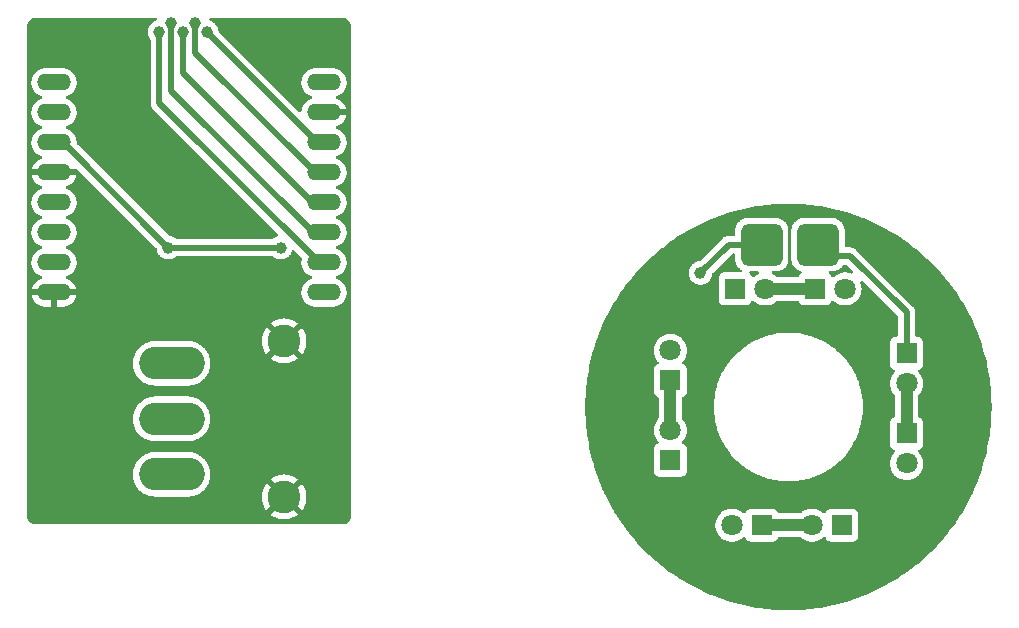
<source format=gbr>
%TF.GenerationSoftware,KiCad,Pcbnew,9.0.1*%
%TF.CreationDate,2025-06-19T23:09:26+02:00*%
%TF.ProjectId,Night-Gogle,4e696768-742d-4476-9f67-6c652e6b6963,rev?*%
%TF.SameCoordinates,Original*%
%TF.FileFunction,Copper,L2,Bot*%
%TF.FilePolarity,Positive*%
%FSLAX46Y46*%
G04 Gerber Fmt 4.6, Leading zero omitted, Abs format (unit mm)*
G04 Created by KiCad (PCBNEW 9.0.1) date 2025-06-19 23:09:26*
%MOMM*%
%LPD*%
G01*
G04 APERTURE LIST*
G04 Aperture macros list*
%AMRoundRect*
0 Rectangle with rounded corners*
0 $1 Rounding radius*
0 $2 $3 $4 $5 $6 $7 $8 $9 X,Y pos of 4 corners*
0 Add a 4 corners polygon primitive as box body*
4,1,4,$2,$3,$4,$5,$6,$7,$8,$9,$2,$3,0*
0 Add four circle primitives for the rounded corners*
1,1,$1+$1,$2,$3*
1,1,$1+$1,$4,$5*
1,1,$1+$1,$6,$7*
1,1,$1+$1,$8,$9*
0 Add four rect primitives between the rounded corners*
20,1,$1+$1,$2,$3,$4,$5,0*
20,1,$1+$1,$4,$5,$6,$7,0*
20,1,$1+$1,$6,$7,$8,$9,0*
20,1,$1+$1,$8,$9,$2,$3,0*%
G04 Aperture macros list end*
%TA.AperFunction,ComponentPad*%
%ADD10R,1.800000X1.800000*%
%TD*%
%TA.AperFunction,ComponentPad*%
%ADD11C,1.800000*%
%TD*%
%TA.AperFunction,ComponentPad*%
%ADD12O,5.550000X2.775000*%
%TD*%
%TA.AperFunction,ComponentPad*%
%ADD13C,2.775000*%
%TD*%
%TA.AperFunction,SMDPad,CuDef*%
%ADD14RoundRect,0.525000X1.225000X1.225000X-1.225000X1.225000X-1.225000X-1.225000X1.225000X-1.225000X0*%
%TD*%
%TA.AperFunction,ComponentPad*%
%ADD15O,2.844800X1.422400*%
%TD*%
%TA.AperFunction,ViaPad*%
%ADD16C,1.000000*%
%TD*%
%TA.AperFunction,Conductor*%
%ADD17C,0.500000*%
%TD*%
%TA.AperFunction,Conductor*%
%ADD18C,1.000000*%
%TD*%
G04 APERTURE END LIST*
D10*
%TO.P,D2,1,K*%
%TO.N,Net-(D1-A)*%
X106250000Y-79250000D03*
D11*
%TO.P,D2,2,A*%
%TO.N,Net-(D2-A)*%
X106250000Y-76710000D03*
%TD*%
D10*
%TO.P,D7,1,K*%
%TO.N,Net-(D7-K)*%
X118500000Y-71500000D03*
D11*
%TO.P,D7,2,A*%
%TO.N,Net-(D7-A)*%
X121040000Y-71500000D03*
%TD*%
D10*
%TO.P,D6,1,K*%
%TO.N,IR-In*%
X120780000Y-91500000D03*
D11*
%TO.P,D6,2,A*%
%TO.N,Net-(D5-K)*%
X118240000Y-91500000D03*
%TD*%
D10*
%TO.P,D1,1,K*%
%TO.N,IR-In*%
X106250000Y-85990000D03*
D11*
%TO.P,D1,2,A*%
%TO.N,Net-(D1-A)*%
X106250000Y-83450000D03*
%TD*%
D10*
%TO.P,D3,1,K*%
%TO.N,Net-(D3-K)*%
X126250000Y-83740000D03*
D11*
%TO.P,D3,2,A*%
%TO.N,Net-(D3-A)*%
X126250000Y-86280000D03*
%TD*%
D12*
%TO.P,SW2,1*%
%TO.N,unconnected-(SW2-Pad1)*%
X64025000Y-87200000D03*
%TO.P,SW2,2*%
%TO.N,VBAT*%
X64025000Y-82500000D03*
%TO.P,SW2,3*%
%TO.N,+5V*%
X64025000Y-77800000D03*
D13*
%TO.P,SW2,4*%
%TO.N,GND*%
X73555000Y-89105000D03*
%TO.P,SW2,5*%
X73555000Y-75895000D03*
%TD*%
D10*
%TO.P,D4,1,K*%
%TO.N,IR-In*%
X126250000Y-76960000D03*
D11*
%TO.P,D4,2,A*%
%TO.N,Net-(D3-K)*%
X126250000Y-79500000D03*
%TD*%
D10*
%TO.P,D5,1,K*%
%TO.N,Net-(D5-K)*%
X114000000Y-91500000D03*
D11*
%TO.P,D5,2,A*%
%TO.N,Net-(D5-A)*%
X111460000Y-91500000D03*
%TD*%
D10*
%TO.P,D8,1,K*%
%TO.N,IR-In*%
X111750000Y-71500000D03*
D11*
%TO.P,D8,2,A*%
%TO.N,Net-(D7-K)*%
X114290000Y-71500000D03*
%TD*%
D14*
%TO.P,VIN2,1,1*%
%TO.N,+5V*%
X114000000Y-67750000D03*
%TD*%
%TO.P,IR-Led2,1,1*%
%TO.N,IR-In*%
X118750000Y-67750000D03*
%TD*%
D15*
%TO.P,MCU1,P$1,5V*%
%TO.N,+5V*%
X76930000Y-54020000D03*
%TO.P,MCU1,P$2,GND*%
%TO.N,GND*%
X76930000Y-56560000D03*
%TO.P,MCU1,P$3,IO12*%
%TO.N,MOSI*%
X76930000Y-59100000D03*
%TO.P,MCU1,P$4,IO13*%
%TO.N,SCLK*%
X76930000Y-61640000D03*
%TO.P,MCU1,P$5,IO15*%
%TO.N,CS*%
X76930000Y-64180000D03*
%TO.P,MCU1,P$6,IO14*%
%TO.N,DC*%
X76930000Y-66720000D03*
%TO.P,MCU1,P$7,IO2*%
%TO.N,RST*%
X76930000Y-69260000D03*
%TO.P,MCU1,P$8,IO4*%
%TO.N,unconnected-(MCU1-IO4-PadP$8)*%
X76930000Y-71800000D03*
%TO.P,MCU1,P$9,.GND*%
%TO.N,GND*%
X54070000Y-71800000D03*
%TO.P,MCU1,P$10,IO1/U0T*%
%TO.N,unconnected-(MCU1-IO1{slash}U0T-PadP$10)*%
X54070000Y-69260000D03*
%TO.P,MCU1,P$11,IO3/U0R*%
%TO.N,unconnected-(MCU1-IO3{slash}U0R-PadP$11)*%
X54070000Y-66720000D03*
%TO.P,MCU1,P$12,3V3.*%
%TO.N,unconnected-(MCU1-3V3.-PadP$12)*%
X54070000Y-64180000D03*
%TO.P,MCU1,P$13,GND.*%
%TO.N,GND*%
X54070000Y-61640000D03*
%TO.P,MCU1,P$14,IO0*%
%TO.N,Button1*%
X54070000Y-59100000D03*
%TO.P,MCU1,P$15,IO16*%
%TO.N,IR-Led*%
X54070000Y-56560000D03*
%TO.P,MCU1,P$16,3V3*%
%TO.N,unconnected-(MCU1-3V3-PadP$16)*%
X54070000Y-54020000D03*
%TD*%
D16*
%TO.N,MOSI*%
X67000000Y-49750000D03*
%TO.N,DC*%
X64000000Y-49000000D03*
%TO.N,CS*%
X65000000Y-49750000D03*
%TO.N,SCLK*%
X66000000Y-49000000D03*
%TO.N,RST*%
X63000000Y-49750000D03*
%TO.N,Button1*%
X63750000Y-68000000D03*
X73250000Y-68000000D03*
%TO.N,+5V*%
X108801000Y-70149000D03*
%TD*%
D17*
%TO.N,RST*%
X76510000Y-69260000D02*
X76930000Y-69260000D01*
X63000000Y-55750000D02*
X76510000Y-69260000D01*
X63000000Y-49750000D02*
X63000000Y-55750000D01*
%TO.N,SCLK*%
X76140000Y-61640000D02*
X76930000Y-61640000D01*
X66000000Y-51500000D02*
X76140000Y-61640000D01*
X66000000Y-49000000D02*
X66000000Y-51500000D01*
%TO.N,DC*%
X64000000Y-54750000D02*
X64000000Y-49000000D01*
X76930000Y-66720000D02*
X75970000Y-66720000D01*
X75970000Y-66720000D02*
X64000000Y-54750000D01*
%TO.N,CS*%
X75930000Y-64180000D02*
X76930000Y-64180000D01*
X65000000Y-53250000D02*
X75930000Y-64180000D01*
X65000000Y-49750000D02*
X65000000Y-53250000D01*
%TO.N,RST*%
X76010000Y-69260000D02*
X76930000Y-69260000D01*
%TO.N,Button1*%
X54850000Y-59100000D02*
X54070000Y-59100000D01*
X63750000Y-68000000D02*
X54850000Y-59100000D01*
X73250000Y-68000000D02*
X63750000Y-68000000D01*
%TO.N,DC*%
X76470000Y-66720000D02*
X76930000Y-66720000D01*
%TO.N,unconnected-(MCU1-3V3-PadP$16)*%
X54090000Y-54000000D02*
X54070000Y-54020000D01*
%TO.N,+5V*%
X114000000Y-67750000D02*
X111200000Y-67750000D01*
X111200000Y-67750000D02*
X108801000Y-70149000D01*
D18*
%TO.N,Net-(D1-A)*%
X106250000Y-79250000D02*
X106250000Y-83450000D01*
D17*
%TO.N,IR-In*%
X126250000Y-76960000D02*
X126250000Y-73500000D01*
X121500000Y-68750000D02*
X119750000Y-68750000D01*
X119750000Y-68750000D02*
X118750000Y-67750000D01*
X126250000Y-73500000D02*
X121500000Y-68750000D01*
D18*
%TO.N,Net-(D3-K)*%
X126250000Y-79500000D02*
X126250000Y-83740000D01*
%TO.N,Net-(D5-K)*%
X118240000Y-91500000D02*
X114000000Y-91500000D01*
%TO.N,Net-(D7-K)*%
X118500000Y-71500000D02*
X114290000Y-71500000D01*
D17*
%TO.N,MOSI*%
X76350000Y-59100000D02*
X76930000Y-59100000D01*
X67000000Y-49750000D02*
X76350000Y-59100000D01*
%TD*%
%TA.AperFunction,Conductor*%
%TO.N,GND*%
G36*
X62699925Y-48554396D02*
G01*
X62728824Y-48565838D01*
X62753971Y-48584108D01*
X62773784Y-48608057D01*
X62787018Y-48636182D01*
X62792842Y-48666714D01*
X62790891Y-48697735D01*
X62781286Y-48727297D01*
X62764631Y-48753541D01*
X62741972Y-48774818D01*
X62714734Y-48789792D01*
X62701192Y-48794271D01*
X62699497Y-48794725D01*
X62698860Y-48794896D01*
X62698853Y-48794898D01*
X62616747Y-48824783D01*
X62537589Y-48861695D01*
X62537582Y-48861698D01*
X62461915Y-48905386D01*
X62390353Y-48955493D01*
X62323424Y-49011653D01*
X62261653Y-49073424D01*
X62205493Y-49140353D01*
X62155386Y-49211915D01*
X62111698Y-49287582D01*
X62111695Y-49287589D01*
X62074783Y-49366747D01*
X62044898Y-49448853D01*
X62044898Y-49448855D01*
X62022285Y-49533244D01*
X62022284Y-49533251D01*
X62007117Y-49619271D01*
X62007114Y-49619288D01*
X61999500Y-49706315D01*
X61999500Y-49793684D01*
X62007114Y-49880711D01*
X62007115Y-49880716D01*
X62022285Y-49966754D01*
X62044897Y-50051143D01*
X62044898Y-50051145D01*
X62044898Y-50051146D01*
X62074783Y-50133252D01*
X62111695Y-50212410D01*
X62111698Y-50212417D01*
X62111700Y-50212420D01*
X62155383Y-50288080D01*
X62205494Y-50359646D01*
X62220490Y-50377518D01*
X62237326Y-50403641D01*
X62247138Y-50433134D01*
X62249500Y-50457222D01*
X62249500Y-55786866D01*
X62256726Y-55860242D01*
X62256726Y-55860245D01*
X62271112Y-55932571D01*
X62271113Y-55932573D01*
X62271114Y-55932577D01*
X62292519Y-56003141D01*
X62320738Y-56071267D01*
X62355498Y-56136299D01*
X62355501Y-56136304D01*
X62355502Y-56136305D01*
X62396463Y-56197607D01*
X62396474Y-56197622D01*
X62443232Y-56254598D01*
X62443249Y-56254617D01*
X73021502Y-66832870D01*
X73040553Y-66857430D01*
X73052897Y-66885956D01*
X73057760Y-66916656D01*
X73054835Y-66947601D01*
X73044306Y-66976846D01*
X73026835Y-67002554D01*
X73003519Y-67023109D01*
X72975825Y-67037220D01*
X72965921Y-67040324D01*
X72948866Y-67044894D01*
X72948853Y-67044898D01*
X72866747Y-67074783D01*
X72787589Y-67111695D01*
X72787582Y-67111698D01*
X72711915Y-67155386D01*
X72640369Y-67205482D01*
X72640362Y-67205488D01*
X72640359Y-67205490D01*
X72640354Y-67205494D01*
X72622476Y-67220494D01*
X72596357Y-67237327D01*
X72566863Y-67247138D01*
X72542778Y-67249500D01*
X64457222Y-67249500D01*
X64426384Y-67245604D01*
X64397485Y-67234162D01*
X64377525Y-67220496D01*
X64359646Y-67205494D01*
X64359635Y-67205486D01*
X64359630Y-67205482D01*
X64288084Y-67155386D01*
X64288085Y-67155386D01*
X64288080Y-67155383D01*
X64212420Y-67111700D01*
X64212417Y-67111698D01*
X64212410Y-67111695D01*
X64133252Y-67074783D01*
X64133241Y-67074779D01*
X64133239Y-67074778D01*
X64051143Y-67044897D01*
X63997643Y-67030561D01*
X63966755Y-67022285D01*
X63966748Y-67022284D01*
X63880720Y-67007115D01*
X63860288Y-67005327D01*
X63857470Y-67005080D01*
X63827091Y-66998511D01*
X63799299Y-66984593D01*
X63780601Y-66969234D01*
X56029219Y-59217851D01*
X56010168Y-59193291D01*
X55997824Y-59164765D01*
X55992961Y-59134065D01*
X55992900Y-59130170D01*
X55992900Y-59052399D01*
X55992899Y-59052384D01*
X55985430Y-58957471D01*
X55985430Y-58957470D01*
X55970535Y-58863427D01*
X55948307Y-58770842D01*
X55918884Y-58680286D01*
X55882446Y-58592319D01*
X55839219Y-58507481D01*
X55789469Y-58426296D01*
X55733503Y-58349265D01*
X55733498Y-58349258D01*
X55671670Y-58276868D01*
X55671665Y-58276862D01*
X55604338Y-58209535D01*
X55604331Y-58209529D01*
X55531941Y-58147701D01*
X55531927Y-58147691D01*
X55454924Y-58091745D01*
X55454892Y-58091723D01*
X55373734Y-58041990D01*
X55373731Y-58041988D01*
X55373719Y-58041981D01*
X55288881Y-57998754D01*
X55288871Y-57998749D01*
X55288854Y-57998742D01*
X55200915Y-57962315D01*
X55156643Y-57947931D01*
X55128518Y-57934697D01*
X55104568Y-57914884D01*
X55086298Y-57889738D01*
X55074856Y-57860838D01*
X55070960Y-57830001D01*
X55074855Y-57799163D01*
X55086298Y-57770263D01*
X55104567Y-57745117D01*
X55128517Y-57725304D01*
X55156641Y-57712069D01*
X55156643Y-57712069D01*
X55200915Y-57697684D01*
X55288854Y-57661257D01*
X55288881Y-57661246D01*
X55373719Y-57618019D01*
X55454904Y-57568269D01*
X55531935Y-57512303D01*
X55604338Y-57450465D01*
X55671665Y-57383138D01*
X55733503Y-57310735D01*
X55789469Y-57233704D01*
X55839219Y-57152519D01*
X55882446Y-57067681D01*
X55918884Y-56979714D01*
X55948307Y-56889158D01*
X55970535Y-56796573D01*
X55985430Y-56702530D01*
X55992900Y-56607608D01*
X55992900Y-56512392D01*
X55985430Y-56417470D01*
X55970535Y-56323427D01*
X55948307Y-56230842D01*
X55918884Y-56140286D01*
X55917232Y-56136299D01*
X55882457Y-56052345D01*
X55882454Y-56052340D01*
X55882446Y-56052319D01*
X55839219Y-55967481D01*
X55789469Y-55886296D01*
X55770548Y-55860254D01*
X55733508Y-55809272D01*
X55733498Y-55809258D01*
X55678647Y-55745037D01*
X55671665Y-55736862D01*
X55604338Y-55669535D01*
X55604331Y-55669529D01*
X55531941Y-55607701D01*
X55531927Y-55607691D01*
X55454924Y-55551745D01*
X55454892Y-55551723D01*
X55373734Y-55501990D01*
X55373731Y-55501988D01*
X55373719Y-55501981D01*
X55288881Y-55458754D01*
X55288871Y-55458749D01*
X55288854Y-55458742D01*
X55200915Y-55422315D01*
X55156643Y-55407931D01*
X55128518Y-55394697D01*
X55104568Y-55374884D01*
X55086298Y-55349738D01*
X55074856Y-55320838D01*
X55070960Y-55290001D01*
X55074855Y-55259163D01*
X55086298Y-55230263D01*
X55104567Y-55205117D01*
X55128517Y-55185304D01*
X55156641Y-55172069D01*
X55156643Y-55172069D01*
X55200915Y-55157684D01*
X55288854Y-55121257D01*
X55288881Y-55121246D01*
X55373719Y-55078019D01*
X55454904Y-55028269D01*
X55531935Y-54972303D01*
X55604338Y-54910465D01*
X55671665Y-54843138D01*
X55733503Y-54770735D01*
X55789469Y-54693704D01*
X55839219Y-54612519D01*
X55882446Y-54527681D01*
X55918884Y-54439714D01*
X55948307Y-54349158D01*
X55970535Y-54256573D01*
X55985430Y-54162530D01*
X55992900Y-54067608D01*
X55992900Y-53972392D01*
X55985430Y-53877470D01*
X55970535Y-53783427D01*
X55948307Y-53690842D01*
X55918884Y-53600286D01*
X55882446Y-53512319D01*
X55839219Y-53427481D01*
X55789469Y-53346296D01*
X55733503Y-53269265D01*
X55733498Y-53269258D01*
X55671670Y-53196868D01*
X55671665Y-53196862D01*
X55604338Y-53129535D01*
X55604331Y-53129529D01*
X55531941Y-53067701D01*
X55531927Y-53067691D01*
X55454924Y-53011745D01*
X55454892Y-53011723D01*
X55373734Y-52961990D01*
X55373731Y-52961988D01*
X55373719Y-52961981D01*
X55288881Y-52918754D01*
X55288871Y-52918749D01*
X55288854Y-52918742D01*
X55200919Y-52882317D01*
X55110372Y-52852897D01*
X55110365Y-52852895D01*
X55110358Y-52852893D01*
X55017773Y-52830665D01*
X55017767Y-52830664D01*
X54923731Y-52815770D01*
X54923728Y-52815769D01*
X54828815Y-52808300D01*
X54828808Y-52808300D01*
X53311192Y-52808300D01*
X53311184Y-52808300D01*
X53216271Y-52815769D01*
X53216268Y-52815770D01*
X53122232Y-52830664D01*
X53122229Y-52830664D01*
X53122227Y-52830665D01*
X53029642Y-52852893D01*
X53029637Y-52852894D01*
X53029627Y-52852897D01*
X52939080Y-52882317D01*
X52851145Y-52918742D01*
X52851119Y-52918754D01*
X52766281Y-52961981D01*
X52766276Y-52961983D01*
X52766276Y-52961984D01*
X52766265Y-52961990D01*
X52685107Y-53011723D01*
X52685075Y-53011745D01*
X52608072Y-53067691D01*
X52608058Y-53067701D01*
X52535668Y-53129529D01*
X52535654Y-53129542D01*
X52468342Y-53196854D01*
X52468329Y-53196868D01*
X52406501Y-53269258D01*
X52406491Y-53269272D01*
X52350545Y-53346275D01*
X52350523Y-53346307D01*
X52300790Y-53427465D01*
X52300784Y-53427476D01*
X52257554Y-53512319D01*
X52257542Y-53512345D01*
X52221117Y-53600280D01*
X52191697Y-53690827D01*
X52169464Y-53783432D01*
X52154570Y-53877468D01*
X52154569Y-53877471D01*
X52147100Y-53972384D01*
X52147100Y-54067615D01*
X52154569Y-54162528D01*
X52154570Y-54162531D01*
X52169464Y-54256567D01*
X52169465Y-54256573D01*
X52191693Y-54349158D01*
X52191695Y-54349165D01*
X52191697Y-54349172D01*
X52221117Y-54439719D01*
X52257542Y-54527654D01*
X52257549Y-54527671D01*
X52257554Y-54527681D01*
X52300781Y-54612519D01*
X52300788Y-54612531D01*
X52300790Y-54612534D01*
X52350523Y-54693692D01*
X52350545Y-54693724D01*
X52406491Y-54770727D01*
X52406501Y-54770741D01*
X52468329Y-54843131D01*
X52468335Y-54843138D01*
X52535662Y-54910465D01*
X52535668Y-54910470D01*
X52608058Y-54972298D01*
X52608065Y-54972303D01*
X52685096Y-55028269D01*
X52766281Y-55078019D01*
X52851119Y-55121246D01*
X52851140Y-55121254D01*
X52851145Y-55121257D01*
X52939080Y-55157682D01*
X52983357Y-55172069D01*
X53011481Y-55185303D01*
X53035431Y-55205116D01*
X53053701Y-55230262D01*
X53065143Y-55259162D01*
X53069039Y-55290000D01*
X53065143Y-55320837D01*
X53053701Y-55349737D01*
X53035431Y-55374884D01*
X53011482Y-55394697D01*
X52983357Y-55407931D01*
X52939080Y-55422317D01*
X52851145Y-55458742D01*
X52851119Y-55458754D01*
X52766281Y-55501981D01*
X52766276Y-55501983D01*
X52766276Y-55501984D01*
X52766265Y-55501990D01*
X52685107Y-55551723D01*
X52685075Y-55551745D01*
X52608072Y-55607691D01*
X52608058Y-55607701D01*
X52535668Y-55669529D01*
X52535654Y-55669542D01*
X52468342Y-55736854D01*
X52468329Y-55736868D01*
X52406501Y-55809258D01*
X52406491Y-55809272D01*
X52350545Y-55886275D01*
X52350523Y-55886307D01*
X52300790Y-55967465D01*
X52300783Y-55967476D01*
X52300781Y-55967481D01*
X52257554Y-56052319D01*
X52257542Y-56052345D01*
X52221117Y-56140280D01*
X52191697Y-56230827D01*
X52191694Y-56230837D01*
X52191693Y-56230842D01*
X52191661Y-56230977D01*
X52169464Y-56323432D01*
X52154570Y-56417468D01*
X52154569Y-56417471D01*
X52147100Y-56512384D01*
X52147100Y-56607615D01*
X52154569Y-56702528D01*
X52154570Y-56702530D01*
X52169465Y-56796573D01*
X52191693Y-56889158D01*
X52191695Y-56889165D01*
X52191697Y-56889172D01*
X52221117Y-56979719D01*
X52257542Y-57067654D01*
X52257549Y-57067671D01*
X52257554Y-57067681D01*
X52300781Y-57152519D01*
X52300788Y-57152531D01*
X52300790Y-57152534D01*
X52350523Y-57233692D01*
X52350545Y-57233724D01*
X52406491Y-57310727D01*
X52406501Y-57310741D01*
X52468039Y-57382791D01*
X52468335Y-57383138D01*
X52535662Y-57450465D01*
X52535668Y-57450470D01*
X52608058Y-57512298D01*
X52608072Y-57512308D01*
X52684531Y-57567859D01*
X52685096Y-57568269D01*
X52766281Y-57618019D01*
X52851119Y-57661246D01*
X52851140Y-57661254D01*
X52851145Y-57661257D01*
X52939080Y-57697682D01*
X52983357Y-57712069D01*
X53011481Y-57725303D01*
X53035431Y-57745116D01*
X53053701Y-57770262D01*
X53065143Y-57799162D01*
X53069039Y-57830000D01*
X53065143Y-57860837D01*
X53053701Y-57889737D01*
X53035431Y-57914884D01*
X53011482Y-57934697D01*
X52983357Y-57947931D01*
X52939080Y-57962317D01*
X52851145Y-57998742D01*
X52851119Y-57998754D01*
X52766281Y-58041981D01*
X52766276Y-58041983D01*
X52766276Y-58041984D01*
X52766265Y-58041990D01*
X52685107Y-58091723D01*
X52685075Y-58091745D01*
X52608072Y-58147691D01*
X52608058Y-58147701D01*
X52535668Y-58209529D01*
X52535654Y-58209542D01*
X52468342Y-58276854D01*
X52468329Y-58276868D01*
X52406501Y-58349258D01*
X52406491Y-58349272D01*
X52350545Y-58426275D01*
X52350523Y-58426307D01*
X52300790Y-58507465D01*
X52300784Y-58507476D01*
X52257554Y-58592319D01*
X52257542Y-58592345D01*
X52221117Y-58680280D01*
X52191697Y-58770827D01*
X52169464Y-58863432D01*
X52154570Y-58957468D01*
X52154569Y-58957471D01*
X52147100Y-59052384D01*
X52147100Y-59147615D01*
X52154569Y-59242528D01*
X52154570Y-59242531D01*
X52158941Y-59270125D01*
X52169465Y-59336573D01*
X52191693Y-59429158D01*
X52191695Y-59429165D01*
X52191697Y-59429172D01*
X52221117Y-59519719D01*
X52257542Y-59607654D01*
X52257549Y-59607671D01*
X52257554Y-59607681D01*
X52300781Y-59692519D01*
X52300788Y-59692531D01*
X52300790Y-59692534D01*
X52350523Y-59773692D01*
X52350545Y-59773724D01*
X52406491Y-59850727D01*
X52406501Y-59850741D01*
X52468329Y-59923131D01*
X52468335Y-59923138D01*
X52535662Y-59990465D01*
X52535668Y-59990470D01*
X52608058Y-60052298D01*
X52608065Y-60052303D01*
X52685096Y-60108269D01*
X52766281Y-60158019D01*
X52851119Y-60201246D01*
X52851140Y-60201254D01*
X52851145Y-60201257D01*
X52939084Y-60237684D01*
X52984164Y-60252331D01*
X53012288Y-60265565D01*
X53036238Y-60285377D01*
X53054508Y-60310523D01*
X53065951Y-60339423D01*
X53069847Y-60370261D01*
X53065952Y-60401098D01*
X53054510Y-60429998D01*
X53036240Y-60455145D01*
X53012291Y-60474958D01*
X52984167Y-60488193D01*
X52939257Y-60502785D01*
X52851333Y-60539206D01*
X52851328Y-60539208D01*
X52766525Y-60582417D01*
X52766511Y-60582425D01*
X52685383Y-60632140D01*
X52685372Y-60632148D01*
X52608382Y-60688084D01*
X52608368Y-60688095D01*
X52536008Y-60749896D01*
X52535994Y-60749909D01*
X52468709Y-60817194D01*
X52468696Y-60817208D01*
X52406895Y-60889568D01*
X52406884Y-60889582D01*
X52350948Y-60966572D01*
X52350940Y-60966583D01*
X52301225Y-61047711D01*
X52301217Y-61047725D01*
X52258008Y-61132528D01*
X52258006Y-61132533D01*
X52221582Y-61220464D01*
X52192173Y-61310977D01*
X52173202Y-61389999D01*
X52173203Y-61390000D01*
X53636574Y-61390000D01*
X53631699Y-61397759D01*
X53607332Y-61448357D01*
X53588784Y-61501364D01*
X53576288Y-61556115D01*
X53570000Y-61611921D01*
X53570000Y-61668079D01*
X53576288Y-61723885D01*
X53588784Y-61778636D01*
X53607332Y-61831643D01*
X53631699Y-61882241D01*
X53636574Y-61890000D01*
X52173203Y-61890000D01*
X52192173Y-61969022D01*
X52221582Y-62059535D01*
X52258006Y-62147466D01*
X52258008Y-62147471D01*
X52301217Y-62232274D01*
X52301225Y-62232288D01*
X52350940Y-62313416D01*
X52350948Y-62313427D01*
X52406884Y-62390417D01*
X52406895Y-62390431D01*
X52468696Y-62462791D01*
X52468709Y-62462805D01*
X52535994Y-62530090D01*
X52536008Y-62530103D01*
X52608368Y-62591904D01*
X52608382Y-62591915D01*
X52685372Y-62647851D01*
X52685383Y-62647859D01*
X52766511Y-62697574D01*
X52766525Y-62697582D01*
X52851328Y-62740791D01*
X52851333Y-62740793D01*
X52939268Y-62777218D01*
X52984164Y-62791806D01*
X53012289Y-62805040D01*
X53036239Y-62824853D01*
X53054509Y-62849999D01*
X53065951Y-62878899D01*
X53069847Y-62909736D01*
X53065952Y-62940574D01*
X53054509Y-62969474D01*
X53036240Y-62994620D01*
X53012290Y-63014433D01*
X52984166Y-63027668D01*
X52939077Y-63042318D01*
X52851145Y-63078742D01*
X52851119Y-63078754D01*
X52766281Y-63121981D01*
X52766276Y-63121983D01*
X52766276Y-63121984D01*
X52766265Y-63121990D01*
X52685107Y-63171723D01*
X52685075Y-63171745D01*
X52608072Y-63227691D01*
X52608058Y-63227701D01*
X52535668Y-63289529D01*
X52535654Y-63289542D01*
X52468342Y-63356854D01*
X52468329Y-63356868D01*
X52406501Y-63429258D01*
X52406491Y-63429272D01*
X52350545Y-63506275D01*
X52350523Y-63506307D01*
X52300790Y-63587465D01*
X52300784Y-63587476D01*
X52257554Y-63672319D01*
X52257542Y-63672345D01*
X52221117Y-63760280D01*
X52191697Y-63850827D01*
X52169464Y-63943432D01*
X52154570Y-64037468D01*
X52154569Y-64037471D01*
X52147100Y-64132384D01*
X52147100Y-64227615D01*
X52154569Y-64322528D01*
X52154570Y-64322530D01*
X52169465Y-64416573D01*
X52191693Y-64509158D01*
X52191695Y-64509165D01*
X52191697Y-64509172D01*
X52221117Y-64599719D01*
X52257542Y-64687654D01*
X52257549Y-64687671D01*
X52257554Y-64687681D01*
X52300781Y-64772519D01*
X52300788Y-64772531D01*
X52300790Y-64772534D01*
X52350523Y-64853692D01*
X52350545Y-64853724D01*
X52406491Y-64930727D01*
X52406501Y-64930741D01*
X52468329Y-65003131D01*
X52468335Y-65003138D01*
X52535662Y-65070465D01*
X52535668Y-65070470D01*
X52608058Y-65132298D01*
X52608065Y-65132303D01*
X52685096Y-65188269D01*
X52766281Y-65238019D01*
X52851119Y-65281246D01*
X52851140Y-65281254D01*
X52851145Y-65281257D01*
X52939080Y-65317682D01*
X52983357Y-65332069D01*
X53011481Y-65345303D01*
X53035431Y-65365116D01*
X53053701Y-65390262D01*
X53065143Y-65419162D01*
X53069039Y-65450000D01*
X53065143Y-65480837D01*
X53053701Y-65509737D01*
X53035431Y-65534884D01*
X53011482Y-65554697D01*
X52983357Y-65567931D01*
X52939080Y-65582317D01*
X52851145Y-65618742D01*
X52851119Y-65618754D01*
X52766281Y-65661981D01*
X52766276Y-65661983D01*
X52766276Y-65661984D01*
X52766265Y-65661990D01*
X52685107Y-65711723D01*
X52685075Y-65711745D01*
X52608072Y-65767691D01*
X52608058Y-65767701D01*
X52535668Y-65829529D01*
X52535654Y-65829542D01*
X52468342Y-65896854D01*
X52468329Y-65896868D01*
X52406501Y-65969258D01*
X52406491Y-65969272D01*
X52350545Y-66046275D01*
X52350523Y-66046307D01*
X52300790Y-66127465D01*
X52300784Y-66127476D01*
X52257554Y-66212319D01*
X52257542Y-66212345D01*
X52221117Y-66300280D01*
X52191697Y-66390827D01*
X52169464Y-66483432D01*
X52154570Y-66577468D01*
X52154569Y-66577471D01*
X52147100Y-66672384D01*
X52147100Y-66767615D01*
X52154569Y-66862528D01*
X52154570Y-66862530D01*
X52169465Y-66956573D01*
X52191693Y-67049158D01*
X52191695Y-67049165D01*
X52191697Y-67049172D01*
X52221117Y-67139719D01*
X52257542Y-67227654D01*
X52257549Y-67227671D01*
X52257554Y-67227681D01*
X52300781Y-67312519D01*
X52300788Y-67312531D01*
X52300790Y-67312534D01*
X52350523Y-67393692D01*
X52350545Y-67393724D01*
X52406491Y-67470727D01*
X52406501Y-67470741D01*
X52468329Y-67543131D01*
X52468335Y-67543138D01*
X52535662Y-67610465D01*
X52535668Y-67610470D01*
X52608058Y-67672298D01*
X52608065Y-67672303D01*
X52685096Y-67728269D01*
X52766281Y-67778019D01*
X52851119Y-67821246D01*
X52851140Y-67821254D01*
X52851145Y-67821257D01*
X52939080Y-67857682D01*
X52983357Y-67872069D01*
X53011481Y-67885303D01*
X53035431Y-67905116D01*
X53053701Y-67930262D01*
X53065143Y-67959162D01*
X53069039Y-67990000D01*
X53065143Y-68020837D01*
X53053701Y-68049737D01*
X53035431Y-68074884D01*
X53011482Y-68094697D01*
X52983357Y-68107931D01*
X52939080Y-68122317D01*
X52851145Y-68158742D01*
X52851119Y-68158754D01*
X52766281Y-68201981D01*
X52766276Y-68201983D01*
X52766276Y-68201984D01*
X52766265Y-68201990D01*
X52685107Y-68251723D01*
X52685075Y-68251745D01*
X52608072Y-68307691D01*
X52608058Y-68307701D01*
X52535668Y-68369529D01*
X52535654Y-68369542D01*
X52468342Y-68436854D01*
X52468329Y-68436868D01*
X52406501Y-68509258D01*
X52406491Y-68509272D01*
X52350545Y-68586275D01*
X52350523Y-68586307D01*
X52300790Y-68667465D01*
X52300783Y-68667476D01*
X52300781Y-68667481D01*
X52264674Y-68738346D01*
X52257554Y-68752319D01*
X52257542Y-68752345D01*
X52221117Y-68840280D01*
X52191697Y-68930827D01*
X52191694Y-68930837D01*
X52191693Y-68930842D01*
X52169465Y-69023427D01*
X52169464Y-69023432D01*
X52154570Y-69117468D01*
X52154569Y-69117471D01*
X52147100Y-69212384D01*
X52147100Y-69307615D01*
X52154569Y-69402528D01*
X52154570Y-69402530D01*
X52169465Y-69496573D01*
X52191693Y-69589158D01*
X52191695Y-69589165D01*
X52191697Y-69589172D01*
X52221117Y-69679719D01*
X52257542Y-69767654D01*
X52257549Y-69767671D01*
X52257554Y-69767681D01*
X52300781Y-69852519D01*
X52300788Y-69852531D01*
X52300790Y-69852534D01*
X52350523Y-69933692D01*
X52350545Y-69933724D01*
X52406491Y-70010727D01*
X52406501Y-70010741D01*
X52468329Y-70083131D01*
X52468335Y-70083138D01*
X52535662Y-70150465D01*
X52535668Y-70150470D01*
X52608058Y-70212298D01*
X52608065Y-70212303D01*
X52685096Y-70268269D01*
X52766281Y-70318019D01*
X52851119Y-70361246D01*
X52851140Y-70361254D01*
X52851145Y-70361257D01*
X52939084Y-70397684D01*
X52984164Y-70412331D01*
X53012288Y-70425565D01*
X53036238Y-70445377D01*
X53054508Y-70470523D01*
X53065951Y-70499423D01*
X53069847Y-70530261D01*
X53065952Y-70561098D01*
X53054510Y-70589998D01*
X53036240Y-70615145D01*
X53012291Y-70634958D01*
X52984167Y-70648193D01*
X52939257Y-70662785D01*
X52851333Y-70699206D01*
X52851328Y-70699208D01*
X52766525Y-70742417D01*
X52766511Y-70742425D01*
X52685383Y-70792140D01*
X52685372Y-70792148D01*
X52608382Y-70848084D01*
X52608368Y-70848095D01*
X52536008Y-70909896D01*
X52535994Y-70909909D01*
X52468709Y-70977194D01*
X52468696Y-70977208D01*
X52406895Y-71049568D01*
X52406884Y-71049582D01*
X52350948Y-71126572D01*
X52350940Y-71126583D01*
X52301225Y-71207711D01*
X52301217Y-71207725D01*
X52258008Y-71292528D01*
X52258006Y-71292533D01*
X52221582Y-71380464D01*
X52192173Y-71470977D01*
X52173202Y-71549999D01*
X52173203Y-71550000D01*
X53636574Y-71550000D01*
X53631699Y-71557759D01*
X53607332Y-71608357D01*
X53588784Y-71661364D01*
X53576288Y-71716115D01*
X53570000Y-71771921D01*
X53570000Y-71828079D01*
X53576288Y-71883885D01*
X53588784Y-71938636D01*
X53607332Y-71991643D01*
X53631699Y-72042241D01*
X53636574Y-72050000D01*
X52173203Y-72050000D01*
X52192173Y-72129022D01*
X52221582Y-72219535D01*
X52258006Y-72307466D01*
X52258008Y-72307471D01*
X52301217Y-72392274D01*
X52301225Y-72392288D01*
X52350940Y-72473416D01*
X52350948Y-72473427D01*
X52406884Y-72550417D01*
X52406895Y-72550431D01*
X52468696Y-72622791D01*
X52468709Y-72622805D01*
X52535994Y-72690090D01*
X52536008Y-72690103D01*
X52608368Y-72751904D01*
X52608382Y-72751915D01*
X52685372Y-72807851D01*
X52685383Y-72807859D01*
X52766511Y-72857574D01*
X52766525Y-72857582D01*
X52851328Y-72900791D01*
X52851333Y-72900793D01*
X52939264Y-72937217D01*
X53029766Y-72966622D01*
X53029794Y-72966630D01*
X53122325Y-72988844D01*
X53216327Y-73003732D01*
X53216330Y-73003733D01*
X53311204Y-73011199D01*
X53311220Y-73011200D01*
X53820000Y-73011200D01*
X53820000Y-72233425D01*
X53827759Y-72238301D01*
X53878357Y-72262668D01*
X53931364Y-72281216D01*
X53986115Y-72293712D01*
X54041921Y-72300000D01*
X54098079Y-72300000D01*
X54153885Y-72293712D01*
X54208636Y-72281216D01*
X54261643Y-72262668D01*
X54312241Y-72238301D01*
X54320000Y-72233425D01*
X54320000Y-73011200D01*
X54828780Y-73011200D01*
X54828795Y-73011199D01*
X54923669Y-73003733D01*
X54923672Y-73003732D01*
X55017674Y-72988844D01*
X55110205Y-72966630D01*
X55110233Y-72966622D01*
X55200735Y-72937217D01*
X55288666Y-72900793D01*
X55288671Y-72900791D01*
X55373474Y-72857582D01*
X55373488Y-72857574D01*
X55454616Y-72807859D01*
X55454627Y-72807851D01*
X55531617Y-72751915D01*
X55531631Y-72751904D01*
X55603991Y-72690103D01*
X55604005Y-72690090D01*
X55671290Y-72622805D01*
X55671303Y-72622791D01*
X55733104Y-72550431D01*
X55733115Y-72550417D01*
X55789051Y-72473427D01*
X55789059Y-72473416D01*
X55838774Y-72392288D01*
X55838782Y-72392274D01*
X55881991Y-72307471D01*
X55881993Y-72307466D01*
X55918417Y-72219535D01*
X55947826Y-72129022D01*
X55966797Y-72050000D01*
X54503426Y-72050000D01*
X54508301Y-72042241D01*
X54532668Y-71991643D01*
X54551216Y-71938636D01*
X54563712Y-71883885D01*
X54570000Y-71828079D01*
X54570000Y-71771921D01*
X54563712Y-71716115D01*
X54551216Y-71661364D01*
X54532668Y-71608357D01*
X54508301Y-71557759D01*
X54503426Y-71550000D01*
X55966797Y-71550000D01*
X55966797Y-71549999D01*
X55947826Y-71470977D01*
X55918417Y-71380464D01*
X55881993Y-71292533D01*
X55881991Y-71292528D01*
X55838782Y-71207725D01*
X55838774Y-71207711D01*
X55789059Y-71126583D01*
X55789051Y-71126572D01*
X55733115Y-71049582D01*
X55733104Y-71049568D01*
X55671303Y-70977208D01*
X55671290Y-70977194D01*
X55604005Y-70909909D01*
X55603991Y-70909896D01*
X55531631Y-70848095D01*
X55531617Y-70848084D01*
X55454627Y-70792148D01*
X55454616Y-70792140D01*
X55373488Y-70742425D01*
X55373474Y-70742417D01*
X55288671Y-70699208D01*
X55288666Y-70699206D01*
X55200738Y-70662784D01*
X55155833Y-70648193D01*
X55127709Y-70634958D01*
X55103759Y-70615145D01*
X55085490Y-70589999D01*
X55074048Y-70561099D01*
X55070152Y-70530261D01*
X55074048Y-70499424D01*
X55085490Y-70470524D01*
X55103760Y-70445378D01*
X55127710Y-70425565D01*
X55155835Y-70412331D01*
X55155835Y-70412330D01*
X55200914Y-70397684D01*
X55288881Y-70361246D01*
X55373719Y-70318019D01*
X55454904Y-70268269D01*
X55531935Y-70212303D01*
X55604338Y-70150465D01*
X55671665Y-70083138D01*
X55733503Y-70010735D01*
X55789469Y-69933704D01*
X55839219Y-69852519D01*
X55882446Y-69767681D01*
X55918884Y-69679714D01*
X55948307Y-69589158D01*
X55970535Y-69496573D01*
X55985430Y-69402530D01*
X55992900Y-69307608D01*
X55992900Y-69212392D01*
X55985430Y-69117470D01*
X55970535Y-69023427D01*
X55948307Y-68930842D01*
X55918884Y-68840286D01*
X55913413Y-68827079D01*
X55882457Y-68752345D01*
X55882454Y-68752340D01*
X55882446Y-68752319D01*
X55839219Y-68667481D01*
X55789469Y-68586296D01*
X55733503Y-68509265D01*
X55733498Y-68509258D01*
X55671670Y-68436868D01*
X55671665Y-68436862D01*
X55604338Y-68369535D01*
X55604331Y-68369529D01*
X55531941Y-68307701D01*
X55531927Y-68307691D01*
X55454924Y-68251745D01*
X55454892Y-68251723D01*
X55373734Y-68201990D01*
X55373731Y-68201988D01*
X55373719Y-68201981D01*
X55288881Y-68158754D01*
X55288871Y-68158749D01*
X55288854Y-68158742D01*
X55200915Y-68122315D01*
X55156643Y-68107931D01*
X55128518Y-68094697D01*
X55104568Y-68074884D01*
X55086298Y-68049738D01*
X55074856Y-68020838D01*
X55070960Y-67990001D01*
X55074855Y-67959163D01*
X55086298Y-67930263D01*
X55104567Y-67905117D01*
X55128517Y-67885304D01*
X55156641Y-67872069D01*
X55156643Y-67872069D01*
X55200915Y-67857684D01*
X55288854Y-67821257D01*
X55288881Y-67821246D01*
X55373719Y-67778019D01*
X55454904Y-67728269D01*
X55531935Y-67672303D01*
X55604338Y-67610465D01*
X55671665Y-67543138D01*
X55733503Y-67470735D01*
X55789469Y-67393704D01*
X55839219Y-67312519D01*
X55882446Y-67227681D01*
X55918884Y-67139714D01*
X55948307Y-67049158D01*
X55970535Y-66956573D01*
X55985430Y-66862530D01*
X55992900Y-66767608D01*
X55992900Y-66672392D01*
X55985430Y-66577470D01*
X55970535Y-66483427D01*
X55948307Y-66390842D01*
X55918884Y-66300286D01*
X55882446Y-66212319D01*
X55839219Y-66127481D01*
X55789469Y-66046296D01*
X55733503Y-65969265D01*
X55733498Y-65969258D01*
X55671670Y-65896868D01*
X55671665Y-65896862D01*
X55604338Y-65829535D01*
X55604331Y-65829529D01*
X55531941Y-65767701D01*
X55531927Y-65767691D01*
X55454924Y-65711745D01*
X55454892Y-65711723D01*
X55373734Y-65661990D01*
X55373731Y-65661988D01*
X55373719Y-65661981D01*
X55288881Y-65618754D01*
X55288871Y-65618749D01*
X55288854Y-65618742D01*
X55200915Y-65582315D01*
X55156643Y-65567931D01*
X55128518Y-65554697D01*
X55104568Y-65534884D01*
X55086298Y-65509738D01*
X55074856Y-65480838D01*
X55070960Y-65450001D01*
X55074855Y-65419163D01*
X55086298Y-65390263D01*
X55104567Y-65365117D01*
X55128517Y-65345304D01*
X55156641Y-65332069D01*
X55156643Y-65332069D01*
X55200915Y-65317684D01*
X55288854Y-65281257D01*
X55288881Y-65281246D01*
X55373719Y-65238019D01*
X55454904Y-65188269D01*
X55531935Y-65132303D01*
X55604338Y-65070465D01*
X55671665Y-65003138D01*
X55733503Y-64930735D01*
X55789469Y-64853704D01*
X55839219Y-64772519D01*
X55882446Y-64687681D01*
X55918884Y-64599714D01*
X55948307Y-64509158D01*
X55970535Y-64416573D01*
X55985430Y-64322530D01*
X55992900Y-64227608D01*
X55992900Y-64132392D01*
X55985430Y-64037470D01*
X55970535Y-63943427D01*
X55948307Y-63850842D01*
X55918884Y-63760286D01*
X55882446Y-63672319D01*
X55839219Y-63587481D01*
X55789469Y-63506296D01*
X55733503Y-63429265D01*
X55733498Y-63429258D01*
X55671670Y-63356868D01*
X55671665Y-63356862D01*
X55604338Y-63289535D01*
X55604331Y-63289529D01*
X55531941Y-63227701D01*
X55531927Y-63227691D01*
X55454924Y-63171745D01*
X55454892Y-63171723D01*
X55373734Y-63121990D01*
X55373731Y-63121988D01*
X55373719Y-63121981D01*
X55288881Y-63078754D01*
X55288871Y-63078749D01*
X55288854Y-63078742D01*
X55200919Y-63042317D01*
X55155834Y-63027668D01*
X55127709Y-63014434D01*
X55103760Y-62994621D01*
X55085490Y-62969474D01*
X55074048Y-62940574D01*
X55070152Y-62909737D01*
X55074048Y-62878899D01*
X55085490Y-62849999D01*
X55103760Y-62824853D01*
X55127710Y-62805040D01*
X55155834Y-62791806D01*
X55155835Y-62791805D01*
X55200743Y-62777214D01*
X55288666Y-62740793D01*
X55288671Y-62740791D01*
X55373474Y-62697582D01*
X55373488Y-62697574D01*
X55454616Y-62647859D01*
X55454627Y-62647851D01*
X55531617Y-62591915D01*
X55531631Y-62591904D01*
X55603991Y-62530103D01*
X55604005Y-62530090D01*
X55671290Y-62462805D01*
X55671303Y-62462791D01*
X55733104Y-62390431D01*
X55733115Y-62390417D01*
X55789051Y-62313427D01*
X55789059Y-62313416D01*
X55838774Y-62232288D01*
X55838782Y-62232274D01*
X55881991Y-62147471D01*
X55881993Y-62147466D01*
X55918417Y-62059535D01*
X55947826Y-61969022D01*
X55966797Y-61890000D01*
X54503426Y-61890000D01*
X54508301Y-61882241D01*
X54532668Y-61831643D01*
X54551216Y-61778636D01*
X54563712Y-61723885D01*
X54570000Y-61668079D01*
X54570000Y-61611921D01*
X54563712Y-61556115D01*
X54551216Y-61501364D01*
X54532668Y-61448357D01*
X54508301Y-61397759D01*
X54503426Y-61390000D01*
X56026941Y-61390000D01*
X56026941Y-61390762D01*
X56039702Y-61390459D01*
X56069983Y-61397473D01*
X56097569Y-61411796D01*
X56114767Y-61426135D01*
X62719234Y-68030601D01*
X62738285Y-68055161D01*
X62750629Y-68083687D01*
X62755081Y-68107471D01*
X62757115Y-68130720D01*
X62772284Y-68216748D01*
X62772285Y-68216755D01*
X62775929Y-68230353D01*
X62794897Y-68301143D01*
X62794898Y-68301145D01*
X62794898Y-68301146D01*
X62824783Y-68383252D01*
X62861695Y-68462410D01*
X62861698Y-68462417D01*
X62861700Y-68462420D01*
X62905383Y-68538080D01*
X62905386Y-68538084D01*
X62955493Y-68609646D01*
X63011653Y-68676575D01*
X63073424Y-68738346D01*
X63140353Y-68794506D01*
X63182138Y-68823763D01*
X63211920Y-68844617D01*
X63287580Y-68888300D01*
X63287582Y-68888301D01*
X63287589Y-68888304D01*
X63366747Y-68925216D01*
X63366752Y-68925217D01*
X63366761Y-68925222D01*
X63448857Y-68955103D01*
X63533246Y-68977715D01*
X63619284Y-68992885D01*
X63688910Y-68998977D01*
X63706316Y-69000500D01*
X63706317Y-69000500D01*
X63793684Y-69000500D01*
X63808188Y-68999230D01*
X63880716Y-68992885D01*
X63966754Y-68977715D01*
X64051143Y-68955103D01*
X64133239Y-68925222D01*
X64212420Y-68888300D01*
X64288080Y-68844617D01*
X64359646Y-68794506D01*
X64377523Y-68779505D01*
X64403643Y-68762673D01*
X64433137Y-68752862D01*
X64457222Y-68750500D01*
X72542778Y-68750500D01*
X72573616Y-68754396D01*
X72602515Y-68765838D01*
X72622474Y-68779503D01*
X72640354Y-68794506D01*
X72640365Y-68794514D01*
X72640369Y-68794517D01*
X72676067Y-68819512D01*
X72711920Y-68844617D01*
X72787580Y-68888300D01*
X72787582Y-68888301D01*
X72787589Y-68888304D01*
X72866747Y-68925216D01*
X72866752Y-68925217D01*
X72866761Y-68925222D01*
X72948857Y-68955103D01*
X73033246Y-68977715D01*
X73119284Y-68992885D01*
X73188910Y-68998977D01*
X73206316Y-69000500D01*
X73206317Y-69000500D01*
X73293684Y-69000500D01*
X73308188Y-68999230D01*
X73380716Y-68992885D01*
X73466754Y-68977715D01*
X73551143Y-68955103D01*
X73633239Y-68925222D01*
X73712420Y-68888300D01*
X73788080Y-68844617D01*
X73859646Y-68794506D01*
X73926572Y-68738349D01*
X73988349Y-68676572D01*
X74044506Y-68609646D01*
X74094617Y-68538080D01*
X74138300Y-68462420D01*
X74175222Y-68383239D01*
X74205103Y-68301143D01*
X74209674Y-68284080D01*
X74221417Y-68255306D01*
X74239949Y-68230353D01*
X74264105Y-68210792D01*
X74292366Y-68197852D01*
X74322958Y-68192348D01*
X74353957Y-68194624D01*
X74383416Y-68204538D01*
X74409484Y-68221467D01*
X74417129Y-68228497D01*
X75015711Y-68827079D01*
X75034762Y-68851639D01*
X75047106Y-68880165D01*
X75051969Y-68910865D01*
X75049044Y-68941810D01*
X75048604Y-68943707D01*
X75029464Y-69023429D01*
X75014570Y-69117468D01*
X75014569Y-69117471D01*
X75007100Y-69212384D01*
X75007100Y-69307615D01*
X75014569Y-69402528D01*
X75014570Y-69402530D01*
X75029465Y-69496573D01*
X75051693Y-69589158D01*
X75051695Y-69589165D01*
X75051697Y-69589172D01*
X75081117Y-69679719D01*
X75117542Y-69767654D01*
X75117549Y-69767671D01*
X75117554Y-69767681D01*
X75160781Y-69852519D01*
X75160788Y-69852531D01*
X75160790Y-69852534D01*
X75210523Y-69933692D01*
X75210545Y-69933724D01*
X75266491Y-70010727D01*
X75266501Y-70010741D01*
X75328329Y-70083131D01*
X75328335Y-70083138D01*
X75395662Y-70150465D01*
X75395668Y-70150470D01*
X75468058Y-70212298D01*
X75468065Y-70212303D01*
X75545096Y-70268269D01*
X75626281Y-70318019D01*
X75711119Y-70361246D01*
X75711140Y-70361254D01*
X75711145Y-70361257D01*
X75799080Y-70397682D01*
X75843357Y-70412069D01*
X75871481Y-70425303D01*
X75895431Y-70445116D01*
X75913701Y-70470262D01*
X75925143Y-70499162D01*
X75929039Y-70530000D01*
X75925143Y-70560837D01*
X75913701Y-70589737D01*
X75895431Y-70614884D01*
X75871482Y-70634697D01*
X75843357Y-70647931D01*
X75799080Y-70662317D01*
X75711145Y-70698742D01*
X75711119Y-70698754D01*
X75626281Y-70741981D01*
X75626276Y-70741983D01*
X75626276Y-70741984D01*
X75626265Y-70741990D01*
X75545107Y-70791723D01*
X75545075Y-70791745D01*
X75468072Y-70847691D01*
X75468058Y-70847701D01*
X75395668Y-70909529D01*
X75395654Y-70909542D01*
X75328342Y-70976854D01*
X75328329Y-70976868D01*
X75266501Y-71049258D01*
X75266491Y-71049272D01*
X75210545Y-71126275D01*
X75210523Y-71126307D01*
X75160790Y-71207465D01*
X75160784Y-71207476D01*
X75117554Y-71292319D01*
X75117542Y-71292345D01*
X75081117Y-71380280D01*
X75051697Y-71470827D01*
X75029464Y-71563432D01*
X75014570Y-71657468D01*
X75014569Y-71657471D01*
X75007100Y-71752384D01*
X75007100Y-71847615D01*
X75014569Y-71942528D01*
X75014570Y-71942530D01*
X75029465Y-72036573D01*
X75051693Y-72129158D01*
X75051695Y-72129165D01*
X75051697Y-72129172D01*
X75081117Y-72219719D01*
X75117542Y-72307654D01*
X75117549Y-72307671D01*
X75117554Y-72307681D01*
X75160781Y-72392519D01*
X75160788Y-72392531D01*
X75160790Y-72392534D01*
X75210523Y-72473692D01*
X75210545Y-72473724D01*
X75266491Y-72550727D01*
X75266501Y-72550741D01*
X75328039Y-72622791D01*
X75328335Y-72623138D01*
X75395662Y-72690465D01*
X75395668Y-72690470D01*
X75468058Y-72752298D01*
X75468072Y-72752308D01*
X75544531Y-72807859D01*
X75545096Y-72808269D01*
X75626281Y-72858019D01*
X75711119Y-72901246D01*
X75711140Y-72901254D01*
X75711145Y-72901257D01*
X75799080Y-72937682D01*
X75799085Y-72937683D01*
X75799086Y-72937684D01*
X75889642Y-72967107D01*
X75982227Y-72989335D01*
X76076270Y-73004230D01*
X76171192Y-73011700D01*
X76171200Y-73011700D01*
X77688800Y-73011700D01*
X77688808Y-73011700D01*
X77783730Y-73004230D01*
X77877773Y-72989335D01*
X77970358Y-72967107D01*
X78060914Y-72937684D01*
X78062042Y-72937217D01*
X78148854Y-72901257D01*
X78148881Y-72901246D01*
X78233719Y-72858019D01*
X78314904Y-72808269D01*
X78391935Y-72752303D01*
X78464338Y-72690465D01*
X78531665Y-72623138D01*
X78593503Y-72550735D01*
X78649469Y-72473704D01*
X78699219Y-72392519D01*
X78742446Y-72307681D01*
X78778884Y-72219714D01*
X78808307Y-72129158D01*
X78830535Y-72036573D01*
X78845430Y-71942530D01*
X78852900Y-71847608D01*
X78852900Y-71752392D01*
X78845430Y-71657470D01*
X78830535Y-71563427D01*
X78808307Y-71470842D01*
X78778884Y-71380286D01*
X78761091Y-71337332D01*
X78742457Y-71292345D01*
X78742454Y-71292340D01*
X78742446Y-71292319D01*
X78699219Y-71207481D01*
X78649469Y-71126296D01*
X78593503Y-71049265D01*
X78593498Y-71049258D01*
X78538647Y-70985037D01*
X78531665Y-70976862D01*
X78464338Y-70909535D01*
X78464331Y-70909529D01*
X78391941Y-70847701D01*
X78391927Y-70847691D01*
X78314924Y-70791745D01*
X78314892Y-70791723D01*
X78233734Y-70741990D01*
X78233731Y-70741988D01*
X78233719Y-70741981D01*
X78148881Y-70698754D01*
X78148871Y-70698749D01*
X78148854Y-70698742D01*
X78060915Y-70662315D01*
X78016643Y-70647931D01*
X77988518Y-70634697D01*
X77964568Y-70614884D01*
X77946298Y-70589738D01*
X77934856Y-70560838D01*
X77930960Y-70530001D01*
X77934855Y-70499163D01*
X77946298Y-70470263D01*
X77964567Y-70445117D01*
X77988517Y-70425304D01*
X78016641Y-70412069D01*
X78016643Y-70412069D01*
X78060915Y-70397684D01*
X78148854Y-70361257D01*
X78148881Y-70361246D01*
X78233719Y-70318019D01*
X78314904Y-70268269D01*
X78391935Y-70212303D01*
X78464338Y-70150465D01*
X78531665Y-70083138D01*
X78593503Y-70010735D01*
X78649469Y-69933704D01*
X78699219Y-69852519D01*
X78742446Y-69767681D01*
X78778884Y-69679714D01*
X78808307Y-69589158D01*
X78830535Y-69496573D01*
X78845430Y-69402530D01*
X78852900Y-69307608D01*
X78852900Y-69212392D01*
X78845430Y-69117470D01*
X78830535Y-69023427D01*
X78808307Y-68930842D01*
X78778884Y-68840286D01*
X78773413Y-68827079D01*
X78742457Y-68752345D01*
X78742454Y-68752340D01*
X78742446Y-68752319D01*
X78699219Y-68667481D01*
X78649469Y-68586296D01*
X78593503Y-68509265D01*
X78593498Y-68509258D01*
X78531670Y-68436868D01*
X78531665Y-68436862D01*
X78464338Y-68369535D01*
X78464331Y-68369529D01*
X78391941Y-68307701D01*
X78391927Y-68307691D01*
X78314924Y-68251745D01*
X78314892Y-68251723D01*
X78233734Y-68201990D01*
X78233731Y-68201988D01*
X78233719Y-68201981D01*
X78148881Y-68158754D01*
X78148871Y-68158749D01*
X78148854Y-68158742D01*
X78060915Y-68122315D01*
X78016643Y-68107931D01*
X77988518Y-68094697D01*
X77964568Y-68074884D01*
X77946298Y-68049738D01*
X77934856Y-68020838D01*
X77930960Y-67990001D01*
X77934855Y-67959163D01*
X77946298Y-67930263D01*
X77964567Y-67905117D01*
X77988517Y-67885304D01*
X78016641Y-67872069D01*
X78016643Y-67872069D01*
X78060915Y-67857684D01*
X78148854Y-67821257D01*
X78148881Y-67821246D01*
X78233719Y-67778019D01*
X78314904Y-67728269D01*
X78391935Y-67672303D01*
X78464338Y-67610465D01*
X78531665Y-67543138D01*
X78593503Y-67470735D01*
X78649469Y-67393704D01*
X78699219Y-67312519D01*
X78742446Y-67227681D01*
X78778884Y-67139714D01*
X78808307Y-67049158D01*
X78830535Y-66956573D01*
X78845430Y-66862530D01*
X78852900Y-66767608D01*
X78852900Y-66672392D01*
X78845430Y-66577470D01*
X78830535Y-66483427D01*
X78808307Y-66390842D01*
X78778884Y-66300286D01*
X78742446Y-66212319D01*
X78699219Y-66127481D01*
X78649469Y-66046296D01*
X78593503Y-65969265D01*
X78593498Y-65969258D01*
X78531670Y-65896868D01*
X78531665Y-65896862D01*
X78464338Y-65829535D01*
X78464331Y-65829529D01*
X78391941Y-65767701D01*
X78391927Y-65767691D01*
X78314924Y-65711745D01*
X78314892Y-65711723D01*
X78233734Y-65661990D01*
X78233731Y-65661988D01*
X78233719Y-65661981D01*
X78148881Y-65618754D01*
X78148871Y-65618749D01*
X78148854Y-65618742D01*
X78060915Y-65582315D01*
X78016643Y-65567931D01*
X77988518Y-65554697D01*
X77964568Y-65534884D01*
X77946298Y-65509738D01*
X77934856Y-65480838D01*
X77930960Y-65450001D01*
X77934855Y-65419163D01*
X77946298Y-65390263D01*
X77964567Y-65365117D01*
X77988517Y-65345304D01*
X78016641Y-65332069D01*
X78016643Y-65332069D01*
X78060915Y-65317684D01*
X78148854Y-65281257D01*
X78148881Y-65281246D01*
X78233719Y-65238019D01*
X78314904Y-65188269D01*
X78391935Y-65132303D01*
X78464338Y-65070465D01*
X78531665Y-65003138D01*
X78593503Y-64930735D01*
X78649469Y-64853704D01*
X78699219Y-64772519D01*
X78742446Y-64687681D01*
X78778884Y-64599714D01*
X78808307Y-64509158D01*
X78830535Y-64416573D01*
X78845430Y-64322530D01*
X78852900Y-64227608D01*
X78852900Y-64132392D01*
X78845430Y-64037470D01*
X78830535Y-63943427D01*
X78808307Y-63850842D01*
X78778884Y-63760286D01*
X78742446Y-63672319D01*
X78699219Y-63587481D01*
X78649469Y-63506296D01*
X78593503Y-63429265D01*
X78593498Y-63429258D01*
X78531670Y-63356868D01*
X78531665Y-63356862D01*
X78464338Y-63289535D01*
X78464331Y-63289529D01*
X78391941Y-63227701D01*
X78391927Y-63227691D01*
X78314924Y-63171745D01*
X78314892Y-63171723D01*
X78233734Y-63121990D01*
X78233731Y-63121988D01*
X78233719Y-63121981D01*
X78148881Y-63078754D01*
X78148871Y-63078749D01*
X78148854Y-63078742D01*
X78060915Y-63042315D01*
X78016643Y-63027931D01*
X77988518Y-63014697D01*
X77964568Y-62994884D01*
X77946298Y-62969738D01*
X77934856Y-62940838D01*
X77930960Y-62910001D01*
X77934855Y-62879163D01*
X77946298Y-62850263D01*
X77964567Y-62825117D01*
X77988517Y-62805304D01*
X78016641Y-62792069D01*
X78016643Y-62792069D01*
X78060915Y-62777684D01*
X78148854Y-62741257D01*
X78148881Y-62741246D01*
X78233719Y-62698019D01*
X78314904Y-62648269D01*
X78391935Y-62592303D01*
X78464338Y-62530465D01*
X78531665Y-62463138D01*
X78593503Y-62390735D01*
X78649469Y-62313704D01*
X78699219Y-62232519D01*
X78742446Y-62147681D01*
X78778884Y-62059714D01*
X78808307Y-61969158D01*
X78830535Y-61876573D01*
X78845430Y-61782530D01*
X78852900Y-61687608D01*
X78852900Y-61592392D01*
X78845430Y-61497470D01*
X78830535Y-61403427D01*
X78808307Y-61310842D01*
X78778884Y-61220286D01*
X78761091Y-61177332D01*
X78742457Y-61132345D01*
X78742454Y-61132340D01*
X78742446Y-61132319D01*
X78699219Y-61047481D01*
X78649469Y-60966296D01*
X78593503Y-60889265D01*
X78593498Y-60889258D01*
X78538647Y-60825037D01*
X78531665Y-60816862D01*
X78464338Y-60749535D01*
X78464331Y-60749529D01*
X78391941Y-60687701D01*
X78391927Y-60687691D01*
X78314924Y-60631745D01*
X78314892Y-60631723D01*
X78233734Y-60581990D01*
X78233731Y-60581988D01*
X78233719Y-60581981D01*
X78148881Y-60538754D01*
X78148871Y-60538749D01*
X78148854Y-60538742D01*
X78060915Y-60502315D01*
X78016643Y-60487931D01*
X77988518Y-60474697D01*
X77964568Y-60454884D01*
X77946298Y-60429738D01*
X77934856Y-60400838D01*
X77930960Y-60370001D01*
X77934855Y-60339163D01*
X77946298Y-60310263D01*
X77964567Y-60285117D01*
X77988517Y-60265304D01*
X78016641Y-60252069D01*
X78016643Y-60252069D01*
X78060915Y-60237684D01*
X78148854Y-60201257D01*
X78148881Y-60201246D01*
X78233719Y-60158019D01*
X78314904Y-60108269D01*
X78391935Y-60052303D01*
X78464338Y-59990465D01*
X78531665Y-59923138D01*
X78593503Y-59850735D01*
X78649469Y-59773704D01*
X78699219Y-59692519D01*
X78742446Y-59607681D01*
X78778884Y-59519714D01*
X78808307Y-59429158D01*
X78830535Y-59336573D01*
X78845430Y-59242530D01*
X78852900Y-59147608D01*
X78852900Y-59052392D01*
X78845430Y-58957470D01*
X78830535Y-58863427D01*
X78808307Y-58770842D01*
X78778884Y-58680286D01*
X78742446Y-58592319D01*
X78699219Y-58507481D01*
X78649469Y-58426296D01*
X78593503Y-58349265D01*
X78593498Y-58349258D01*
X78531670Y-58276868D01*
X78531665Y-58276862D01*
X78464338Y-58209535D01*
X78464331Y-58209529D01*
X78391941Y-58147701D01*
X78391927Y-58147691D01*
X78314924Y-58091745D01*
X78314892Y-58091723D01*
X78233734Y-58041990D01*
X78233731Y-58041988D01*
X78233719Y-58041981D01*
X78148881Y-57998754D01*
X78148871Y-57998749D01*
X78148854Y-57998742D01*
X78060919Y-57962317D01*
X78015834Y-57947668D01*
X77987709Y-57934434D01*
X77963760Y-57914621D01*
X77945490Y-57889474D01*
X77934048Y-57860574D01*
X77930152Y-57829737D01*
X77934048Y-57798899D01*
X77945490Y-57769999D01*
X77963760Y-57744853D01*
X77987710Y-57725040D01*
X78015834Y-57711806D01*
X78015835Y-57711805D01*
X78060743Y-57697214D01*
X78148666Y-57660793D01*
X78148671Y-57660791D01*
X78233474Y-57617582D01*
X78233488Y-57617574D01*
X78314616Y-57567859D01*
X78314627Y-57567851D01*
X78391617Y-57511915D01*
X78391631Y-57511904D01*
X78463991Y-57450103D01*
X78464005Y-57450090D01*
X78531290Y-57382805D01*
X78531303Y-57382791D01*
X78593104Y-57310431D01*
X78593115Y-57310417D01*
X78649051Y-57233427D01*
X78649059Y-57233416D01*
X78698774Y-57152288D01*
X78698782Y-57152274D01*
X78741991Y-57067471D01*
X78741993Y-57067466D01*
X78778417Y-56979535D01*
X78807826Y-56889022D01*
X78826797Y-56810000D01*
X77363426Y-56810000D01*
X77368301Y-56802241D01*
X77392668Y-56751643D01*
X77411216Y-56698636D01*
X77423712Y-56643885D01*
X77430000Y-56588079D01*
X77430000Y-56531921D01*
X77423712Y-56476115D01*
X77411216Y-56421364D01*
X77392668Y-56368357D01*
X77368301Y-56317759D01*
X77363426Y-56310000D01*
X78826797Y-56310000D01*
X78826797Y-56309999D01*
X78807826Y-56230977D01*
X78778417Y-56140464D01*
X78741993Y-56052533D01*
X78741991Y-56052528D01*
X78698782Y-55967725D01*
X78698774Y-55967711D01*
X78649059Y-55886583D01*
X78649051Y-55886572D01*
X78593115Y-55809582D01*
X78593104Y-55809568D01*
X78531303Y-55737208D01*
X78531290Y-55737194D01*
X78464005Y-55669909D01*
X78463991Y-55669896D01*
X78391631Y-55608095D01*
X78391617Y-55608084D01*
X78314627Y-55552148D01*
X78314616Y-55552140D01*
X78233488Y-55502425D01*
X78233474Y-55502417D01*
X78148671Y-55459208D01*
X78148666Y-55459206D01*
X78060738Y-55422784D01*
X78015833Y-55408193D01*
X77987709Y-55394958D01*
X77963759Y-55375145D01*
X77945490Y-55349999D01*
X77934048Y-55321099D01*
X77930152Y-55290261D01*
X77934048Y-55259424D01*
X77945490Y-55230524D01*
X77963760Y-55205378D01*
X77987710Y-55185565D01*
X78015835Y-55172331D01*
X78015835Y-55172330D01*
X78060914Y-55157684D01*
X78148881Y-55121246D01*
X78233719Y-55078019D01*
X78314904Y-55028269D01*
X78391935Y-54972303D01*
X78464338Y-54910465D01*
X78531665Y-54843138D01*
X78593503Y-54770735D01*
X78649469Y-54693704D01*
X78699219Y-54612519D01*
X78742446Y-54527681D01*
X78778884Y-54439714D01*
X78808307Y-54349158D01*
X78830535Y-54256573D01*
X78845430Y-54162530D01*
X78852900Y-54067608D01*
X78852900Y-53972392D01*
X78845430Y-53877470D01*
X78830535Y-53783427D01*
X78808307Y-53690842D01*
X78778884Y-53600286D01*
X78742446Y-53512319D01*
X78699219Y-53427481D01*
X78649469Y-53346296D01*
X78593503Y-53269265D01*
X78593498Y-53269258D01*
X78531670Y-53196868D01*
X78531665Y-53196862D01*
X78464338Y-53129535D01*
X78464331Y-53129529D01*
X78391941Y-53067701D01*
X78391927Y-53067691D01*
X78314924Y-53011745D01*
X78314892Y-53011723D01*
X78233734Y-52961990D01*
X78233731Y-52961988D01*
X78233719Y-52961981D01*
X78148881Y-52918754D01*
X78148871Y-52918749D01*
X78148854Y-52918742D01*
X78060919Y-52882317D01*
X77970372Y-52852897D01*
X77970365Y-52852895D01*
X77970358Y-52852893D01*
X77877773Y-52830665D01*
X77877767Y-52830664D01*
X77783731Y-52815770D01*
X77783728Y-52815769D01*
X77688815Y-52808300D01*
X77688808Y-52808300D01*
X76171192Y-52808300D01*
X76171184Y-52808300D01*
X76076271Y-52815769D01*
X76076268Y-52815770D01*
X75982232Y-52830664D01*
X75982229Y-52830664D01*
X75982227Y-52830665D01*
X75889642Y-52852893D01*
X75889637Y-52852894D01*
X75889627Y-52852897D01*
X75799080Y-52882317D01*
X75711145Y-52918742D01*
X75711119Y-52918754D01*
X75626281Y-52961981D01*
X75626276Y-52961983D01*
X75626276Y-52961984D01*
X75626265Y-52961990D01*
X75545107Y-53011723D01*
X75545075Y-53011745D01*
X75468072Y-53067691D01*
X75468058Y-53067701D01*
X75395668Y-53129529D01*
X75395654Y-53129542D01*
X75328342Y-53196854D01*
X75328329Y-53196868D01*
X75266501Y-53269258D01*
X75266491Y-53269272D01*
X75210545Y-53346275D01*
X75210523Y-53346307D01*
X75160790Y-53427465D01*
X75160784Y-53427476D01*
X75117554Y-53512319D01*
X75117542Y-53512345D01*
X75081117Y-53600280D01*
X75051697Y-53690827D01*
X75029464Y-53783432D01*
X75014570Y-53877468D01*
X75014569Y-53877471D01*
X75007100Y-53972384D01*
X75007100Y-54067615D01*
X75014569Y-54162528D01*
X75014570Y-54162531D01*
X75029464Y-54256567D01*
X75029465Y-54256573D01*
X75051693Y-54349158D01*
X75051695Y-54349165D01*
X75051697Y-54349172D01*
X75081117Y-54439719D01*
X75117542Y-54527654D01*
X75117549Y-54527671D01*
X75117554Y-54527681D01*
X75160781Y-54612519D01*
X75160788Y-54612531D01*
X75160790Y-54612534D01*
X75210523Y-54693692D01*
X75210545Y-54693724D01*
X75266491Y-54770727D01*
X75266501Y-54770741D01*
X75328329Y-54843131D01*
X75328335Y-54843138D01*
X75395662Y-54910465D01*
X75395668Y-54910470D01*
X75468058Y-54972298D01*
X75468065Y-54972303D01*
X75545096Y-55028269D01*
X75626281Y-55078019D01*
X75711119Y-55121246D01*
X75711140Y-55121254D01*
X75711145Y-55121257D01*
X75799084Y-55157684D01*
X75844164Y-55172331D01*
X75872288Y-55185565D01*
X75896238Y-55205377D01*
X75914508Y-55230523D01*
X75925951Y-55259423D01*
X75929847Y-55290261D01*
X75925952Y-55321098D01*
X75914510Y-55349998D01*
X75896240Y-55375145D01*
X75872291Y-55394958D01*
X75844167Y-55408193D01*
X75799257Y-55422785D01*
X75711333Y-55459206D01*
X75711328Y-55459208D01*
X75626525Y-55502417D01*
X75626511Y-55502425D01*
X75545383Y-55552140D01*
X75545372Y-55552148D01*
X75468382Y-55608084D01*
X75468368Y-55608095D01*
X75396008Y-55669896D01*
X75395994Y-55669909D01*
X75328709Y-55737194D01*
X75328696Y-55737208D01*
X75266895Y-55809568D01*
X75266884Y-55809582D01*
X75210948Y-55886572D01*
X75210940Y-55886583D01*
X75161225Y-55967711D01*
X75161217Y-55967725D01*
X75118008Y-56052528D01*
X75118006Y-56052533D01*
X75081582Y-56140464D01*
X75052177Y-56230966D01*
X75052169Y-56230994D01*
X75029955Y-56323525D01*
X75015066Y-56417530D01*
X75014824Y-56419575D01*
X75007320Y-56449738D01*
X74992551Y-56477088D01*
X74971445Y-56499906D01*
X74945327Y-56516757D01*
X74915838Y-56526584D01*
X74884833Y-56528769D01*
X74854258Y-56523175D01*
X74826035Y-56510152D01*
X74804007Y-56492640D01*
X72094799Y-53783432D01*
X68030765Y-49719397D01*
X68011714Y-49694837D01*
X67999370Y-49666311D01*
X67994918Y-49642523D01*
X67992885Y-49619284D01*
X67977715Y-49533246D01*
X67955103Y-49448857D01*
X67925222Y-49366761D01*
X67925217Y-49366752D01*
X67925216Y-49366747D01*
X67888304Y-49287589D01*
X67888301Y-49287582D01*
X67888300Y-49287580D01*
X67844617Y-49211920D01*
X67819053Y-49175411D01*
X67794506Y-49140353D01*
X67738346Y-49073424D01*
X67676575Y-49011653D01*
X67609646Y-48955493D01*
X67538084Y-48905386D01*
X67538085Y-48905386D01*
X67538080Y-48905383D01*
X67462420Y-48861700D01*
X67462417Y-48861698D01*
X67462410Y-48861695D01*
X67383252Y-48824783D01*
X67383241Y-48824779D01*
X67383239Y-48824778D01*
X67301143Y-48794897D01*
X67298812Y-48794272D01*
X67270038Y-48782529D01*
X67245085Y-48763996D01*
X67225525Y-48739840D01*
X67212586Y-48711578D01*
X67207083Y-48680987D01*
X67209360Y-48649987D01*
X67219275Y-48620528D01*
X67236204Y-48594461D01*
X67259085Y-48573422D01*
X67286478Y-48558735D01*
X67316664Y-48551321D01*
X67330913Y-48550500D01*
X78476350Y-48550500D01*
X78496949Y-48550500D01*
X78503033Y-48550649D01*
X78562479Y-48553569D01*
X78574588Y-48554762D01*
X78593775Y-48557608D01*
X78630449Y-48563048D01*
X78642361Y-48565417D01*
X78697158Y-48579143D01*
X78708773Y-48582666D01*
X78761966Y-48601699D01*
X78773185Y-48606347D01*
X78824239Y-48630494D01*
X78834971Y-48636230D01*
X78883396Y-48665255D01*
X78893502Y-48672007D01*
X78938867Y-48705652D01*
X78948266Y-48713366D01*
X78990107Y-48751289D01*
X78998710Y-48759892D01*
X79036633Y-48801733D01*
X79044349Y-48811134D01*
X79077989Y-48856493D01*
X79084744Y-48866603D01*
X79113769Y-48915028D01*
X79119505Y-48925760D01*
X79143652Y-48976814D01*
X79148304Y-48988043D01*
X79167328Y-49041213D01*
X79170858Y-49052848D01*
X79184578Y-49107621D01*
X79186952Y-49119557D01*
X79195237Y-49175411D01*
X79196430Y-49187519D01*
X79199351Y-49246964D01*
X79199500Y-49253050D01*
X79199500Y-90746949D01*
X79199351Y-90753035D01*
X79196430Y-90812480D01*
X79195237Y-90824588D01*
X79186952Y-90880442D01*
X79184578Y-90892378D01*
X79170858Y-90947151D01*
X79167326Y-90958792D01*
X79155267Y-90992499D01*
X79148310Y-91011942D01*
X79143652Y-91023185D01*
X79119505Y-91074239D01*
X79113769Y-91084971D01*
X79084744Y-91133396D01*
X79077984Y-91143514D01*
X79044354Y-91188859D01*
X79036633Y-91198266D01*
X78998710Y-91240107D01*
X78990107Y-91248710D01*
X78948266Y-91286633D01*
X78938859Y-91294354D01*
X78893514Y-91327984D01*
X78883396Y-91334744D01*
X78834971Y-91363769D01*
X78824239Y-91369505D01*
X78773185Y-91393652D01*
X78761949Y-91398306D01*
X78708795Y-91417326D01*
X78697151Y-91420858D01*
X78642378Y-91434578D01*
X78630442Y-91436952D01*
X78574588Y-91445237D01*
X78562480Y-91446430D01*
X78508803Y-91449067D01*
X78503031Y-91449351D01*
X78496949Y-91449500D01*
X52503051Y-91449500D01*
X52496968Y-91449351D01*
X52490864Y-91449051D01*
X52437519Y-91446430D01*
X52425411Y-91445237D01*
X52369557Y-91436952D01*
X52357621Y-91434578D01*
X52302848Y-91420858D01*
X52291213Y-91417328D01*
X52238043Y-91398304D01*
X52226814Y-91393652D01*
X52175760Y-91369505D01*
X52165028Y-91363769D01*
X52116603Y-91334744D01*
X52106493Y-91327989D01*
X52061134Y-91294349D01*
X52051733Y-91286633D01*
X52009892Y-91248710D01*
X52001289Y-91240107D01*
X51963366Y-91198266D01*
X51955652Y-91188867D01*
X51922007Y-91143502D01*
X51915255Y-91133396D01*
X51886230Y-91084971D01*
X51880494Y-91074239D01*
X51856347Y-91023185D01*
X51851699Y-91011966D01*
X51832666Y-90958773D01*
X51829141Y-90947151D01*
X51815417Y-90892361D01*
X51813047Y-90880442D01*
X51804762Y-90824588D01*
X51803569Y-90812478D01*
X51800649Y-90753033D01*
X51800500Y-90746949D01*
X51800500Y-87142942D01*
X60749500Y-87142942D01*
X60749500Y-87257057D01*
X60756389Y-87370941D01*
X60770141Y-87484199D01*
X60790709Y-87596438D01*
X60790711Y-87596444D01*
X60818014Y-87707222D01*
X60851957Y-87816148D01*
X60892414Y-87922825D01*
X60920773Y-87985837D01*
X60939247Y-88026883D01*
X60966967Y-88079700D01*
X60992276Y-88127921D01*
X61022146Y-88177331D01*
X61051299Y-88225556D01*
X61116114Y-88319457D01*
X61116118Y-88319462D01*
X61186482Y-88409276D01*
X61198082Y-88422369D01*
X61262142Y-88494678D01*
X61262147Y-88494683D01*
X61262166Y-88494703D01*
X61342796Y-88575333D01*
X61342816Y-88575352D01*
X61342822Y-88575358D01*
X61379131Y-88607525D01*
X61428223Y-88651017D01*
X61428226Y-88651019D01*
X61518043Y-88721386D01*
X61611944Y-88786201D01*
X61709588Y-88845229D01*
X61810617Y-88898253D01*
X61914664Y-88945081D01*
X61914667Y-88945082D01*
X61914674Y-88945085D01*
X61978786Y-88969399D01*
X62021348Y-88985541D01*
X62130280Y-89019486D01*
X62241064Y-89046791D01*
X62353293Y-89067358D01*
X62466560Y-89081111D01*
X62580451Y-89088000D01*
X62580464Y-89088000D01*
X65469536Y-89088000D01*
X65469549Y-89088000D01*
X65583440Y-89081111D01*
X65696707Y-89067358D01*
X65802573Y-89047957D01*
X71667500Y-89047957D01*
X71667500Y-89162042D01*
X71674387Y-89275895D01*
X71688136Y-89389126D01*
X71708699Y-89501333D01*
X71708701Y-89501339D01*
X71735997Y-89612087D01*
X71769931Y-89720985D01*
X71810377Y-89827633D01*
X71857198Y-89931664D01*
X71910208Y-90032668D01*
X71910209Y-90032670D01*
X71969213Y-90130274D01*
X71969219Y-90130283D01*
X72034026Y-90224172D01*
X72055220Y-90251224D01*
X72055221Y-90251224D01*
X72748443Y-89558001D01*
X72774120Y-89602475D01*
X72820449Y-89668641D01*
X72872369Y-89730516D01*
X72929484Y-89787631D01*
X72991359Y-89839551D01*
X73057525Y-89885880D01*
X73101996Y-89911555D01*
X72408774Y-90604777D01*
X72408774Y-90604778D01*
X72435839Y-90625983D01*
X72529700Y-90690770D01*
X72529725Y-90690786D01*
X72627329Y-90749790D01*
X72627331Y-90749791D01*
X72728335Y-90802801D01*
X72832366Y-90849622D01*
X72939014Y-90890068D01*
X73047912Y-90924002D01*
X73158660Y-90951298D01*
X73158666Y-90951300D01*
X73270873Y-90971863D01*
X73384104Y-90985612D01*
X73497957Y-90992499D01*
X73497977Y-90992500D01*
X73612023Y-90992500D01*
X73612042Y-90992499D01*
X73725895Y-90985612D01*
X73839126Y-90971863D01*
X73951333Y-90951300D01*
X73951339Y-90951298D01*
X74062087Y-90924002D01*
X74170985Y-90890068D01*
X74277633Y-90849622D01*
X74381664Y-90802801D01*
X74482668Y-90749791D01*
X74482670Y-90749790D01*
X74580274Y-90690786D01*
X74580299Y-90690770D01*
X74674153Y-90625987D01*
X74674165Y-90625978D01*
X74701224Y-90604778D01*
X74701225Y-90604777D01*
X74008003Y-89911555D01*
X74052475Y-89885880D01*
X74118641Y-89839551D01*
X74180516Y-89787631D01*
X74237631Y-89730516D01*
X74289551Y-89668641D01*
X74335880Y-89602475D01*
X74361555Y-89558003D01*
X75054777Y-90251225D01*
X75054778Y-90251224D01*
X75075978Y-90224165D01*
X75075987Y-90224153D01*
X75140770Y-90130299D01*
X75140786Y-90130274D01*
X75199790Y-90032670D01*
X75199791Y-90032668D01*
X75252801Y-89931664D01*
X75299622Y-89827633D01*
X75340068Y-89720985D01*
X75374002Y-89612087D01*
X75401298Y-89501339D01*
X75401300Y-89501333D01*
X75421863Y-89389126D01*
X75435612Y-89275895D01*
X75442499Y-89162042D01*
X75442500Y-89162022D01*
X75442500Y-89047977D01*
X75442499Y-89047957D01*
X75435612Y-88934104D01*
X75421863Y-88820873D01*
X75401300Y-88708666D01*
X75401298Y-88708660D01*
X75374002Y-88597912D01*
X75340068Y-88489014D01*
X75299622Y-88382366D01*
X75252801Y-88278335D01*
X75199791Y-88177331D01*
X75199790Y-88177329D01*
X75140786Y-88079725D01*
X75140770Y-88079700D01*
X75075983Y-87985839D01*
X75054778Y-87958774D01*
X75054777Y-87958774D01*
X74361555Y-88651996D01*
X74335880Y-88607525D01*
X74289551Y-88541359D01*
X74237631Y-88479484D01*
X74180516Y-88422369D01*
X74118641Y-88370449D01*
X74052475Y-88324120D01*
X74008001Y-88298443D01*
X74701224Y-87605221D01*
X74701224Y-87605220D01*
X74674172Y-87584026D01*
X74580283Y-87519219D01*
X74580274Y-87519213D01*
X74482670Y-87460209D01*
X74482668Y-87460208D01*
X74381664Y-87407198D01*
X74277633Y-87360377D01*
X74170985Y-87319931D01*
X74062087Y-87285997D01*
X73951339Y-87258701D01*
X73951333Y-87258699D01*
X73839126Y-87238136D01*
X73725895Y-87224387D01*
X73612042Y-87217500D01*
X73497957Y-87217500D01*
X73384104Y-87224387D01*
X73270873Y-87238136D01*
X73158666Y-87258699D01*
X73158660Y-87258701D01*
X73047912Y-87285997D01*
X72939014Y-87319931D01*
X72832366Y-87360377D01*
X72728335Y-87407198D01*
X72627331Y-87460208D01*
X72627329Y-87460209D01*
X72529725Y-87519213D01*
X72529716Y-87519219D01*
X72435837Y-87584019D01*
X72408773Y-87605221D01*
X73101996Y-88298444D01*
X73057525Y-88324120D01*
X72991359Y-88370449D01*
X72929484Y-88422369D01*
X72872369Y-88479484D01*
X72820449Y-88541359D01*
X72774120Y-88607525D01*
X72748444Y-88651996D01*
X72055221Y-87958773D01*
X72034019Y-87985837D01*
X71969219Y-88079716D01*
X71969213Y-88079725D01*
X71910209Y-88177329D01*
X71910208Y-88177331D01*
X71857198Y-88278335D01*
X71810377Y-88382366D01*
X71769931Y-88489014D01*
X71735997Y-88597912D01*
X71708701Y-88708660D01*
X71708699Y-88708666D01*
X71688136Y-88820873D01*
X71674387Y-88934104D01*
X71667500Y-89047957D01*
X65802573Y-89047957D01*
X65808936Y-89046791D01*
X65919720Y-89019486D01*
X66028652Y-88985541D01*
X66135336Y-88945081D01*
X66239383Y-88898253D01*
X66340412Y-88845229D01*
X66438056Y-88786201D01*
X66531957Y-88721386D01*
X66621774Y-88651019D01*
X66707178Y-88575358D01*
X66787858Y-88494678D01*
X66863519Y-88409274D01*
X66933886Y-88319457D01*
X66998701Y-88225556D01*
X67057729Y-88127912D01*
X67110753Y-88026883D01*
X67157581Y-87922836D01*
X67198041Y-87816152D01*
X67231986Y-87707220D01*
X67259291Y-87596436D01*
X67279858Y-87484207D01*
X67293611Y-87370940D01*
X67300500Y-87257049D01*
X67300500Y-87142951D01*
X67293611Y-87029060D01*
X67279858Y-86915793D01*
X67259291Y-86803564D01*
X67231986Y-86692780D01*
X67198041Y-86583848D01*
X67157581Y-86477164D01*
X67110753Y-86373117D01*
X67057729Y-86272088D01*
X66998701Y-86174444D01*
X66933886Y-86080543D01*
X66863519Y-85990726D01*
X66863517Y-85990723D01*
X66826437Y-85948869D01*
X66787858Y-85905322D01*
X66787852Y-85905316D01*
X66787833Y-85905296D01*
X66707203Y-85824666D01*
X66707183Y-85824647D01*
X66707178Y-85824642D01*
X66670888Y-85792492D01*
X66621776Y-85748982D01*
X66531962Y-85678618D01*
X66531957Y-85678614D01*
X66438056Y-85613799D01*
X66438045Y-85613792D01*
X66340421Y-85554776D01*
X66340415Y-85554773D01*
X66340412Y-85554771D01*
X66239383Y-85501747D01*
X66239381Y-85501746D01*
X66239377Y-85501744D01*
X66135325Y-85454914D01*
X66028648Y-85414457D01*
X65919722Y-85380514D01*
X65808944Y-85353211D01*
X65808938Y-85353209D01*
X65759528Y-85344154D01*
X65696707Y-85332642D01*
X65696699Y-85332641D01*
X65583441Y-85318889D01*
X65469557Y-85312000D01*
X65469549Y-85312000D01*
X62580451Y-85312000D01*
X62580442Y-85312000D01*
X62466558Y-85318889D01*
X62353300Y-85332641D01*
X62353297Y-85332641D01*
X62353293Y-85332642D01*
X62315174Y-85339627D01*
X62241061Y-85353209D01*
X62241055Y-85353211D01*
X62130277Y-85380514D01*
X62021351Y-85414457D01*
X61914674Y-85454914D01*
X61810622Y-85501744D01*
X61709578Y-85554776D01*
X61611954Y-85613792D01*
X61611943Y-85613799D01*
X61518037Y-85678618D01*
X61428223Y-85748982D01*
X61342816Y-85824647D01*
X61342796Y-85824666D01*
X61262166Y-85905296D01*
X61262147Y-85905316D01*
X61186482Y-85990723D01*
X61116118Y-86080537D01*
X61051299Y-86174443D01*
X61051292Y-86174454D01*
X60992276Y-86272078D01*
X60939244Y-86373122D01*
X60892414Y-86477174D01*
X60851957Y-86583851D01*
X60818014Y-86692777D01*
X60790711Y-86803555D01*
X60790709Y-86803561D01*
X60770141Y-86915800D01*
X60756389Y-87029058D01*
X60749500Y-87142942D01*
X51800500Y-87142942D01*
X51800500Y-82442942D01*
X60749500Y-82442942D01*
X60749500Y-82557057D01*
X60756389Y-82670941D01*
X60770141Y-82784199D01*
X60790709Y-82896438D01*
X60790711Y-82896444D01*
X60818014Y-83007222D01*
X60851957Y-83116148D01*
X60892414Y-83222825D01*
X60892419Y-83222836D01*
X60939247Y-83326883D01*
X60992271Y-83427912D01*
X61051299Y-83525556D01*
X61116114Y-83619457D01*
X61116118Y-83619462D01*
X61186482Y-83709276D01*
X61229992Y-83758388D01*
X61262142Y-83794678D01*
X61262147Y-83794683D01*
X61262166Y-83794703D01*
X61342796Y-83875333D01*
X61342816Y-83875352D01*
X61342822Y-83875358D01*
X61386369Y-83913937D01*
X61428223Y-83951017D01*
X61428226Y-83951019D01*
X61518043Y-84021386D01*
X61611944Y-84086201D01*
X61709588Y-84145229D01*
X61810617Y-84198253D01*
X61914664Y-84245081D01*
X61914671Y-84245083D01*
X61914674Y-84245085D01*
X61978786Y-84269399D01*
X62021348Y-84285541D01*
X62130280Y-84319486D01*
X62241064Y-84346791D01*
X62353293Y-84367358D01*
X62466560Y-84381111D01*
X62580451Y-84388000D01*
X62580464Y-84388000D01*
X65469536Y-84388000D01*
X65469549Y-84388000D01*
X65583440Y-84381111D01*
X65696707Y-84367358D01*
X65808936Y-84346791D01*
X65919720Y-84319486D01*
X66028652Y-84285541D01*
X66135336Y-84245081D01*
X66239383Y-84198253D01*
X66340412Y-84145229D01*
X66438056Y-84086201D01*
X66531957Y-84021386D01*
X66621774Y-83951019D01*
X66707178Y-83875358D01*
X66787858Y-83794678D01*
X66863519Y-83709274D01*
X66933886Y-83619457D01*
X66998701Y-83525556D01*
X67057729Y-83427912D01*
X67110753Y-83326883D01*
X67157581Y-83222836D01*
X67198041Y-83116152D01*
X67231986Y-83007220D01*
X67259291Y-82896436D01*
X67279858Y-82784207D01*
X67293611Y-82670940D01*
X67300500Y-82557049D01*
X67300500Y-82442951D01*
X67293611Y-82329060D01*
X67279858Y-82215793D01*
X67259291Y-82103564D01*
X67231986Y-81992780D01*
X67198041Y-81883848D01*
X67157581Y-81777164D01*
X67110753Y-81673117D01*
X67057729Y-81572088D01*
X66998701Y-81474444D01*
X66933886Y-81380543D01*
X66863519Y-81290726D01*
X66863517Y-81290723D01*
X66826437Y-81248869D01*
X66787858Y-81205322D01*
X66787852Y-81205316D01*
X66787833Y-81205296D01*
X66707203Y-81124666D01*
X66707183Y-81124647D01*
X66707178Y-81124642D01*
X66670888Y-81092492D01*
X66621776Y-81048982D01*
X66531962Y-80978618D01*
X66531957Y-80978614D01*
X66438056Y-80913799D01*
X66438045Y-80913792D01*
X66340421Y-80854776D01*
X66340415Y-80854773D01*
X66340412Y-80854771D01*
X66239383Y-80801747D01*
X66239381Y-80801746D01*
X66239377Y-80801744D01*
X66135325Y-80754914D01*
X66028648Y-80714457D01*
X65919722Y-80680514D01*
X65808944Y-80653211D01*
X65808938Y-80653209D01*
X65759528Y-80644154D01*
X65696707Y-80632642D01*
X65696699Y-80632641D01*
X65583441Y-80618889D01*
X65469557Y-80612000D01*
X65469549Y-80612000D01*
X62580451Y-80612000D01*
X62580442Y-80612000D01*
X62466558Y-80618889D01*
X62353300Y-80632641D01*
X62353297Y-80632641D01*
X62353293Y-80632642D01*
X62315174Y-80639627D01*
X62241061Y-80653209D01*
X62241055Y-80653211D01*
X62130277Y-80680514D01*
X62021351Y-80714457D01*
X61914674Y-80754914D01*
X61810622Y-80801744D01*
X61709578Y-80854776D01*
X61611954Y-80913792D01*
X61611943Y-80913799D01*
X61518037Y-80978618D01*
X61428223Y-81048982D01*
X61342816Y-81124647D01*
X61342796Y-81124666D01*
X61262166Y-81205296D01*
X61262147Y-81205316D01*
X61186482Y-81290723D01*
X61116118Y-81380537D01*
X61051299Y-81474443D01*
X61051292Y-81474454D01*
X60992276Y-81572078D01*
X60939244Y-81673122D01*
X60892414Y-81777174D01*
X60851957Y-81883851D01*
X60818014Y-81992777D01*
X60790711Y-82103555D01*
X60790709Y-82103561D01*
X60770141Y-82215800D01*
X60756389Y-82329058D01*
X60749500Y-82442942D01*
X51800500Y-82442942D01*
X51800500Y-77742942D01*
X60749500Y-77742942D01*
X60749500Y-77857057D01*
X60756389Y-77970941D01*
X60770141Y-78084199D01*
X60790709Y-78196438D01*
X60790711Y-78196444D01*
X60818014Y-78307222D01*
X60851957Y-78416148D01*
X60892414Y-78522825D01*
X60892419Y-78522836D01*
X60939247Y-78626883D01*
X60992271Y-78727912D01*
X61051299Y-78825556D01*
X61116114Y-78919457D01*
X61116118Y-78919462D01*
X61186482Y-79009276D01*
X61229992Y-79058388D01*
X61262142Y-79094678D01*
X61262147Y-79094683D01*
X61262166Y-79094703D01*
X61342796Y-79175333D01*
X61342816Y-79175352D01*
X61342822Y-79175358D01*
X61386369Y-79213937D01*
X61428223Y-79251017D01*
X61428226Y-79251019D01*
X61518043Y-79321386D01*
X61611944Y-79386201D01*
X61709588Y-79445229D01*
X61810617Y-79498253D01*
X61914664Y-79545081D01*
X61914671Y-79545083D01*
X61914674Y-79545085D01*
X61978786Y-79569399D01*
X62021348Y-79585541D01*
X62130280Y-79619486D01*
X62241064Y-79646791D01*
X62353293Y-79667358D01*
X62466560Y-79681111D01*
X62580451Y-79688000D01*
X62580464Y-79688000D01*
X65469536Y-79688000D01*
X65469549Y-79688000D01*
X65583440Y-79681111D01*
X65696707Y-79667358D01*
X65808936Y-79646791D01*
X65919720Y-79619486D01*
X66028652Y-79585541D01*
X66135336Y-79545081D01*
X66239383Y-79498253D01*
X66340412Y-79445229D01*
X66438056Y-79386201D01*
X66531957Y-79321386D01*
X66621774Y-79251019D01*
X66707178Y-79175358D01*
X66787858Y-79094678D01*
X66863519Y-79009274D01*
X66933886Y-78919457D01*
X66998701Y-78825556D01*
X67057729Y-78727912D01*
X67110753Y-78626883D01*
X67157581Y-78522836D01*
X67198041Y-78416152D01*
X67231986Y-78307220D01*
X67259291Y-78196436D01*
X67279858Y-78084207D01*
X67293611Y-77970940D01*
X67300500Y-77857049D01*
X67300500Y-77742951D01*
X67293611Y-77629060D01*
X67279858Y-77515793D01*
X67259291Y-77403564D01*
X67255832Y-77389530D01*
X67252555Y-77376232D01*
X67231985Y-77292777D01*
X67198042Y-77183851D01*
X67157585Y-77077174D01*
X67157583Y-77077171D01*
X67157581Y-77077164D01*
X67110753Y-76973117D01*
X67057729Y-76872088D01*
X66998701Y-76774444D01*
X66933886Y-76680543D01*
X66863519Y-76590726D01*
X66863517Y-76590723D01*
X66826437Y-76548869D01*
X66787858Y-76505322D01*
X66787852Y-76505316D01*
X66787833Y-76505296D01*
X66707203Y-76424666D01*
X66707183Y-76424647D01*
X66707178Y-76424642D01*
X66670869Y-76392475D01*
X66621776Y-76348982D01*
X66531962Y-76278618D01*
X66531957Y-76278614D01*
X66438056Y-76213799D01*
X66438045Y-76213792D01*
X66340421Y-76154776D01*
X66340415Y-76154773D01*
X66340412Y-76154771D01*
X66239383Y-76101747D01*
X66239381Y-76101746D01*
X66239377Y-76101744D01*
X66135325Y-76054914D01*
X66028648Y-76014457D01*
X65919722Y-75980514D01*
X65822248Y-75956490D01*
X65808944Y-75953211D01*
X65808938Y-75953209D01*
X65759528Y-75944154D01*
X65696707Y-75932642D01*
X65696699Y-75932641D01*
X65583441Y-75918889D01*
X65469557Y-75912000D01*
X65469549Y-75912000D01*
X62580451Y-75912000D01*
X62580442Y-75912000D01*
X62466558Y-75918889D01*
X62353300Y-75932641D01*
X62353297Y-75932641D01*
X62353293Y-75932642D01*
X62315174Y-75939627D01*
X62241061Y-75953209D01*
X62241055Y-75953211D01*
X62130277Y-75980514D01*
X62021351Y-76014457D01*
X61914674Y-76054914D01*
X61810622Y-76101744D01*
X61709578Y-76154776D01*
X61611954Y-76213792D01*
X61611943Y-76213799D01*
X61518037Y-76278618D01*
X61428223Y-76348982D01*
X61342816Y-76424647D01*
X61342796Y-76424666D01*
X61262166Y-76505296D01*
X61262147Y-76505316D01*
X61186482Y-76590723D01*
X61116118Y-76680537D01*
X61051299Y-76774443D01*
X61051292Y-76774454D01*
X60992276Y-76872078D01*
X60939244Y-76973122D01*
X60892414Y-77077174D01*
X60851957Y-77183851D01*
X60818014Y-77292777D01*
X60790711Y-77403555D01*
X60790709Y-77403561D01*
X60770141Y-77515800D01*
X60756389Y-77629058D01*
X60749500Y-77742942D01*
X51800500Y-77742942D01*
X51800500Y-75837957D01*
X71667500Y-75837957D01*
X71667500Y-75952042D01*
X71674387Y-76065895D01*
X71688136Y-76179126D01*
X71708699Y-76291333D01*
X71708701Y-76291339D01*
X71735997Y-76402087D01*
X71769931Y-76510985D01*
X71810377Y-76617633D01*
X71857198Y-76721664D01*
X71910208Y-76822668D01*
X71910209Y-76822670D01*
X71969213Y-76920274D01*
X71969219Y-76920283D01*
X72034026Y-77014172D01*
X72055220Y-77041224D01*
X72055221Y-77041224D01*
X72748443Y-76348001D01*
X72774120Y-76392475D01*
X72820449Y-76458641D01*
X72872369Y-76520516D01*
X72929484Y-76577631D01*
X72991359Y-76629551D01*
X73057525Y-76675880D01*
X73101996Y-76701555D01*
X72408774Y-77394777D01*
X72408774Y-77394778D01*
X72435839Y-77415983D01*
X72529700Y-77480770D01*
X72529725Y-77480786D01*
X72627329Y-77539790D01*
X72627331Y-77539791D01*
X72728335Y-77592801D01*
X72832366Y-77639622D01*
X72939014Y-77680068D01*
X73047912Y-77714002D01*
X73158660Y-77741298D01*
X73158666Y-77741300D01*
X73270873Y-77761863D01*
X73384104Y-77775612D01*
X73497957Y-77782499D01*
X73497977Y-77782500D01*
X73612023Y-77782500D01*
X73612042Y-77782499D01*
X73725895Y-77775612D01*
X73839126Y-77761863D01*
X73951333Y-77741300D01*
X73951339Y-77741298D01*
X74062087Y-77714002D01*
X74170985Y-77680068D01*
X74277633Y-77639622D01*
X74381664Y-77592801D01*
X74482668Y-77539791D01*
X74482670Y-77539790D01*
X74580274Y-77480786D01*
X74580299Y-77480770D01*
X74674153Y-77415987D01*
X74674165Y-77415978D01*
X74701224Y-77394778D01*
X74701225Y-77394777D01*
X74008003Y-76701555D01*
X74052475Y-76675880D01*
X74118641Y-76629551D01*
X74180516Y-76577631D01*
X74237631Y-76520516D01*
X74289551Y-76458641D01*
X74335880Y-76392475D01*
X74361555Y-76348003D01*
X75054777Y-77041225D01*
X75054778Y-77041224D01*
X75075978Y-77014165D01*
X75075987Y-77014153D01*
X75140770Y-76920299D01*
X75140786Y-76920274D01*
X75199790Y-76822670D01*
X75199791Y-76822668D01*
X75252801Y-76721664D01*
X75299622Y-76617633D01*
X75340068Y-76510985D01*
X75374002Y-76402087D01*
X75401298Y-76291339D01*
X75401300Y-76291333D01*
X75421863Y-76179126D01*
X75435612Y-76065895D01*
X75442499Y-75952042D01*
X75442500Y-75952022D01*
X75442500Y-75837977D01*
X75442499Y-75837957D01*
X75435612Y-75724104D01*
X75421863Y-75610873D01*
X75401300Y-75498666D01*
X75401298Y-75498660D01*
X75374002Y-75387912D01*
X75340068Y-75279014D01*
X75299622Y-75172366D01*
X75252801Y-75068335D01*
X75199791Y-74967331D01*
X75199790Y-74967329D01*
X75140786Y-74869725D01*
X75140770Y-74869700D01*
X75075983Y-74775839D01*
X75054778Y-74748774D01*
X75054777Y-74748774D01*
X74361555Y-75441996D01*
X74335880Y-75397525D01*
X74289551Y-75331359D01*
X74237631Y-75269484D01*
X74180516Y-75212369D01*
X74118641Y-75160449D01*
X74052475Y-75114120D01*
X74008001Y-75088443D01*
X74701224Y-74395221D01*
X74701224Y-74395220D01*
X74674172Y-74374026D01*
X74580283Y-74309219D01*
X74580274Y-74309213D01*
X74482670Y-74250209D01*
X74482668Y-74250208D01*
X74381664Y-74197198D01*
X74277633Y-74150377D01*
X74170985Y-74109931D01*
X74062087Y-74075997D01*
X73951339Y-74048701D01*
X73951333Y-74048699D01*
X73839126Y-74028136D01*
X73725895Y-74014387D01*
X73612042Y-74007500D01*
X73497957Y-74007500D01*
X73384104Y-74014387D01*
X73270873Y-74028136D01*
X73158666Y-74048699D01*
X73158660Y-74048701D01*
X73047912Y-74075997D01*
X72939014Y-74109931D01*
X72832366Y-74150377D01*
X72728335Y-74197198D01*
X72627331Y-74250208D01*
X72627329Y-74250209D01*
X72529725Y-74309213D01*
X72529716Y-74309219D01*
X72435837Y-74374019D01*
X72408773Y-74395221D01*
X73101996Y-75088444D01*
X73057525Y-75114120D01*
X72991359Y-75160449D01*
X72929484Y-75212369D01*
X72872369Y-75269484D01*
X72820449Y-75331359D01*
X72774120Y-75397525D01*
X72748444Y-75441996D01*
X72055221Y-74748773D01*
X72034019Y-74775837D01*
X71969219Y-74869716D01*
X71969213Y-74869725D01*
X71910209Y-74967329D01*
X71910208Y-74967331D01*
X71857198Y-75068335D01*
X71810377Y-75172366D01*
X71769931Y-75279014D01*
X71735997Y-75387912D01*
X71708701Y-75498660D01*
X71708699Y-75498666D01*
X71688136Y-75610873D01*
X71674387Y-75724104D01*
X71667500Y-75837957D01*
X51800500Y-75837957D01*
X51800500Y-49253050D01*
X51800649Y-49246966D01*
X51801662Y-49226350D01*
X51803569Y-49187518D01*
X51804762Y-49175411D01*
X51809962Y-49140354D01*
X51813049Y-49119546D01*
X51815416Y-49107642D01*
X51829144Y-49052835D01*
X51832664Y-49041231D01*
X51851701Y-48988025D01*
X51856347Y-48976814D01*
X51880494Y-48925760D01*
X51886223Y-48915039D01*
X51915263Y-48866590D01*
X51922000Y-48856506D01*
X51955659Y-48811121D01*
X51963366Y-48801733D01*
X52001289Y-48759892D01*
X52009892Y-48751289D01*
X52051733Y-48713366D01*
X52061121Y-48705659D01*
X52106506Y-48672000D01*
X52116590Y-48665263D01*
X52165039Y-48636223D01*
X52175760Y-48630494D01*
X52226814Y-48606347D01*
X52238025Y-48601701D01*
X52291231Y-48582664D01*
X52302835Y-48579144D01*
X52357642Y-48565416D01*
X52369546Y-48563049D01*
X52418074Y-48555850D01*
X52425411Y-48554762D01*
X52437518Y-48553569D01*
X52496967Y-48550649D01*
X52503051Y-48550500D01*
X52523650Y-48550500D01*
X62669087Y-48550500D01*
X62699925Y-48554396D01*
G37*
%TD.AperFunction*%
%TD*%
%TA.AperFunction,Conductor*%
%TO.N,GND*%
G36*
X113662938Y-70004396D02*
G01*
X113691837Y-70015838D01*
X113716984Y-70034108D01*
X113736797Y-70058057D01*
X113750031Y-70086182D01*
X113755855Y-70116714D01*
X113753904Y-70147735D01*
X113744299Y-70177297D01*
X113727644Y-70203541D01*
X113704985Y-70224818D01*
X113683611Y-70237294D01*
X113662723Y-70246832D01*
X113662716Y-70246836D01*
X113574913Y-70294780D01*
X113574900Y-70294788D01*
X113490764Y-70348859D01*
X113410670Y-70408816D01*
X113335076Y-70474319D01*
X113335048Y-70474345D01*
X113328050Y-70481343D01*
X113303489Y-70500393D01*
X113274962Y-70512735D01*
X113244262Y-70517596D01*
X113213317Y-70514669D01*
X113184073Y-70504139D01*
X113158366Y-70486666D01*
X113137812Y-70463349D01*
X113123702Y-70435654D01*
X113122506Y-70431972D01*
X113121845Y-70430138D01*
X113121842Y-70430126D01*
X113096831Y-70372328D01*
X113064773Y-70318121D01*
X113026173Y-70268359D01*
X113026170Y-70268356D01*
X113026167Y-70268352D01*
X112981647Y-70223832D01*
X112981641Y-70223827D01*
X112979902Y-70222478D01*
X112957926Y-70200503D01*
X112942103Y-70173750D01*
X112933430Y-70143901D01*
X112932453Y-70112834D01*
X112939233Y-70082500D01*
X112953343Y-70054805D01*
X112973898Y-70031489D01*
X112999605Y-70014017D01*
X113028850Y-70003487D01*
X113055903Y-70000500D01*
X113632100Y-70000500D01*
X113662938Y-70004396D01*
G37*
%TD.AperFunction*%
%TA.AperFunction,Conductor*%
G36*
X121168608Y-69504396D02*
G01*
X121197507Y-69515838D01*
X121222654Y-69534108D01*
X121225451Y-69536819D01*
X121679788Y-69991156D01*
X121698839Y-70015716D01*
X121711183Y-70044242D01*
X121716046Y-70074942D01*
X121713121Y-70105887D01*
X121702592Y-70135132D01*
X121685121Y-70160840D01*
X121661805Y-70181395D01*
X121634111Y-70195506D01*
X121603776Y-70202287D01*
X121572709Y-70201310D01*
X121548774Y-70195019D01*
X121507437Y-70179601D01*
X121482559Y-70170322D01*
X121386574Y-70142138D01*
X121386564Y-70142135D01*
X121288828Y-70120873D01*
X121189803Y-70106637D01*
X121090019Y-70099500D01*
X120989981Y-70099500D01*
X120890197Y-70106637D01*
X120890194Y-70106637D01*
X120791171Y-70120873D01*
X120693435Y-70142135D01*
X120597440Y-70170322D01*
X120578740Y-70177297D01*
X120503710Y-70205282D01*
X120503708Y-70205283D01*
X120412708Y-70246840D01*
X120324913Y-70294780D01*
X120324900Y-70294788D01*
X120240764Y-70348859D01*
X120160670Y-70408816D01*
X120085076Y-70474319D01*
X120085048Y-70474345D01*
X120078050Y-70481343D01*
X120053489Y-70500393D01*
X120024962Y-70512735D01*
X119994262Y-70517596D01*
X119963317Y-70514669D01*
X119934073Y-70504139D01*
X119908366Y-70486666D01*
X119887812Y-70463349D01*
X119873702Y-70435654D01*
X119872506Y-70431972D01*
X119871845Y-70430138D01*
X119871842Y-70430126D01*
X119846831Y-70372328D01*
X119814773Y-70318121D01*
X119776173Y-70268359D01*
X119776170Y-70268356D01*
X119776167Y-70268352D01*
X119731647Y-70223832D01*
X119731641Y-70223827D01*
X119729902Y-70222478D01*
X119707926Y-70200503D01*
X119692103Y-70173750D01*
X119683430Y-70143901D01*
X119682453Y-70112834D01*
X119689233Y-70082500D01*
X119703343Y-70054805D01*
X119723898Y-70031489D01*
X119749605Y-70014017D01*
X119778850Y-70003487D01*
X119805903Y-70000500D01*
X120000947Y-70000500D01*
X120054388Y-69998430D01*
X120054391Y-69998429D01*
X120054407Y-69998429D01*
X120144547Y-69987406D01*
X120144552Y-69987405D01*
X120144553Y-69987405D01*
X120233347Y-69968463D01*
X120233350Y-69968461D01*
X120233360Y-69968460D01*
X120320151Y-69941739D01*
X120404241Y-69907451D01*
X120484971Y-69865866D01*
X120561710Y-69817308D01*
X120633858Y-69762159D01*
X120700849Y-69700849D01*
X120762159Y-69633858D01*
X120817308Y-69561710D01*
X120819532Y-69558193D01*
X120824546Y-69552117D01*
X120828772Y-69545459D01*
X120834402Y-69540172D01*
X120839314Y-69534219D01*
X120845684Y-69529577D01*
X120851431Y-69524182D01*
X120858196Y-69520462D01*
X120864436Y-69515917D01*
X120871761Y-69513005D01*
X120878669Y-69509208D01*
X120886143Y-69507288D01*
X120893321Y-69504436D01*
X120901144Y-69503437D01*
X120908775Y-69501478D01*
X120923994Y-69500520D01*
X120924153Y-69500500D01*
X121137770Y-69500500D01*
X121168608Y-69504396D01*
G37*
%TD.AperFunction*%
%TA.AperFunction,Conductor*%
G36*
X116433861Y-64301496D02*
G01*
X116796264Y-64309190D01*
X116798848Y-64309273D01*
X117161053Y-64324659D01*
X117163503Y-64324789D01*
X117525372Y-64347864D01*
X117527987Y-64348059D01*
X117889133Y-64378797D01*
X117891707Y-64379043D01*
X118252182Y-64417447D01*
X118254673Y-64417739D01*
X118614349Y-64463797D01*
X118616816Y-64464140D01*
X118975458Y-64517825D01*
X118977894Y-64518217D01*
X119335241Y-64579491D01*
X119337681Y-64579935D01*
X119693700Y-64648790D01*
X119696146Y-64649290D01*
X120050592Y-64725679D01*
X120053057Y-64726238D01*
X120405793Y-64810131D01*
X120408186Y-64810727D01*
X120759081Y-64902093D01*
X120761504Y-64902751D01*
X121110367Y-65001540D01*
X121112780Y-65002251D01*
X121425836Y-65098123D01*
X121459435Y-65108413D01*
X121461943Y-65109211D01*
X121806127Y-65222661D01*
X121808618Y-65223511D01*
X122150372Y-65344260D01*
X122152833Y-65345158D01*
X122492046Y-65473172D01*
X122494415Y-65474095D01*
X122637361Y-65531536D01*
X122830727Y-65609237D01*
X122833159Y-65610244D01*
X123166633Y-65752538D01*
X123168892Y-65753531D01*
X123499230Y-65902853D01*
X123501596Y-65903953D01*
X123828672Y-66060244D01*
X123830998Y-66061386D01*
X124154704Y-66224594D01*
X124156959Y-66225761D01*
X124477134Y-66395808D01*
X124479399Y-66397042D01*
X124662012Y-66499056D01*
X124795853Y-66573824D01*
X124798137Y-66575132D01*
X125110729Y-66758569D01*
X125112985Y-66759925D01*
X125421634Y-66949967D01*
X125423861Y-66951371D01*
X125728414Y-67147927D01*
X125730610Y-67149378D01*
X126030931Y-67352360D01*
X126033019Y-67353803D01*
X126284807Y-67531883D01*
X126328976Y-67563122D01*
X126331108Y-67564664D01*
X126622526Y-67780195D01*
X126624626Y-67781783D01*
X126911465Y-68003499D01*
X126913376Y-68005009D01*
X127195462Y-68232778D01*
X127197472Y-68234436D01*
X127474662Y-68468142D01*
X127476551Y-68469770D01*
X127552734Y-68536819D01*
X127748661Y-68709258D01*
X127750618Y-68711017D01*
X128017586Y-68956227D01*
X128019505Y-68958028D01*
X128281183Y-69208825D01*
X128283064Y-69210667D01*
X128539332Y-69466935D01*
X128541174Y-69468816D01*
X128791971Y-69730494D01*
X128793772Y-69732413D01*
X129038982Y-69999381D01*
X129040741Y-70001338D01*
X129164053Y-70141446D01*
X129275744Y-70268352D01*
X129280207Y-70273422D01*
X129281864Y-70275345D01*
X129509272Y-70545066D01*
X129515547Y-70552508D01*
X129517221Y-70554537D01*
X129744980Y-70836611D01*
X129746509Y-70838547D01*
X129900139Y-71037300D01*
X129968216Y-71125373D01*
X129969804Y-71127473D01*
X130185335Y-71418891D01*
X130186877Y-71421023D01*
X130348685Y-71649805D01*
X130396169Y-71716942D01*
X130397666Y-71719107D01*
X130600621Y-72019389D01*
X130602072Y-72021585D01*
X130798628Y-72326138D01*
X130800032Y-72328365D01*
X130990074Y-72637014D01*
X130991430Y-72639270D01*
X131174867Y-72951862D01*
X131176175Y-72954146D01*
X131352944Y-73270577D01*
X131354203Y-73272888D01*
X131524216Y-73592999D01*
X131525426Y-73595337D01*
X131688595Y-73918964D01*
X131689755Y-73921327D01*
X131846046Y-74248403D01*
X131847155Y-74250789D01*
X131996434Y-74581031D01*
X131997493Y-74583441D01*
X132139755Y-74916840D01*
X132140762Y-74919272D01*
X132275887Y-75255542D01*
X132276843Y-75257994D01*
X132404836Y-75597154D01*
X132405739Y-75599627D01*
X132526488Y-75941381D01*
X132527338Y-75943872D01*
X132640788Y-76288056D01*
X132641586Y-76290564D01*
X132747731Y-76637163D01*
X132748475Y-76639688D01*
X132847232Y-76988437D01*
X132847922Y-76990977D01*
X132938094Y-77337288D01*
X132939252Y-77341733D01*
X132939884Y-77344274D01*
X133023657Y-77696504D01*
X133023747Y-77696879D01*
X133024325Y-77699432D01*
X133062700Y-77877491D01*
X133100695Y-78053787D01*
X133101222Y-78056365D01*
X133170050Y-78412245D01*
X133170522Y-78414835D01*
X133231768Y-78772022D01*
X133232186Y-78774621D01*
X133285849Y-79133113D01*
X133286211Y-79135720D01*
X133332253Y-79495266D01*
X133332559Y-79497880D01*
X133370953Y-79858269D01*
X133371204Y-79860889D01*
X133401939Y-80222007D01*
X133402135Y-80224632D01*
X133425205Y-80586409D01*
X133425344Y-80589037D01*
X133440725Y-80951127D01*
X133440809Y-80953758D01*
X133448503Y-81316138D01*
X133448531Y-81318770D01*
X133448531Y-81681229D01*
X133448503Y-81683861D01*
X133440809Y-82046241D01*
X133440725Y-82048872D01*
X133425344Y-82410962D01*
X133425205Y-82413590D01*
X133402135Y-82775367D01*
X133401939Y-82777992D01*
X133371204Y-83139110D01*
X133370953Y-83141730D01*
X133332559Y-83502119D01*
X133332253Y-83504733D01*
X133286211Y-83864279D01*
X133285849Y-83866886D01*
X133232186Y-84225378D01*
X133231768Y-84227977D01*
X133170522Y-84585164D01*
X133170050Y-84587754D01*
X133101222Y-84943634D01*
X133100695Y-84946212D01*
X133024331Y-85300542D01*
X133023749Y-85303109D01*
X132939888Y-85655712D01*
X132939252Y-85658266D01*
X132847922Y-86009022D01*
X132847232Y-86011562D01*
X132748475Y-86360311D01*
X132747731Y-86362836D01*
X132641586Y-86709435D01*
X132640788Y-86711943D01*
X132527338Y-87056127D01*
X132526488Y-87058618D01*
X132405739Y-87400372D01*
X132404836Y-87402845D01*
X132276843Y-87742005D01*
X132275887Y-87744457D01*
X132140762Y-88080727D01*
X132139755Y-88083159D01*
X131997493Y-88416558D01*
X131996434Y-88418968D01*
X131847155Y-88749210D01*
X131846046Y-88751596D01*
X131689755Y-89078672D01*
X131688595Y-89081035D01*
X131525426Y-89404662D01*
X131524216Y-89407000D01*
X131354203Y-89727111D01*
X131352944Y-89729422D01*
X131176175Y-90045853D01*
X131174867Y-90048137D01*
X130991430Y-90360729D01*
X130990074Y-90362985D01*
X130800032Y-90671634D01*
X130798628Y-90673861D01*
X130602072Y-90978414D01*
X130600621Y-90980610D01*
X130397666Y-91280892D01*
X130396169Y-91283057D01*
X130186877Y-91578976D01*
X130185335Y-91581108D01*
X129969804Y-91872526D01*
X129968216Y-91874626D01*
X129746543Y-92161410D01*
X129744944Y-92163433D01*
X129685811Y-92236669D01*
X129517221Y-92445462D01*
X129515547Y-92447491D01*
X129412359Y-92569879D01*
X129317930Y-92681879D01*
X129281926Y-92724582D01*
X129280207Y-92726577D01*
X129040741Y-92998661D01*
X129038982Y-93000618D01*
X128793772Y-93267586D01*
X128791971Y-93269505D01*
X128541174Y-93531183D01*
X128539332Y-93533064D01*
X128283064Y-93789332D01*
X128281183Y-93791174D01*
X128019505Y-94041971D01*
X128017586Y-94043772D01*
X127750618Y-94288982D01*
X127748661Y-94290741D01*
X127476577Y-94530207D01*
X127474608Y-94531903D01*
X127357379Y-94630741D01*
X127197491Y-94765547D01*
X127195462Y-94767221D01*
X127047198Y-94886936D01*
X126913433Y-94994944D01*
X126911410Y-94996543D01*
X126624626Y-95218216D01*
X126622526Y-95219804D01*
X126331108Y-95435335D01*
X126328976Y-95436877D01*
X126033057Y-95646169D01*
X126030892Y-95647666D01*
X125730610Y-95850621D01*
X125728414Y-95852072D01*
X125423861Y-96048628D01*
X125421634Y-96050032D01*
X125112985Y-96240074D01*
X125110729Y-96241430D01*
X124798137Y-96424867D01*
X124795853Y-96426175D01*
X124479422Y-96602944D01*
X124477111Y-96604203D01*
X124157000Y-96774216D01*
X124154662Y-96775426D01*
X123831035Y-96938595D01*
X123828672Y-96939755D01*
X123501596Y-97096046D01*
X123499210Y-97097155D01*
X123168968Y-97246434D01*
X123166558Y-97247493D01*
X122833159Y-97389755D01*
X122830727Y-97390762D01*
X122494457Y-97525887D01*
X122492005Y-97526843D01*
X122152845Y-97654836D01*
X122150372Y-97655739D01*
X121808618Y-97776488D01*
X121806127Y-97777338D01*
X121461943Y-97890788D01*
X121459435Y-97891586D01*
X121112836Y-97997731D01*
X121110311Y-97998475D01*
X120761562Y-98097232D01*
X120759022Y-98097922D01*
X120408266Y-98189252D01*
X120405712Y-98189888D01*
X120053109Y-98273749D01*
X120050542Y-98274331D01*
X119696212Y-98350695D01*
X119693634Y-98351222D01*
X119337754Y-98420050D01*
X119335164Y-98420522D01*
X118977977Y-98481768D01*
X118975378Y-98482186D01*
X118616886Y-98535849D01*
X118614279Y-98536211D01*
X118254733Y-98582253D01*
X118252119Y-98582559D01*
X117891730Y-98620953D01*
X117889110Y-98621204D01*
X117527992Y-98651939D01*
X117525367Y-98652135D01*
X117163590Y-98675205D01*
X117160962Y-98675344D01*
X116798872Y-98690725D01*
X116796241Y-98690809D01*
X116433862Y-98698503D01*
X116431230Y-98698531D01*
X116068770Y-98698531D01*
X116066138Y-98698503D01*
X115703758Y-98690809D01*
X115701127Y-98690725D01*
X115339037Y-98675344D01*
X115336409Y-98675205D01*
X114974632Y-98652135D01*
X114972007Y-98651939D01*
X114610889Y-98621204D01*
X114608269Y-98620953D01*
X114247880Y-98582559D01*
X114245266Y-98582253D01*
X113885720Y-98536211D01*
X113883113Y-98535849D01*
X113524621Y-98482186D01*
X113522022Y-98481768D01*
X113164835Y-98420522D01*
X113162245Y-98420050D01*
X112806365Y-98351222D01*
X112803787Y-98350695D01*
X112449457Y-98274331D01*
X112446890Y-98273749D01*
X112224046Y-98220749D01*
X112094274Y-98189884D01*
X112091747Y-98189255D01*
X111740977Y-98097922D01*
X111738437Y-98097232D01*
X111389688Y-97998475D01*
X111387163Y-97997731D01*
X111040564Y-97891586D01*
X111038056Y-97890788D01*
X110693872Y-97777338D01*
X110691381Y-97776488D01*
X110349627Y-97655739D01*
X110347154Y-97654836D01*
X110007994Y-97526843D01*
X110005542Y-97525887D01*
X109669272Y-97390762D01*
X109666840Y-97389755D01*
X109455300Y-97299490D01*
X109333411Y-97247479D01*
X109331063Y-97246448D01*
X109078381Y-97132229D01*
X109000789Y-97097155D01*
X108998403Y-97096046D01*
X108671327Y-96939755D01*
X108668964Y-96938595D01*
X108345337Y-96775426D01*
X108342999Y-96774216D01*
X108310024Y-96756703D01*
X108022888Y-96604203D01*
X108020577Y-96602944D01*
X107704146Y-96426175D01*
X107701862Y-96424867D01*
X107389270Y-96241430D01*
X107387014Y-96240074D01*
X107078365Y-96050032D01*
X107076138Y-96048628D01*
X106771585Y-95852072D01*
X106769389Y-95850621D01*
X106469107Y-95647666D01*
X106466942Y-95646169D01*
X106171023Y-95436877D01*
X106168891Y-95435335D01*
X105877473Y-95219804D01*
X105875373Y-95218216D01*
X105800393Y-95160259D01*
X105588547Y-94996509D01*
X105586611Y-94994980D01*
X105304537Y-94767221D01*
X105302508Y-94765547D01*
X105269266Y-94737520D01*
X105025345Y-94531864D01*
X105023422Y-94530207D01*
X104751338Y-94290741D01*
X104749381Y-94288982D01*
X104482413Y-94043772D01*
X104480494Y-94041971D01*
X104218816Y-93791174D01*
X104216935Y-93789332D01*
X103960667Y-93533064D01*
X103958825Y-93531183D01*
X103708028Y-93269505D01*
X103706227Y-93267586D01*
X103461017Y-93000618D01*
X103459258Y-92998661D01*
X103279764Y-92794718D01*
X103219770Y-92726551D01*
X103218142Y-92724662D01*
X102984436Y-92447472D01*
X102982778Y-92445462D01*
X102963022Y-92420995D01*
X102755009Y-92163376D01*
X102753499Y-92161465D01*
X102531783Y-91874626D01*
X102530195Y-91872526D01*
X102314664Y-91581108D01*
X102313122Y-91578976D01*
X102292641Y-91550018D01*
X102221889Y-91449981D01*
X110059500Y-91449981D01*
X110059500Y-91550018D01*
X110066637Y-91649802D01*
X110066637Y-91649805D01*
X110080873Y-91748828D01*
X110102135Y-91846564D01*
X110102138Y-91846574D01*
X110130322Y-91942559D01*
X110165282Y-92036290D01*
X110190003Y-92090423D01*
X110206840Y-92127291D01*
X110254780Y-92215086D01*
X110254788Y-92215099D01*
X110308859Y-92299235D01*
X110308865Y-92299243D01*
X110308867Y-92299246D01*
X110368817Y-92379331D01*
X110434328Y-92454934D01*
X110505066Y-92525672D01*
X110580669Y-92591183D01*
X110660754Y-92651133D01*
X110660758Y-92651135D01*
X110660764Y-92651140D01*
X110708592Y-92681877D01*
X110744911Y-92705218D01*
X110832712Y-92753161D01*
X110923710Y-92794718D01*
X111017441Y-92829678D01*
X111113426Y-92857862D01*
X111113434Y-92857863D01*
X111113435Y-92857864D01*
X111211171Y-92879126D01*
X111211178Y-92879127D01*
X111310198Y-92893363D01*
X111409981Y-92900500D01*
X111510018Y-92900500D01*
X111510019Y-92900500D01*
X111609802Y-92893363D01*
X111708822Y-92879127D01*
X111708823Y-92879126D01*
X111708828Y-92879126D01*
X111770896Y-92865623D01*
X111806574Y-92857862D01*
X111902559Y-92829678D01*
X111996290Y-92794718D01*
X112087288Y-92753161D01*
X112175089Y-92705218D01*
X112259246Y-92651133D01*
X112339331Y-92591183D01*
X112414934Y-92525672D01*
X112421943Y-92518662D01*
X112446498Y-92499614D01*
X112475023Y-92487268D01*
X112505723Y-92482403D01*
X112536668Y-92485327D01*
X112565913Y-92495854D01*
X112591622Y-92513323D01*
X112612179Y-92536638D01*
X112626292Y-92564332D01*
X112627491Y-92568020D01*
X112628160Y-92569879D01*
X112653168Y-92627671D01*
X112653169Y-92627672D01*
X112685227Y-92681879D01*
X112718351Y-92724582D01*
X112723832Y-92731647D01*
X112768352Y-92776167D01*
X112768356Y-92776170D01*
X112768359Y-92776173D01*
X112818121Y-92814773D01*
X112872328Y-92846831D01*
X112930126Y-92871842D01*
X112961219Y-92880875D01*
X112990601Y-92889412D01*
X112990605Y-92889413D01*
X113052805Y-92899264D01*
X113054528Y-92899345D01*
X113079011Y-92900500D01*
X114920988Y-92900499D01*
X114947194Y-92899264D01*
X114947207Y-92899262D01*
X115009394Y-92889413D01*
X115009398Y-92889412D01*
X115024088Y-92885143D01*
X115069874Y-92871842D01*
X115127672Y-92846831D01*
X115181879Y-92814773D01*
X115231641Y-92776173D01*
X115276173Y-92731641D01*
X115314773Y-92681879D01*
X115346831Y-92627672D01*
X115369514Y-92575252D01*
X115385335Y-92548501D01*
X115407313Y-92526522D01*
X115434067Y-92510699D01*
X115463916Y-92502027D01*
X115483315Y-92500500D01*
X117209766Y-92500500D01*
X117240604Y-92504396D01*
X117269503Y-92515838D01*
X117290968Y-92530786D01*
X117360669Y-92591183D01*
X117440754Y-92651133D01*
X117440758Y-92651135D01*
X117440764Y-92651140D01*
X117488592Y-92681877D01*
X117524911Y-92705218D01*
X117612712Y-92753161D01*
X117703710Y-92794718D01*
X117797441Y-92829678D01*
X117893426Y-92857862D01*
X117893434Y-92857863D01*
X117893435Y-92857864D01*
X117991171Y-92879126D01*
X117991178Y-92879127D01*
X118090198Y-92893363D01*
X118189981Y-92900500D01*
X118290018Y-92900500D01*
X118290019Y-92900500D01*
X118389802Y-92893363D01*
X118488822Y-92879127D01*
X118488823Y-92879126D01*
X118488828Y-92879126D01*
X118550896Y-92865623D01*
X118586574Y-92857862D01*
X118682559Y-92829678D01*
X118776290Y-92794718D01*
X118867288Y-92753161D01*
X118955089Y-92705218D01*
X119039246Y-92651133D01*
X119119331Y-92591183D01*
X119194934Y-92525672D01*
X119201943Y-92518662D01*
X119226498Y-92499614D01*
X119255023Y-92487268D01*
X119285723Y-92482403D01*
X119316668Y-92485327D01*
X119345913Y-92495854D01*
X119371622Y-92513323D01*
X119392179Y-92536638D01*
X119406292Y-92564332D01*
X119407491Y-92568020D01*
X119408160Y-92569879D01*
X119433168Y-92627671D01*
X119433169Y-92627672D01*
X119465227Y-92681879D01*
X119498351Y-92724582D01*
X119503832Y-92731647D01*
X119548352Y-92776167D01*
X119548356Y-92776170D01*
X119548359Y-92776173D01*
X119598121Y-92814773D01*
X119652328Y-92846831D01*
X119710126Y-92871842D01*
X119741219Y-92880875D01*
X119770601Y-92889412D01*
X119770605Y-92889413D01*
X119832805Y-92899264D01*
X119834528Y-92899345D01*
X119859011Y-92900500D01*
X121700988Y-92900499D01*
X121727194Y-92899264D01*
X121727207Y-92899262D01*
X121789394Y-92889413D01*
X121789398Y-92889412D01*
X121804088Y-92885143D01*
X121849874Y-92871842D01*
X121907672Y-92846831D01*
X121961879Y-92814773D01*
X122011641Y-92776173D01*
X122056173Y-92731641D01*
X122094773Y-92681879D01*
X122126831Y-92627672D01*
X122151842Y-92569874D01*
X122167541Y-92515838D01*
X122169412Y-92509398D01*
X122169413Y-92509394D01*
X122179264Y-92447196D01*
X122179264Y-92447191D01*
X122179346Y-92445462D01*
X122180500Y-92420989D01*
X122180499Y-90579012D01*
X122179264Y-90552806D01*
X122173688Y-90517598D01*
X122169413Y-90490605D01*
X122169412Y-90490601D01*
X122155275Y-90441943D01*
X122151842Y-90430126D01*
X122126831Y-90372328D01*
X122094773Y-90318121D01*
X122056173Y-90268359D01*
X122056170Y-90268356D01*
X122056167Y-90268352D01*
X122011647Y-90223832D01*
X121987734Y-90205283D01*
X121961879Y-90185227D01*
X121907672Y-90153169D01*
X121907671Y-90153168D01*
X121849879Y-90128160D01*
X121849877Y-90128159D01*
X121849874Y-90128158D01*
X121849864Y-90128155D01*
X121789398Y-90110587D01*
X121789394Y-90110586D01*
X121727194Y-90100735D01*
X121700995Y-90099500D01*
X119859025Y-90099500D01*
X119832804Y-90100736D01*
X119832792Y-90100737D01*
X119770605Y-90110586D01*
X119770601Y-90110587D01*
X119710135Y-90128155D01*
X119710120Y-90128160D01*
X119652328Y-90153168D01*
X119652327Y-90153169D01*
X119598122Y-90185226D01*
X119598116Y-90185230D01*
X119548352Y-90223832D01*
X119503832Y-90268352D01*
X119465230Y-90318116D01*
X119465226Y-90318122D01*
X119433169Y-90372327D01*
X119433168Y-90372328D01*
X119408160Y-90430120D01*
X119406837Y-90433797D01*
X119406379Y-90433632D01*
X119396317Y-90456846D01*
X119377250Y-90481394D01*
X119352678Y-90500429D01*
X119324144Y-90512756D01*
X119293441Y-90517598D01*
X119262498Y-90514653D01*
X119233260Y-90504106D01*
X119207563Y-90486618D01*
X119201944Y-90481338D01*
X119194948Y-90474342D01*
X119194934Y-90474328D01*
X119119331Y-90408817D01*
X119039246Y-90348867D01*
X119039243Y-90348865D01*
X119039235Y-90348859D01*
X118955099Y-90294788D01*
X118955086Y-90294780D01*
X118867291Y-90246840D01*
X118816898Y-90223827D01*
X118776290Y-90205282D01*
X118682559Y-90170322D01*
X118624142Y-90153169D01*
X118586564Y-90142135D01*
X118488828Y-90120873D01*
X118389803Y-90106637D01*
X118290019Y-90099500D01*
X118189981Y-90099500D01*
X118090197Y-90106637D01*
X118090194Y-90106637D01*
X117991171Y-90120873D01*
X117893435Y-90142135D01*
X117797440Y-90170322D01*
X117757482Y-90185226D01*
X117703710Y-90205282D01*
X117703708Y-90205283D01*
X117612708Y-90246840D01*
X117524913Y-90294780D01*
X117524900Y-90294788D01*
X117440764Y-90348859D01*
X117360670Y-90408816D01*
X117290969Y-90469213D01*
X117265112Y-90486463D01*
X117235778Y-90496741D01*
X117209766Y-90499500D01*
X115483315Y-90499500D01*
X115452477Y-90495604D01*
X115423578Y-90484162D01*
X115398431Y-90465892D01*
X115378618Y-90441943D01*
X115369513Y-90424745D01*
X115346831Y-90372328D01*
X115346830Y-90372327D01*
X115314773Y-90318121D01*
X115276173Y-90268359D01*
X115276170Y-90268356D01*
X115276167Y-90268352D01*
X115231647Y-90223832D01*
X115207734Y-90205283D01*
X115181879Y-90185227D01*
X115127672Y-90153169D01*
X115127671Y-90153168D01*
X115069879Y-90128160D01*
X115069877Y-90128159D01*
X115069874Y-90128158D01*
X115069864Y-90128155D01*
X115009398Y-90110587D01*
X115009394Y-90110586D01*
X114947194Y-90100735D01*
X114920995Y-90099500D01*
X113079025Y-90099500D01*
X113052804Y-90100736D01*
X113052792Y-90100737D01*
X112990605Y-90110586D01*
X112990601Y-90110587D01*
X112930135Y-90128155D01*
X112930120Y-90128160D01*
X112872328Y-90153168D01*
X112872327Y-90153169D01*
X112818122Y-90185226D01*
X112818116Y-90185230D01*
X112768352Y-90223832D01*
X112723832Y-90268352D01*
X112685230Y-90318116D01*
X112685226Y-90318122D01*
X112653169Y-90372327D01*
X112653168Y-90372328D01*
X112628160Y-90430120D01*
X112626837Y-90433797D01*
X112626379Y-90433632D01*
X112616317Y-90456846D01*
X112597250Y-90481394D01*
X112572678Y-90500429D01*
X112544144Y-90512756D01*
X112513441Y-90517598D01*
X112482498Y-90514653D01*
X112453260Y-90504106D01*
X112427563Y-90486618D01*
X112421944Y-90481338D01*
X112414948Y-90474342D01*
X112414934Y-90474328D01*
X112339331Y-90408817D01*
X112259246Y-90348867D01*
X112259243Y-90348865D01*
X112259235Y-90348859D01*
X112175099Y-90294788D01*
X112175086Y-90294780D01*
X112087291Y-90246840D01*
X112036898Y-90223827D01*
X111996290Y-90205282D01*
X111902559Y-90170322D01*
X111844142Y-90153169D01*
X111806564Y-90142135D01*
X111708828Y-90120873D01*
X111609803Y-90106637D01*
X111510019Y-90099500D01*
X111409981Y-90099500D01*
X111310197Y-90106637D01*
X111310194Y-90106637D01*
X111211171Y-90120873D01*
X111113435Y-90142135D01*
X111017440Y-90170322D01*
X110977482Y-90185226D01*
X110923710Y-90205282D01*
X110923708Y-90205283D01*
X110832708Y-90246840D01*
X110744913Y-90294780D01*
X110744900Y-90294788D01*
X110660764Y-90348859D01*
X110580670Y-90408816D01*
X110505076Y-90474319D01*
X110505051Y-90474342D01*
X110434342Y-90545051D01*
X110434319Y-90545076D01*
X110368816Y-90620670D01*
X110308859Y-90700764D01*
X110254788Y-90784900D01*
X110254780Y-90784913D01*
X110206840Y-90872708D01*
X110165283Y-90963708D01*
X110130322Y-91057440D01*
X110102135Y-91153435D01*
X110080873Y-91251171D01*
X110066637Y-91350194D01*
X110066637Y-91350197D01*
X110059500Y-91449981D01*
X102221889Y-91449981D01*
X102103803Y-91283019D01*
X102102360Y-91280931D01*
X101899378Y-90980610D01*
X101897927Y-90978414D01*
X101718728Y-90700754D01*
X101701364Y-90673850D01*
X101699967Y-90671634D01*
X101622042Y-90545076D01*
X101509922Y-90362980D01*
X101508569Y-90360729D01*
X101469870Y-90294782D01*
X101325123Y-90048121D01*
X101323824Y-90045853D01*
X101147055Y-89729422D01*
X101145796Y-89727111D01*
X101122132Y-89682555D01*
X100975761Y-89406959D01*
X100974594Y-89404704D01*
X100811386Y-89080998D01*
X100810244Y-89078672D01*
X100653953Y-88751596D01*
X100652844Y-88749210D01*
X100612468Y-88659888D01*
X100503531Y-88418892D01*
X100502538Y-88416633D01*
X100360244Y-88083159D01*
X100359237Y-88080727D01*
X100243406Y-87792471D01*
X100224095Y-87744415D01*
X100223172Y-87742046D01*
X100095158Y-87402833D01*
X100094260Y-87400372D01*
X100086854Y-87379412D01*
X100046845Y-87266173D01*
X99973511Y-87058618D01*
X99972661Y-87056127D01*
X99859211Y-86711943D01*
X99858413Y-86709435D01*
X99828332Y-86611211D01*
X99752251Y-86362780D01*
X99751540Y-86360367D01*
X99652751Y-86011504D01*
X99652093Y-86009081D01*
X99560727Y-85658186D01*
X99560131Y-85655793D01*
X99476238Y-85303057D01*
X99475679Y-85300592D01*
X99399290Y-84946146D01*
X99398790Y-84943700D01*
X99329935Y-84587681D01*
X99329491Y-84585241D01*
X99268217Y-84227894D01*
X99267825Y-84225458D01*
X99214140Y-83866816D01*
X99213797Y-83864349D01*
X99167739Y-83504673D01*
X99167447Y-83502182D01*
X99129043Y-83141707D01*
X99128795Y-83139110D01*
X99117588Y-83007440D01*
X99098059Y-82777987D01*
X99097864Y-82775367D01*
X99095284Y-82734911D01*
X99074789Y-82413503D01*
X99074659Y-82411053D01*
X99059273Y-82048848D01*
X99059190Y-82046241D01*
X99058890Y-82032126D01*
X99051497Y-81683861D01*
X99051469Y-81681229D01*
X99051469Y-81318770D01*
X99051497Y-81316138D01*
X99054754Y-81162714D01*
X99059190Y-80953732D01*
X99059274Y-80951127D01*
X99059817Y-80938353D01*
X99074660Y-80588941D01*
X99074789Y-80586501D01*
X99097864Y-80224620D01*
X99098060Y-80222007D01*
X99102402Y-80170988D01*
X99128797Y-79860857D01*
X99129046Y-79858269D01*
X99130293Y-79846564D01*
X99167448Y-79497806D01*
X99167737Y-79495337D01*
X99213799Y-79135637D01*
X99214138Y-79133195D01*
X99267828Y-78774527D01*
X99268215Y-78772120D01*
X99329494Y-78414741D01*
X99329932Y-78412335D01*
X99398794Y-78056280D01*
X99399286Y-78053871D01*
X99475674Y-77699432D01*
X99476253Y-77696879D01*
X99560136Y-77344184D01*
X99560721Y-77341835D01*
X99652099Y-76990894D01*
X99652744Y-76988519D01*
X99745778Y-76659981D01*
X104849500Y-76659981D01*
X104849500Y-76760018D01*
X104856637Y-76859802D01*
X104856637Y-76859805D01*
X104870873Y-76958828D01*
X104892135Y-77056564D01*
X104892138Y-77056574D01*
X104920322Y-77152559D01*
X104955282Y-77246290D01*
X104974807Y-77289045D01*
X104996840Y-77337291D01*
X105044780Y-77425086D01*
X105044788Y-77425099D01*
X105098859Y-77509235D01*
X105098865Y-77509243D01*
X105098867Y-77509246D01*
X105158817Y-77589331D01*
X105224328Y-77664934D01*
X105224340Y-77664946D01*
X105224342Y-77664948D01*
X105231338Y-77671944D01*
X105250389Y-77696504D01*
X105262733Y-77725030D01*
X105267596Y-77755730D01*
X105264671Y-77786675D01*
X105254142Y-77815920D01*
X105236671Y-77841628D01*
X105213355Y-77862183D01*
X105185661Y-77876294D01*
X105181980Y-77877491D01*
X105180120Y-77878160D01*
X105122328Y-77903168D01*
X105122327Y-77903169D01*
X105068122Y-77935226D01*
X105068116Y-77935230D01*
X105018352Y-77973832D01*
X104973832Y-78018352D01*
X104935230Y-78068116D01*
X104935226Y-78068122D01*
X104903169Y-78122327D01*
X104903168Y-78122328D01*
X104878160Y-78180120D01*
X104878155Y-78180135D01*
X104860587Y-78240601D01*
X104860586Y-78240605D01*
X104850735Y-78302803D01*
X104850735Y-78302808D01*
X104849500Y-78329004D01*
X104849500Y-80170974D01*
X104850736Y-80197195D01*
X104850737Y-80197207D01*
X104860586Y-80259394D01*
X104860587Y-80259398D01*
X104878155Y-80319864D01*
X104878160Y-80319879D01*
X104903168Y-80377671D01*
X104903169Y-80377672D01*
X104935227Y-80431879D01*
X104972636Y-80480106D01*
X104973832Y-80481647D01*
X105018352Y-80526167D01*
X105018356Y-80526170D01*
X105018359Y-80526173D01*
X105068121Y-80564773D01*
X105122328Y-80596831D01*
X105174747Y-80619514D01*
X105201499Y-80635335D01*
X105223478Y-80657313D01*
X105239301Y-80684067D01*
X105247973Y-80713916D01*
X105249500Y-80733315D01*
X105249500Y-82419766D01*
X105245604Y-82450604D01*
X105234162Y-82479503D01*
X105219213Y-82500969D01*
X105158816Y-82570670D01*
X105098859Y-82650764D01*
X105044788Y-82734900D01*
X105044780Y-82734913D01*
X104996840Y-82822708D01*
X104955283Y-82913708D01*
X104920322Y-83007440D01*
X104892135Y-83103435D01*
X104870873Y-83201171D01*
X104856637Y-83300194D01*
X104856637Y-83300197D01*
X104849500Y-83399981D01*
X104849500Y-83500018D01*
X104856637Y-83599802D01*
X104856637Y-83599805D01*
X104870873Y-83698828D01*
X104892135Y-83796564D01*
X104892138Y-83796574D01*
X104920322Y-83892559D01*
X104955282Y-83986290D01*
X104980003Y-84040423D01*
X104996840Y-84077291D01*
X105044780Y-84165086D01*
X105044788Y-84165099D01*
X105098859Y-84249235D01*
X105098865Y-84249243D01*
X105098867Y-84249246D01*
X105158817Y-84329331D01*
X105224328Y-84404934D01*
X105224340Y-84404946D01*
X105224342Y-84404948D01*
X105231338Y-84411944D01*
X105250389Y-84436504D01*
X105262733Y-84465030D01*
X105267596Y-84495730D01*
X105264671Y-84526675D01*
X105254142Y-84555920D01*
X105236671Y-84581628D01*
X105213355Y-84602183D01*
X105185661Y-84616294D01*
X105181980Y-84617491D01*
X105180120Y-84618160D01*
X105122328Y-84643168D01*
X105122327Y-84643169D01*
X105068122Y-84675226D01*
X105068116Y-84675230D01*
X105018352Y-84713832D01*
X104973832Y-84758352D01*
X104935230Y-84808116D01*
X104935226Y-84808122D01*
X104903169Y-84862327D01*
X104903168Y-84862328D01*
X104878160Y-84920120D01*
X104878155Y-84920135D01*
X104860587Y-84980601D01*
X104860586Y-84980605D01*
X104850735Y-85042803D01*
X104850735Y-85042808D01*
X104849500Y-85069004D01*
X104849500Y-86910974D01*
X104850736Y-86937195D01*
X104850737Y-86937207D01*
X104860586Y-86999394D01*
X104860587Y-86999398D01*
X104878155Y-87059864D01*
X104878160Y-87059879D01*
X104903168Y-87117671D01*
X104903169Y-87117672D01*
X104922725Y-87150740D01*
X104935226Y-87171877D01*
X104935230Y-87171883D01*
X104973832Y-87221647D01*
X105018352Y-87266167D01*
X105018356Y-87266170D01*
X105018359Y-87266173D01*
X105068121Y-87304773D01*
X105122328Y-87336831D01*
X105180126Y-87361842D01*
X105211219Y-87370875D01*
X105240601Y-87379412D01*
X105240605Y-87379413D01*
X105302805Y-87389264D01*
X105304528Y-87389345D01*
X105329011Y-87390500D01*
X107170988Y-87390499D01*
X107197194Y-87389264D01*
X107197207Y-87389262D01*
X107259394Y-87379413D01*
X107259398Y-87379412D01*
X107274088Y-87375143D01*
X107319874Y-87361842D01*
X107377672Y-87336831D01*
X107431879Y-87304773D01*
X107481641Y-87266173D01*
X107526173Y-87221641D01*
X107564773Y-87171879D01*
X107596831Y-87117672D01*
X107621842Y-87059874D01*
X107639412Y-86999397D01*
X107639413Y-86999394D01*
X107649264Y-86937196D01*
X107649264Y-86937191D01*
X107650500Y-86910989D01*
X107650499Y-85069012D01*
X107649264Y-85042806D01*
X107642633Y-85000937D01*
X107639413Y-84980605D01*
X107639412Y-84980601D01*
X107629421Y-84946212D01*
X107621842Y-84920126D01*
X107596831Y-84862328D01*
X107564773Y-84808121D01*
X107526173Y-84758359D01*
X107526170Y-84758356D01*
X107526167Y-84758352D01*
X107481647Y-84713832D01*
X107447306Y-84687194D01*
X107431879Y-84675227D01*
X107377672Y-84643169D01*
X107377671Y-84643168D01*
X107319879Y-84618160D01*
X107319876Y-84618159D01*
X107319874Y-84618158D01*
X107319871Y-84618157D01*
X107316203Y-84616837D01*
X107316367Y-84616378D01*
X107293168Y-84606326D01*
X107268617Y-84587263D01*
X107249579Y-84562693D01*
X107237248Y-84534161D01*
X107232401Y-84503458D01*
X107235342Y-84472515D01*
X107245885Y-84443275D01*
X107263369Y-84417576D01*
X107268650Y-84411955D01*
X107275672Y-84404934D01*
X107341183Y-84329331D01*
X107401133Y-84249246D01*
X107455218Y-84165089D01*
X107503161Y-84077288D01*
X107544718Y-83986290D01*
X107579678Y-83892559D01*
X107607862Y-83796574D01*
X107629127Y-83698822D01*
X107643363Y-83599802D01*
X107650500Y-83500019D01*
X107650500Y-83399981D01*
X107643363Y-83300198D01*
X107629127Y-83201178D01*
X107629126Y-83201171D01*
X107607864Y-83103435D01*
X107607863Y-83103434D01*
X107607862Y-83103426D01*
X107579678Y-83007441D01*
X107544718Y-82913710D01*
X107503161Y-82822712D01*
X107486829Y-82792803D01*
X107455219Y-82734913D01*
X107455211Y-82734900D01*
X107401140Y-82650764D01*
X107401133Y-82650754D01*
X107341183Y-82570669D01*
X107280786Y-82500968D01*
X107263537Y-82475112D01*
X107253259Y-82445778D01*
X107250500Y-82419766D01*
X107250500Y-81387524D01*
X109949500Y-81387524D01*
X109949500Y-81612475D01*
X109957529Y-81837285D01*
X109973575Y-82061646D01*
X109997624Y-82285333D01*
X110029636Y-82507980D01*
X110069580Y-82729376D01*
X110117393Y-82949172D01*
X110173024Y-83167132D01*
X110236405Y-83382985D01*
X110307437Y-83596403D01*
X110386057Y-83807192D01*
X110472136Y-84015005D01*
X110540676Y-84165086D01*
X110565588Y-84219634D01*
X110658337Y-84404923D01*
X110666285Y-84420800D01*
X110773685Y-84617491D01*
X110774087Y-84618226D01*
X110888873Y-84811687D01*
X110949792Y-84906479D01*
X111010496Y-85000937D01*
X111138788Y-85185712D01*
X111273583Y-85365777D01*
X111414744Y-85540947D01*
X111562056Y-85710954D01*
X111679046Y-85836610D01*
X111715350Y-85875604D01*
X111874395Y-86034649D01*
X111874406Y-86034659D01*
X112039046Y-86187944D01*
X112209053Y-86335256D01*
X112241719Y-86361580D01*
X112384222Y-86476416D01*
X112564287Y-86611211D01*
X112749062Y-86739503D01*
X112789750Y-86765651D01*
X112938313Y-86861127D01*
X113131774Y-86975913D01*
X113329209Y-87083720D01*
X113530366Y-87184412D01*
X113734989Y-87277861D01*
X113942817Y-87363946D01*
X114122972Y-87431140D01*
X114153596Y-87442562D01*
X114225156Y-87466379D01*
X114367024Y-87513598D01*
X114561128Y-87570592D01*
X114582867Y-87576975D01*
X114800827Y-87632606D01*
X115020623Y-87680419D01*
X115020630Y-87680420D01*
X115020638Y-87680422D01*
X115242015Y-87720363D01*
X115464676Y-87752377D01*
X115688338Y-87776423D01*
X115912717Y-87792471D01*
X116137524Y-87800500D01*
X116362476Y-87800500D01*
X116587283Y-87792471D01*
X116811662Y-87776423D01*
X117035324Y-87752377D01*
X117257985Y-87720363D01*
X117479362Y-87680422D01*
X117699173Y-87632606D01*
X117917136Y-87576974D01*
X118132976Y-87513598D01*
X118346415Y-87442558D01*
X118557183Y-87363946D01*
X118765011Y-87277861D01*
X118969634Y-87184412D01*
X119170791Y-87083720D01*
X119368226Y-86975913D01*
X119561687Y-86861127D01*
X119750928Y-86739509D01*
X119935708Y-86611214D01*
X120045771Y-86528822D01*
X120115777Y-86476416D01*
X120115781Y-86476412D01*
X120115790Y-86476406D01*
X120290947Y-86335256D01*
X120460954Y-86187944D01*
X120625594Y-86034659D01*
X120784659Y-85875594D01*
X120937944Y-85710954D01*
X121085256Y-85540947D01*
X121226406Y-85365790D01*
X121274294Y-85301820D01*
X121361211Y-85185712D01*
X121387138Y-85148371D01*
X121429866Y-85086830D01*
X121489503Y-85000937D01*
X121489509Y-85000928D01*
X121611127Y-84811687D01*
X121725913Y-84618226D01*
X121833720Y-84420791D01*
X121934412Y-84219634D01*
X122027861Y-84015011D01*
X122113946Y-83807183D01*
X122192558Y-83596415D01*
X122263598Y-83382976D01*
X122326974Y-83167136D01*
X122382606Y-82949173D01*
X122422155Y-82767364D01*
X122430419Y-82729376D01*
X122430422Y-82729362D01*
X122470363Y-82507985D01*
X122502377Y-82285324D01*
X122526423Y-82061662D01*
X122542471Y-81837283D01*
X122550500Y-81612476D01*
X122550500Y-81387524D01*
X122542471Y-81162717D01*
X122526423Y-80938338D01*
X122502377Y-80714676D01*
X122470363Y-80492015D01*
X122430422Y-80270638D01*
X122418340Y-80215099D01*
X122382606Y-80050827D01*
X122326975Y-79832867D01*
X122320592Y-79811128D01*
X122263598Y-79617024D01*
X122192558Y-79403585D01*
X122113946Y-79192817D01*
X122097633Y-79153435D01*
X122027863Y-78984994D01*
X122003429Y-78931492D01*
X121934412Y-78780366D01*
X121833720Y-78579209D01*
X121725913Y-78381774D01*
X121611127Y-78188313D01*
X121509619Y-78030364D01*
X121489503Y-77999062D01*
X121361211Y-77814287D01*
X121226416Y-77634222D01*
X121085255Y-77459052D01*
X120937944Y-77289046D01*
X120784659Y-77124406D01*
X120784649Y-77124395D01*
X120625604Y-76965350D01*
X120512240Y-76859805D01*
X120460954Y-76812056D01*
X120290947Y-76664744D01*
X120237231Y-76621457D01*
X120115777Y-76523583D01*
X119935712Y-76388788D01*
X119750937Y-76260496D01*
X119615891Y-76173708D01*
X119561687Y-76138873D01*
X119368226Y-76024087D01*
X119368219Y-76024083D01*
X119368212Y-76024079D01*
X119170800Y-75916285D01*
X119170801Y-75916285D01*
X119170791Y-75916280D01*
X118969634Y-75815588D01*
X118969633Y-75815587D01*
X118969624Y-75815583D01*
X118765005Y-75722136D01*
X118557192Y-75636057D01*
X118346403Y-75557437D01*
X118132985Y-75486405D01*
X118132976Y-75486402D01*
X118032297Y-75456840D01*
X117917132Y-75423024D01*
X117699172Y-75367393D01*
X117479376Y-75319580D01*
X117257980Y-75279636D01*
X117035333Y-75247624D01*
X116811646Y-75223575D01*
X116587285Y-75207529D01*
X116362476Y-75199500D01*
X116137524Y-75199500D01*
X115912714Y-75207529D01*
X115688353Y-75223575D01*
X115464666Y-75247624D01*
X115242019Y-75279636D01*
X115020623Y-75319580D01*
X114800827Y-75367393D01*
X114582867Y-75423024D01*
X114367014Y-75486405D01*
X114153596Y-75557437D01*
X113942807Y-75636057D01*
X113734994Y-75722136D01*
X113530375Y-75815583D01*
X113329199Y-75916285D01*
X113131787Y-76024079D01*
X113106621Y-76039011D01*
X112938313Y-76138873D01*
X112938307Y-76138877D01*
X112749062Y-76260496D01*
X112564287Y-76388788D01*
X112384222Y-76523583D01*
X112209052Y-76664744D01*
X112039045Y-76812057D01*
X111874395Y-76965350D01*
X111715350Y-77124395D01*
X111562057Y-77289045D01*
X111414744Y-77459052D01*
X111273583Y-77634222D01*
X111138788Y-77814287D01*
X111010496Y-77999062D01*
X110918714Y-78141879D01*
X110888873Y-78188313D01*
X110857849Y-78240601D01*
X110774079Y-78381787D01*
X110666285Y-78579199D01*
X110565583Y-78780375D01*
X110472136Y-78984994D01*
X110386057Y-79192807D01*
X110307437Y-79403596D01*
X110236405Y-79617014D01*
X110173024Y-79832867D01*
X110117393Y-80050827D01*
X110069580Y-80270623D01*
X110029636Y-80492019D01*
X109997624Y-80714666D01*
X109973575Y-80938353D01*
X109957529Y-81162714D01*
X109949500Y-81387524D01*
X107250500Y-81387524D01*
X107250500Y-80733315D01*
X107254396Y-80702477D01*
X107265838Y-80673578D01*
X107284108Y-80648431D01*
X107308057Y-80628618D01*
X107325250Y-80619515D01*
X107377672Y-80596831D01*
X107431879Y-80564773D01*
X107481641Y-80526173D01*
X107526173Y-80481641D01*
X107564773Y-80431879D01*
X107596831Y-80377672D01*
X107621842Y-80319874D01*
X107639412Y-80259397D01*
X107639413Y-80259394D01*
X107649264Y-80197196D01*
X107649264Y-80197191D01*
X107650500Y-80170989D01*
X107650499Y-78329012D01*
X107649264Y-78302806D01*
X107644824Y-78274773D01*
X107639413Y-78240605D01*
X107639412Y-78240601D01*
X107625187Y-78191641D01*
X107621842Y-78180126D01*
X107596831Y-78122328D01*
X107564773Y-78068121D01*
X107526173Y-78018359D01*
X107526170Y-78018356D01*
X107526167Y-78018352D01*
X107481647Y-77973832D01*
X107431883Y-77935230D01*
X107431877Y-77935226D01*
X107377672Y-77903169D01*
X107377671Y-77903168D01*
X107319879Y-77878160D01*
X107319876Y-77878159D01*
X107319874Y-77878158D01*
X107319871Y-77878157D01*
X107316203Y-77876837D01*
X107316367Y-77876378D01*
X107293168Y-77866326D01*
X107268617Y-77847263D01*
X107249579Y-77822693D01*
X107237248Y-77794161D01*
X107232401Y-77763458D01*
X107235342Y-77732515D01*
X107245885Y-77703275D01*
X107263369Y-77677576D01*
X107268650Y-77671955D01*
X107275672Y-77664934D01*
X107341183Y-77589331D01*
X107401133Y-77509246D01*
X107455218Y-77425089D01*
X107503161Y-77337288D01*
X107544718Y-77246290D01*
X107579678Y-77152559D01*
X107607862Y-77056574D01*
X107622685Y-76988437D01*
X107629126Y-76958828D01*
X107629127Y-76958822D01*
X107643363Y-76859802D01*
X107650500Y-76760019D01*
X107650500Y-76659981D01*
X107643363Y-76560198D01*
X107629127Y-76461178D01*
X107629126Y-76461171D01*
X107607864Y-76363435D01*
X107607863Y-76363434D01*
X107607862Y-76363426D01*
X107579678Y-76267441D01*
X107544718Y-76173710D01*
X107503161Y-76082712D01*
X107455218Y-75994911D01*
X107426743Y-75950603D01*
X107401140Y-75910764D01*
X107401133Y-75910754D01*
X107341183Y-75830669D01*
X107275672Y-75755066D01*
X107204934Y-75684328D01*
X107129331Y-75618817D01*
X107049246Y-75558867D01*
X107049243Y-75558865D01*
X107049235Y-75558859D01*
X106965099Y-75504788D01*
X106965086Y-75504780D01*
X106877291Y-75456840D01*
X106840423Y-75440003D01*
X106786290Y-75415282D01*
X106692559Y-75380322D01*
X106596574Y-75352138D01*
X106596564Y-75352135D01*
X106498828Y-75330873D01*
X106399803Y-75316637D01*
X106300019Y-75309500D01*
X106199981Y-75309500D01*
X106100197Y-75316637D01*
X106100194Y-75316637D01*
X106001171Y-75330873D01*
X105903435Y-75352135D01*
X105807440Y-75380322D01*
X105776654Y-75391805D01*
X105713710Y-75415282D01*
X105713708Y-75415283D01*
X105622708Y-75456840D01*
X105534913Y-75504780D01*
X105534900Y-75504788D01*
X105450764Y-75558859D01*
X105370670Y-75618816D01*
X105295076Y-75684319D01*
X105295051Y-75684342D01*
X105224342Y-75755051D01*
X105224319Y-75755076D01*
X105158816Y-75830670D01*
X105098859Y-75910764D01*
X105044788Y-75994900D01*
X105044780Y-75994913D01*
X104996840Y-76082708D01*
X104955283Y-76173708D01*
X104920322Y-76267440D01*
X104892135Y-76363435D01*
X104870873Y-76461171D01*
X104856637Y-76560194D01*
X104856637Y-76560197D01*
X104849500Y-76659981D01*
X99745778Y-76659981D01*
X99751547Y-76639608D01*
X99752269Y-76637162D01*
X99757075Y-76621468D01*
X99858419Y-76290544D01*
X99859211Y-76288056D01*
X99866007Y-76267440D01*
X99972662Y-75943867D01*
X99973511Y-75941381D01*
X99991617Y-75890135D01*
X100094276Y-75599583D01*
X100095147Y-75597196D01*
X100223183Y-75257922D01*
X100224082Y-75255617D01*
X100359248Y-74919244D01*
X100360244Y-74916840D01*
X100502553Y-74583332D01*
X100503516Y-74581142D01*
X100652870Y-74250732D01*
X100653953Y-74248403D01*
X100810244Y-73921327D01*
X100811367Y-73919038D01*
X100974614Y-73595257D01*
X100975741Y-73593078D01*
X101145830Y-73272825D01*
X101147020Y-73270639D01*
X101323856Y-72954088D01*
X101325099Y-72951919D01*
X101508597Y-72639222D01*
X101509896Y-72637060D01*
X101700000Y-72328312D01*
X101701337Y-72326191D01*
X101897949Y-72021550D01*
X101899354Y-72019423D01*
X102102390Y-71719024D01*
X102103772Y-71717024D01*
X102313166Y-71420961D01*
X102314619Y-71418952D01*
X102530228Y-71127429D01*
X102531749Y-71125417D01*
X102753535Y-70838488D01*
X102754972Y-70836668D01*
X102982824Y-70554481D01*
X102984398Y-70552573D01*
X103218181Y-70275291D01*
X103219728Y-70273495D01*
X103367746Y-70105315D01*
X107800500Y-70105315D01*
X107800500Y-70192684D01*
X107808114Y-70279711D01*
X107808117Y-70279728D01*
X107823284Y-70365748D01*
X107823285Y-70365755D01*
X107829344Y-70388367D01*
X107845897Y-70450143D01*
X107845898Y-70450145D01*
X107845898Y-70450146D01*
X107850704Y-70463349D01*
X107860623Y-70490603D01*
X107875783Y-70532252D01*
X107912695Y-70611410D01*
X107912698Y-70611417D01*
X107912700Y-70611420D01*
X107956383Y-70687080D01*
X107956386Y-70687084D01*
X108006493Y-70758646D01*
X108062653Y-70825575D01*
X108124424Y-70887346D01*
X108191353Y-70943506D01*
X108216298Y-70960972D01*
X108262920Y-70993617D01*
X108338580Y-71037300D01*
X108338582Y-71037301D01*
X108338589Y-71037304D01*
X108417747Y-71074216D01*
X108417752Y-71074217D01*
X108417761Y-71074222D01*
X108499857Y-71104103D01*
X108584246Y-71126715D01*
X108670284Y-71141885D01*
X108739910Y-71147977D01*
X108757316Y-71149500D01*
X108757317Y-71149500D01*
X108844684Y-71149500D01*
X108859188Y-71148230D01*
X108931716Y-71141885D01*
X109017754Y-71126715D01*
X109102143Y-71104103D01*
X109184239Y-71074222D01*
X109263420Y-71037300D01*
X109339080Y-70993617D01*
X109410646Y-70943506D01*
X109477572Y-70887349D01*
X109539349Y-70825572D01*
X109595506Y-70758646D01*
X109645617Y-70687080D01*
X109689300Y-70611420D01*
X109726222Y-70532239D01*
X109756103Y-70450143D01*
X109778715Y-70365754D01*
X109793885Y-70279716D01*
X109795918Y-70256473D01*
X109802486Y-70226095D01*
X109816403Y-70198302D01*
X109831760Y-70179606D01*
X111474548Y-68536819D01*
X111482242Y-68530850D01*
X111489344Y-68524182D01*
X111494477Y-68521359D01*
X111499108Y-68517768D01*
X111508049Y-68513898D01*
X111516582Y-68509208D01*
X111522256Y-68507751D01*
X111527634Y-68505424D01*
X111537255Y-68503899D01*
X111546688Y-68501478D01*
X111556405Y-68500866D01*
X111558334Y-68500561D01*
X111562229Y-68500500D01*
X111625500Y-68500500D01*
X111656338Y-68504396D01*
X111685237Y-68515838D01*
X111710384Y-68534108D01*
X111730197Y-68558057D01*
X111743431Y-68586182D01*
X111749255Y-68616714D01*
X111749500Y-68624500D01*
X111749500Y-69000947D01*
X111751569Y-69054388D01*
X111751571Y-69054406D01*
X111762594Y-69144552D01*
X111762594Y-69144553D01*
X111781536Y-69233347D01*
X111781542Y-69233369D01*
X111808258Y-69320143D01*
X111808261Y-69320151D01*
X111842549Y-69404241D01*
X111884134Y-69484971D01*
X111919063Y-69540172D01*
X111932696Y-69561716D01*
X111932703Y-69561725D01*
X111987841Y-69633859D01*
X111987842Y-69633860D01*
X112017007Y-69665726D01*
X112049151Y-69700849D01*
X112081543Y-69730494D01*
X112116139Y-69762157D01*
X112116140Y-69762158D01*
X112120854Y-69765761D01*
X112188290Y-69817308D01*
X112265027Y-69865865D01*
X112265029Y-69865866D01*
X112267410Y-69867229D01*
X112267216Y-69867567D01*
X112289479Y-69882837D01*
X112309935Y-69906240D01*
X112323927Y-69933995D01*
X112330578Y-69964358D01*
X112329469Y-69995420D01*
X112320670Y-70025232D01*
X112304734Y-70051918D01*
X112282662Y-70073803D01*
X112255840Y-70089511D01*
X112225955Y-70098055D01*
X112207080Y-70099500D01*
X110829025Y-70099500D01*
X110802804Y-70100736D01*
X110802792Y-70100737D01*
X110740605Y-70110586D01*
X110740601Y-70110587D01*
X110680135Y-70128155D01*
X110680120Y-70128160D01*
X110622328Y-70153168D01*
X110622327Y-70153169D01*
X110568122Y-70185226D01*
X110568116Y-70185230D01*
X110518352Y-70223832D01*
X110473832Y-70268352D01*
X110435230Y-70318116D01*
X110435226Y-70318122D01*
X110403169Y-70372327D01*
X110403168Y-70372328D01*
X110378160Y-70430120D01*
X110378155Y-70430135D01*
X110360587Y-70490601D01*
X110360586Y-70490605D01*
X110350735Y-70552803D01*
X110350735Y-70552808D01*
X110349500Y-70579004D01*
X110349500Y-72420974D01*
X110350736Y-72447195D01*
X110350737Y-72447207D01*
X110360586Y-72509394D01*
X110360587Y-72509398D01*
X110378155Y-72569864D01*
X110378160Y-72569879D01*
X110403168Y-72627671D01*
X110403169Y-72627672D01*
X110435227Y-72681879D01*
X110453325Y-72705211D01*
X110473832Y-72731647D01*
X110518352Y-72776167D01*
X110518356Y-72776170D01*
X110518359Y-72776173D01*
X110568121Y-72814773D01*
X110622328Y-72846831D01*
X110680126Y-72871842D01*
X110711219Y-72880875D01*
X110740601Y-72889412D01*
X110740605Y-72889413D01*
X110802805Y-72899264D01*
X110804528Y-72899345D01*
X110829011Y-72900500D01*
X112670988Y-72900499D01*
X112697194Y-72899264D01*
X112697207Y-72899262D01*
X112759394Y-72889413D01*
X112759398Y-72889412D01*
X112774088Y-72885143D01*
X112819874Y-72871842D01*
X112877672Y-72846831D01*
X112931879Y-72814773D01*
X112981641Y-72776173D01*
X113026173Y-72731641D01*
X113064773Y-72681879D01*
X113096831Y-72627672D01*
X113121842Y-72569874D01*
X113121847Y-72569856D01*
X113123163Y-72566203D01*
X113123625Y-72566369D01*
X113133642Y-72543221D01*
X113152693Y-72518661D01*
X113177253Y-72499610D01*
X113205779Y-72487265D01*
X113236479Y-72482403D01*
X113267424Y-72485328D01*
X113296669Y-72495857D01*
X113322377Y-72513328D01*
X113328055Y-72518661D01*
X113335066Y-72525672D01*
X113410669Y-72591183D01*
X113490754Y-72651133D01*
X113490758Y-72651135D01*
X113490764Y-72651140D01*
X113538592Y-72681877D01*
X113574911Y-72705218D01*
X113662712Y-72753161D01*
X113753710Y-72794718D01*
X113847441Y-72829678D01*
X113943426Y-72857862D01*
X113943434Y-72857863D01*
X113943435Y-72857864D01*
X114041171Y-72879126D01*
X114041178Y-72879127D01*
X114140198Y-72893363D01*
X114239981Y-72900500D01*
X114340018Y-72900500D01*
X114340019Y-72900500D01*
X114439802Y-72893363D01*
X114538822Y-72879127D01*
X114538823Y-72879126D01*
X114538828Y-72879126D01*
X114600896Y-72865623D01*
X114636574Y-72857862D01*
X114732559Y-72829678D01*
X114826290Y-72794718D01*
X114917288Y-72753161D01*
X115005089Y-72705218D01*
X115089246Y-72651133D01*
X115169331Y-72591183D01*
X115239031Y-72530786D01*
X115264888Y-72513537D01*
X115294222Y-72503259D01*
X115320234Y-72500500D01*
X117016685Y-72500500D01*
X117047523Y-72504396D01*
X117076422Y-72515838D01*
X117101569Y-72534108D01*
X117121382Y-72558057D01*
X117130487Y-72575255D01*
X117153168Y-72627671D01*
X117153169Y-72627672D01*
X117185227Y-72681879D01*
X117203325Y-72705211D01*
X117223832Y-72731647D01*
X117268352Y-72776167D01*
X117268356Y-72776170D01*
X117268359Y-72776173D01*
X117318121Y-72814773D01*
X117372328Y-72846831D01*
X117430126Y-72871842D01*
X117461219Y-72880875D01*
X117490601Y-72889412D01*
X117490605Y-72889413D01*
X117552805Y-72899264D01*
X117554528Y-72899345D01*
X117579011Y-72900500D01*
X119420988Y-72900499D01*
X119447194Y-72899264D01*
X119447207Y-72899262D01*
X119509394Y-72889413D01*
X119509398Y-72889412D01*
X119524088Y-72885143D01*
X119569874Y-72871842D01*
X119627672Y-72846831D01*
X119681879Y-72814773D01*
X119731641Y-72776173D01*
X119776173Y-72731641D01*
X119814773Y-72681879D01*
X119846831Y-72627672D01*
X119871842Y-72569874D01*
X119871847Y-72569856D01*
X119873163Y-72566203D01*
X119873625Y-72566369D01*
X119883642Y-72543221D01*
X119902693Y-72518661D01*
X119927253Y-72499610D01*
X119955779Y-72487265D01*
X119986479Y-72482403D01*
X120017424Y-72485328D01*
X120046669Y-72495857D01*
X120072377Y-72513328D01*
X120078055Y-72518661D01*
X120085066Y-72525672D01*
X120160669Y-72591183D01*
X120240754Y-72651133D01*
X120240758Y-72651135D01*
X120240764Y-72651140D01*
X120288592Y-72681877D01*
X120324911Y-72705218D01*
X120412712Y-72753161D01*
X120503710Y-72794718D01*
X120597441Y-72829678D01*
X120693426Y-72857862D01*
X120693434Y-72857863D01*
X120693435Y-72857864D01*
X120791171Y-72879126D01*
X120791178Y-72879127D01*
X120890198Y-72893363D01*
X120989981Y-72900500D01*
X121090018Y-72900500D01*
X121090019Y-72900500D01*
X121189802Y-72893363D01*
X121288822Y-72879127D01*
X121288823Y-72879126D01*
X121288828Y-72879126D01*
X121350896Y-72865623D01*
X121386574Y-72857862D01*
X121482559Y-72829678D01*
X121576290Y-72794718D01*
X121667288Y-72753161D01*
X121755089Y-72705218D01*
X121839246Y-72651133D01*
X121919331Y-72591183D01*
X121994934Y-72525672D01*
X122065672Y-72454934D01*
X122131183Y-72379331D01*
X122191133Y-72299246D01*
X122245218Y-72215089D01*
X122293161Y-72127288D01*
X122334718Y-72036290D01*
X122369678Y-71942559D01*
X122397862Y-71846574D01*
X122419127Y-71748822D01*
X122433363Y-71649802D01*
X122440500Y-71550019D01*
X122440500Y-71449981D01*
X122433363Y-71350198D01*
X122419127Y-71251178D01*
X122419126Y-71251171D01*
X122397864Y-71153435D01*
X122397863Y-71153434D01*
X122397862Y-71153426D01*
X122369678Y-71057441D01*
X122344981Y-70991226D01*
X122337854Y-70960972D01*
X122338475Y-70929895D01*
X122346805Y-70899950D01*
X122362320Y-70873016D01*
X122384047Y-70850788D01*
X122410618Y-70834661D01*
X122440365Y-70825648D01*
X122471420Y-70824317D01*
X122501829Y-70830750D01*
X122529684Y-70844544D01*
X122548843Y-70860211D01*
X125463181Y-73774548D01*
X125482232Y-73799108D01*
X125494576Y-73827634D01*
X125499439Y-73858334D01*
X125499500Y-73862229D01*
X125499500Y-75435500D01*
X125495604Y-75466338D01*
X125484162Y-75495237D01*
X125465892Y-75520384D01*
X125441943Y-75540197D01*
X125413818Y-75553431D01*
X125383286Y-75559255D01*
X125375503Y-75559500D01*
X125329026Y-75559500D01*
X125302804Y-75560736D01*
X125302792Y-75560737D01*
X125240605Y-75570586D01*
X125240601Y-75570587D01*
X125180135Y-75588155D01*
X125180120Y-75588160D01*
X125122328Y-75613168D01*
X125122327Y-75613169D01*
X125068122Y-75645226D01*
X125068116Y-75645230D01*
X125018352Y-75683832D01*
X124973832Y-75728352D01*
X124935230Y-75778116D01*
X124935226Y-75778122D01*
X124903169Y-75832327D01*
X124903168Y-75832328D01*
X124878160Y-75890120D01*
X124878155Y-75890135D01*
X124860587Y-75950601D01*
X124860586Y-75950605D01*
X124850735Y-76012803D01*
X124850735Y-76012808D01*
X124849500Y-76039004D01*
X124849500Y-77880974D01*
X124850736Y-77907195D01*
X124850737Y-77907207D01*
X124860586Y-77969394D01*
X124860587Y-77969398D01*
X124878155Y-78029864D01*
X124878160Y-78029879D01*
X124903168Y-78087671D01*
X124903169Y-78087672D01*
X124935227Y-78141879D01*
X124971245Y-78188313D01*
X124973832Y-78191647D01*
X125018352Y-78236167D01*
X125018356Y-78236170D01*
X125018359Y-78236173D01*
X125068121Y-78274773D01*
X125122328Y-78306831D01*
X125180126Y-78331842D01*
X125180138Y-78331845D01*
X125183797Y-78333163D01*
X125183630Y-78333624D01*
X125206794Y-78343651D01*
X125231351Y-78362706D01*
X125250398Y-78387268D01*
X125262738Y-78415796D01*
X125267596Y-78446497D01*
X125264667Y-78477441D01*
X125254134Y-78506685D01*
X125236659Y-78532390D01*
X125231343Y-78538050D01*
X125224345Y-78545048D01*
X125224319Y-78545076D01*
X125158816Y-78620670D01*
X125098859Y-78700764D01*
X125044788Y-78784900D01*
X125044780Y-78784913D01*
X124996840Y-78872708D01*
X124969995Y-78931492D01*
X124955282Y-78963710D01*
X124941118Y-79001683D01*
X124920322Y-79057440D01*
X124892135Y-79153435D01*
X124870873Y-79251171D01*
X124856637Y-79350194D01*
X124856637Y-79350197D01*
X124849500Y-79449981D01*
X124849500Y-79550018D01*
X124856637Y-79649802D01*
X124856637Y-79649805D01*
X124870873Y-79748828D01*
X124892135Y-79846564D01*
X124892138Y-79846574D01*
X124920322Y-79942559D01*
X124955282Y-80036290D01*
X124961921Y-80050827D01*
X124996840Y-80127291D01*
X125044780Y-80215086D01*
X125044788Y-80215099D01*
X125098859Y-80299235D01*
X125098865Y-80299243D01*
X125098867Y-80299246D01*
X125158817Y-80379331D01*
X125158820Y-80379335D01*
X125158822Y-80379337D01*
X125158823Y-80379338D01*
X125219212Y-80449030D01*
X125236463Y-80474886D01*
X125246741Y-80504220D01*
X125249500Y-80530233D01*
X125249500Y-82256684D01*
X125245604Y-82287522D01*
X125234162Y-82316421D01*
X125215892Y-82341568D01*
X125191943Y-82361381D01*
X125174747Y-82370485D01*
X125122331Y-82393167D01*
X125122327Y-82393169D01*
X125068122Y-82425226D01*
X125068116Y-82425230D01*
X125018352Y-82463832D01*
X124973832Y-82508352D01*
X124935230Y-82558116D01*
X124935226Y-82558122D01*
X124903169Y-82612327D01*
X124903168Y-82612328D01*
X124878160Y-82670120D01*
X124878155Y-82670135D01*
X124860587Y-82730601D01*
X124860586Y-82730605D01*
X124850735Y-82792803D01*
X124850735Y-82792808D01*
X124849500Y-82819004D01*
X124849500Y-84660974D01*
X124850736Y-84687195D01*
X124850737Y-84687207D01*
X124860586Y-84749394D01*
X124860587Y-84749398D01*
X124878155Y-84809864D01*
X124878160Y-84809879D01*
X124903168Y-84867671D01*
X124903169Y-84867672D01*
X124935226Y-84921877D01*
X124935230Y-84921883D01*
X124973832Y-84971647D01*
X125018352Y-85016167D01*
X125018356Y-85016170D01*
X125018359Y-85016173D01*
X125068121Y-85054773D01*
X125122328Y-85086831D01*
X125180126Y-85111842D01*
X125180138Y-85111845D01*
X125183797Y-85113163D01*
X125183630Y-85113624D01*
X125206794Y-85123651D01*
X125231351Y-85142706D01*
X125250398Y-85167268D01*
X125262738Y-85195796D01*
X125267596Y-85226497D01*
X125264667Y-85257441D01*
X125254134Y-85286685D01*
X125236659Y-85312390D01*
X125231343Y-85318050D01*
X125224345Y-85325048D01*
X125224319Y-85325076D01*
X125158816Y-85400670D01*
X125098859Y-85480764D01*
X125044788Y-85564900D01*
X125044780Y-85564913D01*
X124996840Y-85652708D01*
X124955283Y-85743708D01*
X124920322Y-85837440D01*
X124892135Y-85933435D01*
X124870873Y-86031171D01*
X124856637Y-86130194D01*
X124856637Y-86130197D01*
X124849500Y-86229981D01*
X124849500Y-86330018D01*
X124856637Y-86429802D01*
X124856637Y-86429805D01*
X124870873Y-86528828D01*
X124892135Y-86626564D01*
X124892138Y-86626574D01*
X124920322Y-86722559D01*
X124955282Y-86816290D01*
X124967719Y-86843523D01*
X124996840Y-86907291D01*
X125044780Y-86995086D01*
X125044788Y-86995099D01*
X125098859Y-87079235D01*
X125098865Y-87079243D01*
X125098867Y-87079246D01*
X125158817Y-87159331D01*
X125224328Y-87234934D01*
X125295066Y-87305672D01*
X125370669Y-87371183D01*
X125450754Y-87431133D01*
X125450758Y-87431135D01*
X125450764Y-87431140D01*
X125534900Y-87485211D01*
X125534911Y-87485218D01*
X125622712Y-87533161D01*
X125713710Y-87574718D01*
X125807441Y-87609678D01*
X125903426Y-87637862D01*
X125903434Y-87637863D01*
X125903435Y-87637864D01*
X126001171Y-87659126D01*
X126001178Y-87659127D01*
X126100198Y-87673363D01*
X126199981Y-87680500D01*
X126300018Y-87680500D01*
X126300019Y-87680500D01*
X126399802Y-87673363D01*
X126498822Y-87659127D01*
X126498823Y-87659126D01*
X126498828Y-87659126D01*
X126560896Y-87645623D01*
X126596574Y-87637862D01*
X126692559Y-87609678D01*
X126786290Y-87574718D01*
X126877288Y-87533161D01*
X126965089Y-87485218D01*
X127049246Y-87431133D01*
X127129331Y-87371183D01*
X127204934Y-87305672D01*
X127275672Y-87234934D01*
X127341183Y-87159331D01*
X127401133Y-87079246D01*
X127455218Y-86995089D01*
X127503161Y-86907288D01*
X127544718Y-86816290D01*
X127579678Y-86722559D01*
X127607862Y-86626574D01*
X127629127Y-86528822D01*
X127643363Y-86429802D01*
X127650500Y-86330019D01*
X127650500Y-86229981D01*
X127643363Y-86130198D01*
X127629127Y-86031178D01*
X127629126Y-86031171D01*
X127607864Y-85933435D01*
X127607863Y-85933434D01*
X127607862Y-85933426D01*
X127579678Y-85837441D01*
X127544718Y-85743710D01*
X127503161Y-85652712D01*
X127455218Y-85564911D01*
X127439817Y-85540947D01*
X127401140Y-85480764D01*
X127401133Y-85480754D01*
X127341183Y-85400669D01*
X127275672Y-85325066D01*
X127268661Y-85318055D01*
X127249610Y-85293495D01*
X127237266Y-85264969D01*
X127232403Y-85234269D01*
X127235328Y-85203324D01*
X127245857Y-85174079D01*
X127263328Y-85148371D01*
X127286644Y-85127816D01*
X127314338Y-85113705D01*
X127318018Y-85112509D01*
X127319856Y-85111847D01*
X127319874Y-85111842D01*
X127377672Y-85086831D01*
X127431879Y-85054773D01*
X127481641Y-85016173D01*
X127526173Y-84971641D01*
X127564773Y-84921879D01*
X127596831Y-84867672D01*
X127621842Y-84809874D01*
X127639412Y-84749397D01*
X127639413Y-84749394D01*
X127649264Y-84687196D01*
X127649264Y-84687191D01*
X127649828Y-84675226D01*
X127650500Y-84660989D01*
X127650499Y-82819012D01*
X127649264Y-82792806D01*
X127646918Y-82777992D01*
X127639413Y-82730605D01*
X127639412Y-82730601D01*
X127630875Y-82701219D01*
X127621842Y-82670126D01*
X127596831Y-82612328D01*
X127564773Y-82558121D01*
X127526173Y-82508359D01*
X127526170Y-82508356D01*
X127526167Y-82508352D01*
X127481647Y-82463832D01*
X127431883Y-82425230D01*
X127431877Y-82425226D01*
X127377672Y-82393169D01*
X127377668Y-82393167D01*
X127325253Y-82370485D01*
X127298499Y-82354663D01*
X127276521Y-82332684D01*
X127260698Y-82305930D01*
X127252027Y-82276081D01*
X127250500Y-82256684D01*
X127250500Y-80530233D01*
X127254396Y-80499395D01*
X127265838Y-80470496D01*
X127280788Y-80449030D01*
X127295651Y-80431877D01*
X127341183Y-80379331D01*
X127401133Y-80299246D01*
X127455218Y-80215089D01*
X127503161Y-80127288D01*
X127544718Y-80036290D01*
X127579678Y-79942559D01*
X127607862Y-79846574D01*
X127629127Y-79748822D01*
X127643363Y-79649802D01*
X127650500Y-79550019D01*
X127650500Y-79449981D01*
X127643363Y-79350198D01*
X127629127Y-79251178D01*
X127629126Y-79251171D01*
X127607864Y-79153435D01*
X127607863Y-79153434D01*
X127607862Y-79153426D01*
X127579678Y-79057441D01*
X127544718Y-78963710D01*
X127503161Y-78872712D01*
X127455218Y-78784911D01*
X127448605Y-78774621D01*
X127401140Y-78700764D01*
X127401133Y-78700754D01*
X127341183Y-78620669D01*
X127275672Y-78545066D01*
X127268661Y-78538055D01*
X127249610Y-78513495D01*
X127237266Y-78484969D01*
X127232403Y-78454269D01*
X127235328Y-78423324D01*
X127245857Y-78394079D01*
X127263328Y-78368371D01*
X127286644Y-78347816D01*
X127314338Y-78333705D01*
X127318018Y-78332509D01*
X127319856Y-78331847D01*
X127319874Y-78331842D01*
X127377672Y-78306831D01*
X127431879Y-78274773D01*
X127481641Y-78236173D01*
X127526173Y-78191641D01*
X127564773Y-78141879D01*
X127596831Y-78087672D01*
X127621842Y-78029874D01*
X127639412Y-77969397D01*
X127639413Y-77969394D01*
X127649264Y-77907196D01*
X127649264Y-77907191D01*
X127649454Y-77903168D01*
X127650500Y-77880989D01*
X127650499Y-76039012D01*
X127649264Y-76012806D01*
X127642181Y-75968085D01*
X127639413Y-75950605D01*
X127639412Y-75950601D01*
X127627835Y-75910754D01*
X127621842Y-75890126D01*
X127596831Y-75832328D01*
X127564773Y-75778121D01*
X127526173Y-75728359D01*
X127526170Y-75728356D01*
X127526167Y-75728352D01*
X127481647Y-75683832D01*
X127431883Y-75645230D01*
X127431877Y-75645226D01*
X127387220Y-75618816D01*
X127377672Y-75613169D01*
X127377671Y-75613168D01*
X127319879Y-75588160D01*
X127319877Y-75588159D01*
X127319874Y-75588158D01*
X127319864Y-75588155D01*
X127259398Y-75570587D01*
X127259394Y-75570586D01*
X127197194Y-75560735D01*
X127170995Y-75559500D01*
X127170989Y-75559500D01*
X127124500Y-75559500D01*
X127093662Y-75555604D01*
X127064763Y-75544162D01*
X127039616Y-75525892D01*
X127019803Y-75501943D01*
X127006569Y-75473818D01*
X127000745Y-75443286D01*
X127000500Y-75435500D01*
X127000500Y-73463134D01*
X127000500Y-73463130D01*
X126993272Y-73389746D01*
X126978886Y-73317423D01*
X126957481Y-73246859D01*
X126929262Y-73178733D01*
X126894502Y-73113701D01*
X126869943Y-73076946D01*
X126853534Y-73052388D01*
X126806754Y-72995387D01*
X126806753Y-72995386D01*
X126806749Y-72995381D01*
X122004617Y-68193249D01*
X122004598Y-68193232D01*
X121947622Y-68146474D01*
X121947607Y-68146463D01*
X121886305Y-68105502D01*
X121886304Y-68105501D01*
X121886299Y-68105498D01*
X121821267Y-68070738D01*
X121753141Y-68042519D01*
X121753142Y-68042519D01*
X121753139Y-68042518D01*
X121707390Y-68028641D01*
X121682577Y-68021114D01*
X121682574Y-68021113D01*
X121682573Y-68021113D01*
X121682571Y-68021112D01*
X121610255Y-68006728D01*
X121598023Y-68005523D01*
X121536870Y-67999500D01*
X121536865Y-67999500D01*
X121124500Y-67999500D01*
X121093662Y-67995604D01*
X121064763Y-67984162D01*
X121039616Y-67965892D01*
X121019803Y-67941943D01*
X121006569Y-67913818D01*
X121000745Y-67883286D01*
X121000500Y-67875500D01*
X121000500Y-66499052D01*
X120998430Y-66445611D01*
X120998429Y-66445606D01*
X120998429Y-66445593D01*
X120987406Y-66355453D01*
X120968460Y-66266640D01*
X120941739Y-66179849D01*
X120907451Y-66095759D01*
X120865866Y-66015029D01*
X120817308Y-65938290D01*
X120817296Y-65938274D01*
X120762158Y-65866140D01*
X120762157Y-65866139D01*
X120735970Y-65837526D01*
X120700849Y-65799151D01*
X120651039Y-65753565D01*
X120633860Y-65737842D01*
X120633859Y-65737841D01*
X120561725Y-65682703D01*
X120561716Y-65682696D01*
X120484971Y-65634134D01*
X120404241Y-65592549D01*
X120320151Y-65558261D01*
X120320143Y-65558258D01*
X120233369Y-65531542D01*
X120233347Y-65531536D01*
X120144552Y-65512594D01*
X120069430Y-65503408D01*
X120054407Y-65501571D01*
X120054405Y-65501570D01*
X120054388Y-65501569D01*
X120000947Y-65499500D01*
X120000944Y-65499500D01*
X117499056Y-65499500D01*
X117499053Y-65499500D01*
X117445611Y-65501569D01*
X117445593Y-65501571D01*
X117355447Y-65512594D01*
X117355446Y-65512594D01*
X117266652Y-65531536D01*
X117266630Y-65531542D01*
X117179856Y-65558258D01*
X117179848Y-65558261D01*
X117095763Y-65592547D01*
X117015028Y-65634134D01*
X116938283Y-65682696D01*
X116938274Y-65682703D01*
X116866140Y-65737841D01*
X116866139Y-65737842D01*
X116799151Y-65799151D01*
X116737842Y-65866139D01*
X116737841Y-65866140D01*
X116682703Y-65938274D01*
X116682696Y-65938283D01*
X116634134Y-66015028D01*
X116592547Y-66095763D01*
X116558261Y-66179848D01*
X116558258Y-66179856D01*
X116531542Y-66266630D01*
X116531536Y-66266652D01*
X116512594Y-66355446D01*
X116512594Y-66355447D01*
X116501571Y-66445593D01*
X116501569Y-66445611D01*
X116499500Y-66499052D01*
X116499500Y-69000947D01*
X116501569Y-69054388D01*
X116501571Y-69054406D01*
X116512594Y-69144552D01*
X116512594Y-69144553D01*
X116531536Y-69233347D01*
X116531542Y-69233369D01*
X116558258Y-69320143D01*
X116558261Y-69320151D01*
X116592549Y-69404241D01*
X116634134Y-69484971D01*
X116669063Y-69540172D01*
X116682696Y-69561716D01*
X116682703Y-69561725D01*
X116737841Y-69633859D01*
X116737842Y-69633860D01*
X116767007Y-69665726D01*
X116799151Y-69700849D01*
X116831543Y-69730494D01*
X116866139Y-69762157D01*
X116866140Y-69762158D01*
X116870854Y-69765761D01*
X116938290Y-69817308D01*
X117015029Y-69865866D01*
X117095759Y-69907451D01*
X117179849Y-69941739D01*
X117237407Y-69959459D01*
X117253316Y-69964358D01*
X117266640Y-69968460D01*
X117266648Y-69968461D01*
X117269297Y-69969151D01*
X117269192Y-69969554D01*
X117294464Y-69978358D01*
X117320352Y-69995562D01*
X117341148Y-70018663D01*
X117355545Y-70046210D01*
X117362640Y-70076472D01*
X117361986Y-70107548D01*
X117353624Y-70137485D01*
X117338080Y-70164401D01*
X117316330Y-70186607D01*
X117315327Y-70187393D01*
X117270095Y-70222481D01*
X117268349Y-70223835D01*
X117223832Y-70268352D01*
X117185230Y-70318116D01*
X117185226Y-70318122D01*
X117153169Y-70372327D01*
X117153168Y-70372328D01*
X117130487Y-70424745D01*
X117114665Y-70451499D01*
X117092687Y-70473478D01*
X117065933Y-70489301D01*
X117036084Y-70497973D01*
X117016685Y-70499500D01*
X115320234Y-70499500D01*
X115289396Y-70495604D01*
X115260497Y-70484162D01*
X115239031Y-70469213D01*
X115218588Y-70451499D01*
X115169331Y-70408817D01*
X115089246Y-70348867D01*
X115089243Y-70348865D01*
X115089235Y-70348859D01*
X115005099Y-70294788D01*
X115005086Y-70294780D01*
X114917283Y-70246836D01*
X114917276Y-70246832D01*
X114896389Y-70237294D01*
X114869956Y-70220940D01*
X114848421Y-70198527D01*
X114833137Y-70171462D01*
X114825063Y-70141446D01*
X114824708Y-70110365D01*
X114832094Y-70080173D01*
X114846756Y-70052765D01*
X114867773Y-70029866D01*
X114893825Y-70012912D01*
X114923275Y-70002970D01*
X114947900Y-70000500D01*
X115250947Y-70000500D01*
X115304388Y-69998430D01*
X115304391Y-69998429D01*
X115304407Y-69998429D01*
X115394547Y-69987406D01*
X115394552Y-69987405D01*
X115394553Y-69987405D01*
X115483347Y-69968463D01*
X115483350Y-69968461D01*
X115483360Y-69968460D01*
X115570151Y-69941739D01*
X115654241Y-69907451D01*
X115734971Y-69865866D01*
X115811710Y-69817308D01*
X115883858Y-69762159D01*
X115950849Y-69700849D01*
X116012159Y-69633858D01*
X116067308Y-69561710D01*
X116115866Y-69484971D01*
X116157451Y-69404241D01*
X116191739Y-69320151D01*
X116218460Y-69233360D01*
X116226878Y-69193898D01*
X116237405Y-69144553D01*
X116237405Y-69144552D01*
X116238294Y-69137285D01*
X116248429Y-69054407D01*
X116250500Y-69000944D01*
X116250500Y-66499056D01*
X116248429Y-66445593D01*
X116237406Y-66355453D01*
X116218460Y-66266640D01*
X116191739Y-66179849D01*
X116157451Y-66095759D01*
X116115866Y-66015029D01*
X116067308Y-65938290D01*
X116067296Y-65938274D01*
X116012158Y-65866140D01*
X116012157Y-65866139D01*
X115985970Y-65837526D01*
X115950849Y-65799151D01*
X115901039Y-65753565D01*
X115883860Y-65737842D01*
X115883859Y-65737841D01*
X115811725Y-65682703D01*
X115811716Y-65682696D01*
X115734971Y-65634134D01*
X115654241Y-65592549D01*
X115570151Y-65558261D01*
X115570143Y-65558258D01*
X115483369Y-65531542D01*
X115483347Y-65531536D01*
X115394552Y-65512594D01*
X115319430Y-65503408D01*
X115304407Y-65501571D01*
X115304405Y-65501570D01*
X115304388Y-65501569D01*
X115250947Y-65499500D01*
X115250944Y-65499500D01*
X112749056Y-65499500D01*
X112749053Y-65499500D01*
X112695611Y-65501569D01*
X112695593Y-65501571D01*
X112605447Y-65512594D01*
X112605446Y-65512594D01*
X112516652Y-65531536D01*
X112516630Y-65531542D01*
X112429856Y-65558258D01*
X112429848Y-65558261D01*
X112345763Y-65592547D01*
X112265028Y-65634134D01*
X112188283Y-65682696D01*
X112188274Y-65682703D01*
X112116140Y-65737841D01*
X112116139Y-65737842D01*
X112049151Y-65799151D01*
X111987842Y-65866139D01*
X111987841Y-65866140D01*
X111932703Y-65938274D01*
X111932696Y-65938283D01*
X111884134Y-66015028D01*
X111842547Y-66095763D01*
X111808261Y-66179848D01*
X111808258Y-66179856D01*
X111781542Y-66266630D01*
X111781536Y-66266652D01*
X111762594Y-66355446D01*
X111762594Y-66355447D01*
X111751571Y-66445593D01*
X111751569Y-66445611D01*
X111749500Y-66499052D01*
X111749500Y-66875500D01*
X111745604Y-66906338D01*
X111734162Y-66935237D01*
X111715892Y-66960384D01*
X111691943Y-66980197D01*
X111663818Y-66993431D01*
X111633286Y-66999255D01*
X111625500Y-66999500D01*
X111163130Y-66999500D01*
X111101976Y-67005523D01*
X111089745Y-67006728D01*
X111089744Y-67006728D01*
X111017428Y-67021112D01*
X111017426Y-67021113D01*
X110946860Y-67042518D01*
X110878733Y-67070738D01*
X110878732Y-67070738D01*
X110813704Y-67105495D01*
X110776946Y-67130055D01*
X110776946Y-67130056D01*
X110764748Y-67138206D01*
X110752381Y-67146470D01*
X110695382Y-67193249D01*
X108770396Y-69118234D01*
X108745836Y-69137285D01*
X108717310Y-69149629D01*
X108693527Y-69154081D01*
X108670283Y-69156115D01*
X108670270Y-69156117D01*
X108584251Y-69171284D01*
X108584244Y-69171285D01*
X108539020Y-69183403D01*
X108499857Y-69193897D01*
X108499854Y-69193898D01*
X108499853Y-69193898D01*
X108417747Y-69223783D01*
X108338589Y-69260695D01*
X108338582Y-69260698D01*
X108262915Y-69304386D01*
X108191353Y-69354493D01*
X108124424Y-69410653D01*
X108062653Y-69472424D01*
X108006493Y-69539353D01*
X107956386Y-69610915D01*
X107912698Y-69686582D01*
X107912695Y-69686589D01*
X107875783Y-69765747D01*
X107875778Y-69765761D01*
X107845897Y-69847857D01*
X107840616Y-69867567D01*
X107823285Y-69932244D01*
X107823284Y-69932251D01*
X107808117Y-70018271D01*
X107808114Y-70018288D01*
X107800500Y-70105315D01*
X103367746Y-70105315D01*
X103459274Y-70001319D01*
X103461017Y-69999381D01*
X103706273Y-69732363D01*
X103707980Y-69730544D01*
X103958870Y-69468769D01*
X103960619Y-69466983D01*
X104216983Y-69210619D01*
X104218769Y-69208870D01*
X104480544Y-68957980D01*
X104482363Y-68956273D01*
X104749393Y-68711005D01*
X104751338Y-68709258D01*
X105023495Y-68469728D01*
X105025291Y-68468181D01*
X105302573Y-68234398D01*
X105304481Y-68232824D01*
X105586668Y-68004972D01*
X105588488Y-68003535D01*
X105875417Y-67781749D01*
X105877429Y-67780228D01*
X106168952Y-67564619D01*
X106170961Y-67563166D01*
X106467024Y-67353772D01*
X106469024Y-67352390D01*
X106769423Y-67149354D01*
X106771550Y-67147949D01*
X107076191Y-66951337D01*
X107078312Y-66950000D01*
X107387060Y-66759896D01*
X107389222Y-66758597D01*
X107701919Y-66575099D01*
X107704088Y-66573856D01*
X108020639Y-66397020D01*
X108022825Y-66395830D01*
X108343078Y-66225741D01*
X108345257Y-66224614D01*
X108669038Y-66061367D01*
X108671289Y-66060262D01*
X108998422Y-65903943D01*
X109000732Y-65902870D01*
X109331142Y-65753516D01*
X109333332Y-65752553D01*
X109666866Y-65610232D01*
X109669244Y-65609248D01*
X110005617Y-65474082D01*
X110007922Y-65473183D01*
X110347196Y-65345147D01*
X110349583Y-65344276D01*
X110691385Y-65223509D01*
X110693872Y-65222661D01*
X110756993Y-65201855D01*
X111038077Y-65109204D01*
X111040544Y-65108419D01*
X111387244Y-65002243D01*
X111389606Y-65001547D01*
X111738519Y-64902744D01*
X111740894Y-64902099D01*
X112091835Y-64810721D01*
X112094184Y-64810136D01*
X112446962Y-64726233D01*
X112449386Y-64725683D01*
X112803871Y-64649286D01*
X112806280Y-64648794D01*
X113162335Y-64579932D01*
X113164741Y-64579494D01*
X113522120Y-64518215D01*
X113524527Y-64517828D01*
X113883195Y-64464138D01*
X113885637Y-64463799D01*
X114245337Y-64417737D01*
X114247806Y-64417448D01*
X114608301Y-64379042D01*
X114610857Y-64378797D01*
X114972019Y-64348059D01*
X114974620Y-64347864D01*
X115336501Y-64324789D01*
X115338941Y-64324660D01*
X115701154Y-64309273D01*
X115703732Y-64309190D01*
X116066138Y-64301496D01*
X116068770Y-64301469D01*
X116431230Y-64301469D01*
X116433861Y-64301496D01*
G37*
%TD.AperFunction*%
%TD*%
M02*

</source>
